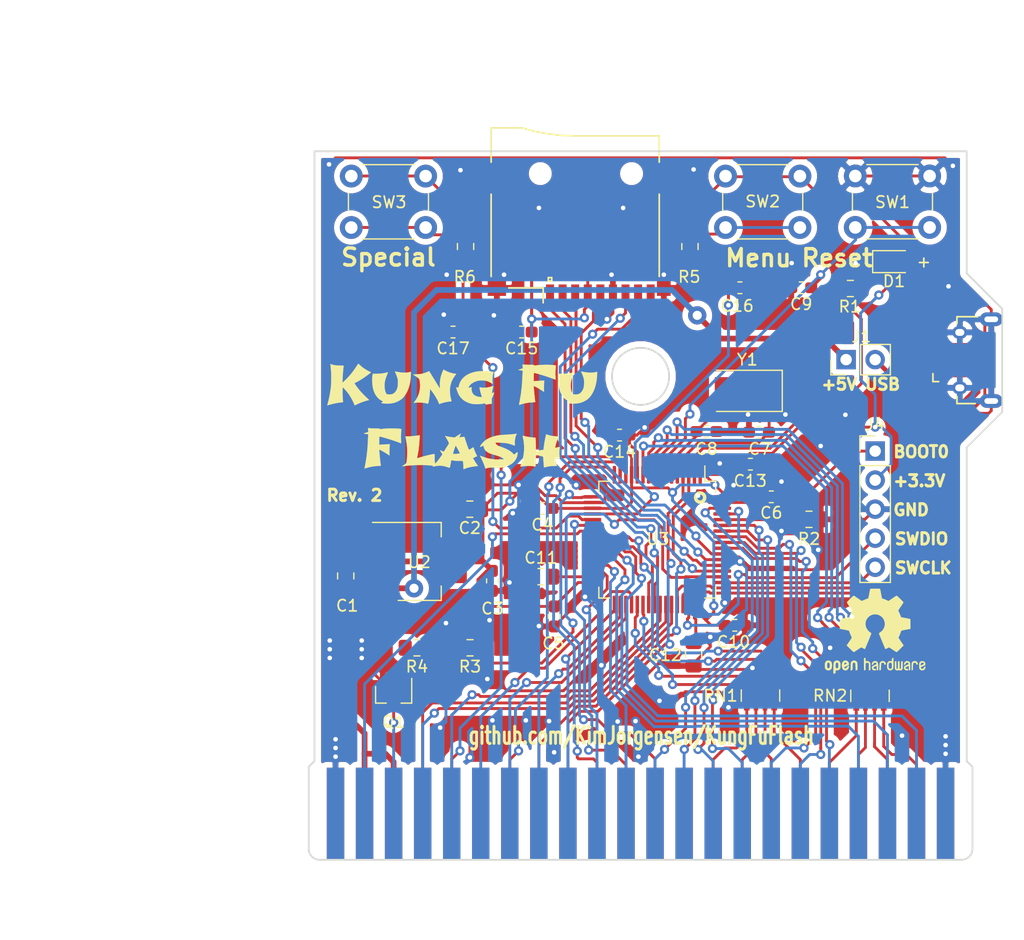
<source format=kicad_pcb>
(kicad_pcb (version 20171130) (host pcbnew 5.1.5+dfsg1-2build2)
  (title_block (title "Kung Fu Flash") (date 2019-12-15) (rev 1))
  (layers (0 F.Cu signal) (31 B.Cu signal) (34 B.Paste user) (35 F.Paste user) (36 B.SilkS user) (37 F.SilkS user) (38 B.Mask user) (39 F.Mask user) (44 Edge.Cuts user))
  (net 0 "")
  (net 1 GND)
  (net 2 "Net-(XS1-Pad9)")
  (net 3 /SD_CK)
  (net 4 +3V3)
  (net 5 /SD_D2)
  (net 6 /SD_D3)
  (net 7 /SD_CMD)
  (net 8 /~IRQ)
  (net 9 /R~W)
  (net 10 "Net-(U1-Pad6)")
  (net 11 /~IO1)
  (net 12 /~GAME)
  (net 13 /~EXROM)
  (net 14 /~IO2)
  (net 15 /~ROML)
  (net 16 "Net-(U1-Pad13)")
  (net 17 /CD7)
  (net 18 /BA)
  (net 19 +5V)
  (net 20 /CD6)
  (net 21 /CD5)
  (net 22 /CD4)
  (net 23 /CD3)
  (net 24 /CD2)
  (net 25 /CD1)
  (net 26 /CD0)
  (net 27 /A15)
  (net 28 /A14)
  (net 29 /A13)
  (net 30 /A12)
  (net 31 /A11)
  (net 32 /A10)
  (net 33 /~ROMH)
  (net 34 /~RESET)
  (net 35 /~NMI)
  (net 36 /PHI2)
  (net 37 /A4)
  (net 38 /A3)
  (net 39 /A2)
  (net 40 /A1)
  (net 41 /A0)
  (net 42 /A7)
  (net 43 /A6)
  (net 44 /A5)
  (net 45 /A8)
  (net 46 /A9)
  (net 47 /D2)
  (net 48 /D3)
  (net 49 /D1)
  (net 50 /D0)
  (net 51 /D4)
  (net 52 /D5)
  (net 53 /D7)
  (net 54 /D6)
  (net 55 "Net-(Q1-Pad1)")
  (net 56 /~RST_O)
  (net 57 /BOOT0)
  (net 58 "Net-(D1-Pad1)")
  (net 59 /~LED)
  (net 60 "Net-(C7-Pad2)")
  (net 61 "Net-(C8-Pad1)")
  (net 62 /~RST)
  (net 63 /MENU)
  (net 64 /SPECIAL)
  (net 65 "Net-(C11-Pad2)")
  (net 66 /SD_D0)
  (net 67 /SD_D1)
  (net 68 /USB_DM)
  (net 69 /USB_DP)
  (net 70 /SWDIO)
  (net 71 "Net-(C12-Pad1)")
  (net 72 /SWCLK)
  (net 73 +5C)
  (net 74 "Net-(J2-Pad4)")
  (net 75 "Net-(R5-Pad1)")
  (net 76 "Net-(R6-Pad1)")
  (module mod:Kung_Fu_Flash_Logo (layer F.Cu) (at 89.281 91.3765)
    (fp_text reference G*** hide)
    (fp_text value LOGO hide)
  )
  (module Package_QFP:LQFP-64_10x10mm_P0.5mm (layer F.Cu) (at 106.3625 102.1715 270)
    (fp_text reference U3 (at -0.0635 -0.0635) (layer F.SilkS))
    (fp_text value STM32F405RGTx)
    (pad 64 smd roundrect (at -3.75 -5.675 270) (size 0.3 1.55) (layers F.Cu F.Paste F.Mask) (net 4 +3V3))
    (pad 63 smd roundrect (at -3.25 -5.675 270) (size 0.3 1.55) (layers F.Cu F.Paste F.Mask) (net 1 GND))
    (pad 62 smd roundrect (at -2.75 -5.675 270) (size 0.3 1.55) (layers F.Cu F.Paste F.Mask) (net 46 /A9))
    (pad 61 smd roundrect (at -2.25 -5.675 270) (size 0.3 1.55) (layers F.Cu F.Paste F.Mask) (net 45 /A8))
    (pad 60 smd roundrect (at -1.75 -5.675 270) (size 0.3 1.55) (layers F.Cu F.Paste F.Mask) (net 57 /BOOT0))
    (pad 59 smd roundrect (at -1.25 -5.675 270) (size 0.3 1.55) (layers F.Cu F.Paste F.Mask) (net 42 /A7))
    (pad 58 smd roundrect (at -0.75 -5.675 270) (size 0.3 1.55) (layers F.Cu F.Paste F.Mask) (net 43 /A6))
    (pad 57 smd roundrect (at -0.25 -5.675 270) (size 0.3 1.55) (layers F.Cu F.Paste F.Mask) (net 44 /A5))
    (pad 56 smd roundrect (at 0.25 -5.675 270) (size 0.3 1.55) (layers F.Cu F.Paste F.Mask) (net 37 /A4))
    (pad 55 smd roundrect (at 0.75 -5.675 270) (size 0.3 1.55) (layers F.Cu F.Paste F.Mask) (net 38 /A3))
    (pad 54 smd roundrect (at 1.25 -5.675 270) (size 0.3 1.55) (layers F.Cu F.Paste F.Mask) (net 7 /SD_CMD))
    (pad 53 smd roundrect (at 1.75 -5.675 270) (size 0.3 1.55) (layers F.Cu F.Paste F.Mask) (net 3 /SD_CK))
    (pad 52 smd roundrect (at 2.25 -5.675 270) (size 0.3 1.55) (layers F.Cu F.Paste F.Mask) (net 6 /SD_D3))
    (pad 51 smd roundrect (at 2.75 -5.675 270) (size 0.3 1.55) (layers F.Cu F.Paste F.Mask) (net 5 /SD_D2))
    (pad 50 smd roundrect (at 3.25 -5.675 270) (size 0.3 1.55) (layers F.Cu F.Paste F.Mask) (net 56 /~RST_O))
    (pad 49 smd roundrect (at 3.75 -5.675 270) (size 0.3 1.55) (layers F.Cu F.Paste F.Mask) (net 72 /SWCLK))
    (pad 48 smd roundrect (at 5.675 -3.75 270) (size 1.55 0.3) (layers F.Cu F.Paste F.Mask) (net 4 +3V3))
    (pad 47 smd roundrect (at 5.675 -3.25 270) (size 1.55 0.3) (layers F.Cu F.Paste F.Mask) (net 71 "Net-(C12-Pad1)"))
    (pad 46 smd roundrect (at 5.675 -2.75 270) (size 1.55 0.3) (layers F.Cu F.Paste F.Mask) (net 70 /SWDIO))
    (pad 45 smd roundrect (at 5.675 -2.25 270) (size 1.55 0.3) (layers F.Cu F.Paste F.Mask) (net 69 /USB_DP))
    (pad 44 smd roundrect (at 5.675 -1.75 270) (size 1.55 0.3) (layers F.Cu F.Paste F.Mask) (net 68 /USB_DM))
    (pad 43 smd roundrect (at 5.675 -1.25 270) (size 1.55 0.3) (layers F.Cu F.Paste F.Mask) (net 35 /~NMI))
    (pad 42 smd roundrect (at 5.675 -0.75 270) (size 1.55 0.3) (layers F.Cu F.Paste F.Mask) (net 8 /~IRQ))
    (pad 41 smd roundrect (at 5.675 -0.25 270) (size 1.55 0.3) (layers F.Cu F.Paste F.Mask) (net 36 /PHI2))
    (pad 40 smd roundrect (at 5.675 0.25 270) (size 1.55 0.3) (layers F.Cu F.Paste F.Mask) (net 67 /SD_D1))
    (pad 39 smd roundrect (at 5.675 0.75 270) (size 1.55 0.3) (layers F.Cu F.Paste F.Mask) (net 66 /SD_D0))
    (pad 38 smd roundrect (at 5.675 1.25 270) (size 1.55 0.3) (layers F.Cu F.Paste F.Mask) (net 53 /D7))
    (pad 37 smd roundrect (at 5.675 1.75 270) (size 1.55 0.3) (layers F.Cu F.Paste F.Mask) (net 54 /D6))
    (pad 36 smd roundrect (at 5.675 2.25 270) (size 1.55 0.3) (layers F.Cu F.Paste F.Mask) (net 27 /A15))
    (pad 35 smd roundrect (at 5.675 2.75 270) (size 1.55 0.3) (layers F.Cu F.Paste F.Mask) (net 28 /A14))
    (pad 34 smd roundrect (at 5.675 3.25 270) (size 1.55 0.3) (layers F.Cu F.Paste F.Mask) (net 29 /A13))
    (pad 33 smd roundrect (at 5.675 3.75 270) (size 1.55 0.3) (layers F.Cu F.Paste F.Mask) (net 30 /A12))
    (pad 32 smd roundrect (at 3.75 5.675 270) (size 0.3 1.55) (layers F.Cu F.Paste F.Mask) (net 4 +3V3))
    (pad 31 smd roundrect (at 3.25 5.675 270) (size 0.3 1.55) (layers F.Cu F.Paste F.Mask) (net 65 "Net-(C11-Pad2)"))
    (pad 30 smd roundrect (at 2.75 5.675 270) (size 0.3 1.55) (layers F.Cu F.Paste F.Mask) (net 31 /A11))
    (pad 29 smd roundrect (at 2.25 5.675 270) (size 0.3 1.55) (layers F.Cu F.Paste F.Mask) (net 32 /A10))
    (pad 28 smd roundrect (at 1.75 5.675 270) (size 0.3 1.55) (layers F.Cu F.Paste F.Mask) (net 39 /A2))
    (pad 27 smd roundrect (at 1.25 5.675 270) (size 0.3 1.55) (layers F.Cu F.Paste F.Mask) (net 40 /A1))
    (pad 26 smd roundrect (at 0.75 5.675 270) (size 0.3 1.55) (layers F.Cu F.Paste F.Mask) (net 41 /A0))
    (pad 25 smd roundrect (at 0.25 5.675 270) (size 0.3 1.55) (layers F.Cu F.Paste F.Mask) (net 52 /D5))
    (pad 24 smd roundrect (at -0.25 5.675 270) (size 0.3 1.55) (layers F.Cu F.Paste F.Mask) (net 51 /D4))
    (pad 23 smd roundrect (at -0.75 5.675 270) (size 0.3 1.55) (layers F.Cu F.Paste F.Mask) (net 33 /~ROMH))
    (pad 22 smd roundrect (at -1.25 5.675 270) (size 0.3 1.55) (layers F.Cu F.Paste F.Mask) (net 15 /~ROML))
    (pad 21 smd roundrect (at -1.75 5.675 270) (size 0.3 1.55) (layers F.Cu F.Paste F.Mask) (net 64 /SPECIAL))
    (pad 20 smd roundrect (at -2.25 5.675 270) (size 0.3 1.55) (layers F.Cu F.Paste F.Mask) (net 63 /MENU))
    (pad 19 smd roundrect (at -2.75 5.675 270) (size 0.3 1.55) (layers F.Cu F.Paste F.Mask) (net 4 +3V3))
    (pad 18 smd roundrect (at -3.25 5.675 270) (size 0.3 1.55) (layers F.Cu F.Paste F.Mask) (net 1 GND))
    (pad 17 smd roundrect (at -3.75 5.675 270) (size 0.3 1.55) (layers F.Cu F.Paste F.Mask) (net 18 /BA))
    (pad 16 smd roundrect (at -5.675 3.75 270) (size 1.55 0.3) (layers F.Cu F.Paste F.Mask) (net 14 /~IO2))
    (pad 15 smd roundrect (at -5.675 3.25 270) (size 1.55 0.3) (layers F.Cu F.Paste F.Mask) (net 11 /~IO1))
    (pad 14 smd roundrect (at -5.675 2.75 270) (size 1.55 0.3) (layers F.Cu F.Paste F.Mask) (net 9 /R~W))
    (pad 13 smd roundrect (at -5.675 2.25 270) (size 1.55 0.3) (layers F.Cu F.Paste F.Mask) (net 4 +3V3))
    (pad 12 smd roundrect (at -5.675 1.75 270) (size 1.55 0.3) (layers F.Cu F.Paste F.Mask) (net 1 GND))
    (pad 11 smd roundrect (at -5.675 1.25 270) (size 1.55 0.3) (layers F.Cu F.Paste F.Mask) (net 48 /D3))
    (pad 10 smd roundrect (at -5.675 0.75 270) (size 1.55 0.3) (layers F.Cu F.Paste F.Mask) (net 47 /D2))
    (pad 9 smd roundrect (at -5.675 0.25 270) (size 1.55 0.3) (layers F.Cu F.Paste F.Mask) (net 49 /D1))
    (pad 8 smd roundrect (at -5.675 -0.25 270) (size 1.55 0.3) (layers F.Cu F.Paste F.Mask) (net 50 /D0))
    (pad 7 smd roundrect (at -5.675 -0.75 270) (size 1.55 0.3) (layers F.Cu F.Paste F.Mask) (net 62 /~RST))
    (pad 6 smd roundrect (at -5.675 -1.25 270) (size 1.55 0.3) (layers F.Cu F.Paste F.Mask) (net 61 "Net-(C8-Pad1)"))
    (pad 5 smd roundrect (at -5.675 -1.75 270) (size 1.55 0.3) (layers F.Cu F.Paste F.Mask) (net 60 "Net-(C7-Pad2)"))
    (pad 4 smd roundrect (at -5.675 -2.25 270) (size 1.55 0.3) (layers F.Cu F.Paste F.Mask) (net 13 /~EXROM))
    (pad 3 smd roundrect (at -5.675 -2.75 270) (size 1.55 0.3) (layers F.Cu F.Paste F.Mask) (net 12 /~GAME))
    (pad 2 smd roundrect (at -5.675 -3.25 270) (size 1.55 0.3) (layers F.Cu F.Paste F.Mask) (net 59 /~LED))
    (pad 1 smd roundrect (at -5.675 -3.75 270) (size 1.55 0.3) (layers F.Cu F.Paste F.Mask) (net 4 +3V3))
  )
  (module mod:Conn_USBmicro-B_ebay-side_TH (layer F.Cu) (at 135.564 86.468 90)
    (fp_text reference J2)
    (fp_text value USB_B_Micro)
    (pad 6 thru_hole oval (at -3.575 0 90) (size 1.2 2) (drill oval 0.5 1.2) (layers *.Cu *.Mask) (net 1 GND))
    (pad 6 thru_hole oval (at 3.575 0 90) (size 1.2 2) (drill oval 0.5 1.2) (layers *.Cu *.Mask) (net 1 GND))
    (pad 1 smd rect (at -1.3 -3.4036 90) (size 0.4 2.65) (layers F.Cu F.Paste F.Mask) (net 73 +5C))
    (pad 2 smd rect (at -0.65 -3.4036 90) (size 0.4 2.65) (layers F.Cu F.Paste F.Mask) (net 68 /USB_DM))
    (pad 3 smd rect (at 0 -3.4036 90) (size 0.4 2.65) (layers F.Cu F.Paste F.Mask) (net 69 /USB_DP))
    (pad 4 smd rect (at 0.65 -3.4036 90) (size 0.4 2.65) (layers F.Cu F.Paste F.Mask) (net 74 "Net-(J2-Pad4)"))
    (pad 5 smd rect (at 1.2954 -3.4036 90) (size 0.4 2.65) (layers F.Cu F.Paste F.Mask) (net 1 GND))
    (pad 6 thru_hole oval (at -2.425 -2.75 90) (size 1.1 1.3) (drill oval 0.6 0.8) (layers *.Cu *.Mask) (net 1 GND))
    (pad 6 thru_hole oval (at 2.425 -2.75 90) (size 1.1 1.3) (drill oval 0.6 0.8) (layers *.Cu *.Mask) (net 1 GND))
  )
  (module mod:Conn_uSDcard (layer F.Cu) (at 99.184 70.1485 180)
    (fp_text reference XS1)
    (fp_text value uSD_push_push)
    (pad 3 smd rect (at 0 -10.5 180) (size 0.7 1.6) (layers F.Cu F.Paste F.Mask) (net 7 /SD_CMD))
    (pad "" np_thru_hole circle (at -4.93 0 180) (size 1 1) (drill 1) (layers *.Cu))
    (pad "" np_thru_hole circle (at 3.05 0 180) (size 1 1) (drill 1) (layers *.Cu))
    (pad 2 smd rect (at 1.1 -10.5 180) (size 0.7 1.6) (layers F.Cu F.Paste F.Mask) (net 6 /SD_D3))
    (pad 1 smd rect (at 2.2 -10.5 180) (size 0.7 1.6) (layers F.Cu F.Paste F.Mask) (net 5 /SD_D2))
    (pad 4 smd rect (at -1.1 -10.5 180) (size 0.7 1.6) (layers F.Cu F.Paste F.Mask) (net 4 +3V3))
    (pad 5 smd rect (at -2.2 -10.5 180) (size 0.7 1.6) (layers F.Cu F.Paste F.Mask) (net 3 /SD_CK))
    (pad 6 smd rect (at -3.3 -10.5 180) (size 0.7 1.6) (layers F.Cu F.Paste F.Mask) (net 1 GND))
    (pad 8 smd rect (at -5.5 -10.5 180) (size 0.7 1.6) (layers F.Cu F.Paste F.Mask) (net 67 /SD_D1))
    (pad 7 smd rect (at -4.4 -10.5 180) (size 0.7 1.6) (layers F.Cu F.Paste F.Mask) (net 66 /SD_D0))
    (pad 9 smd rect (at -6.6 -10.5 180) (size 0.7 1.6) (layers F.Cu F.Paste F.Mask) (net 2 "Net-(XS1-Pad9)"))
    (pad 6 smd rect (at -7.75 -10 180) (size 1.2 1.4) (layers F.Cu F.Paste F.Mask) (net 1 GND))
    (pad 6 smd rect (at 6.85 -10 180) (size 1.6 1.4) (layers F.Cu F.Paste F.Mask) (net 1 GND))
    (pad 6 smd rect (at -7.75 -0.4 180) (size 1.2 2.2) (layers F.Cu F.Paste F.Mask) (net 1 GND))
    (pad 6 smd rect (at 7.75 -0.4 180) (size 1.2 2.2) (layers F.Cu F.Paste F.Mask) (net 1 GND))
  )
  (module Crystal:Crystal_SMD_5032-2Pin_5.0x3.2mm (layer F.Cu) (at 114.24 89.154 180)
    (fp_text reference Y1 (at 0 2.7305) (layer F.SilkS))
    (fp_text value 8MHz)
    (pad 2 smd rect (at 1.85 0 180) (size 2 2.4) (layers F.Cu F.Paste F.Mask) (net 61 "Net-(C8-Pad1)"))
    (pad 1 smd rect (at -1.85 0 180) (size 2 2.4) (layers F.Cu F.Paste F.Mask) (net 60 "Net-(C7-Pad2)"))
  )
  (module Capacitor_SMD:C_0603_1608Metric_Pad1.05x0.95mm_HandSolder (layer F.Cu) (at 88.505 84.0105 180)
    (fp_text reference C17 (at 0 -1.43) (layer F.SilkS))
    (fp_text value 100n)
    (pad 2 smd roundrect (at 0.875 0 180) (size 1.05 0.95) (layers F.Cu F.Paste F.Mask) (net 1 GND))
    (pad 1 smd roundrect (at -0.875 0 180) (size 1.05 0.95) (layers F.Cu F.Paste F.Mask) (net 64 /SPECIAL))
  )
  (module Capacitor_SMD:C_0603_1608Metric_Pad1.05x0.95mm_HandSolder (layer F.Cu) (at 113.5875 80.137)
    (fp_text reference C16 (at -0.24 1.5875) (layer F.SilkS))
    (fp_text value 100n)
    (pad 2 smd roundrect (at 0.875 0) (size 1.05 0.95) (layers F.Cu F.Paste F.Mask) (net 1 GND))
    (pad 1 smd roundrect (at -0.875 0) (size 1.05 0.95) (layers F.Cu F.Paste F.Mask) (net 63 /MENU))
  )
  (module mod:C64-Cart (layer F.Cu) (at 75.688 130.059501)
    (fp_text reference U1 hide)
    (fp_text value C64-Exp-Port hide)
    (pad N smd rect (at 30.48 -3.938274) (size 1.524 8) (layers B.Cu B.Paste B.Mask) (net 46 /A9))
    (pad P smd rect (at 33.02 -3.938274) (size 1.524 8) (layers B.Cu B.Paste B.Mask) (net 45 /A8))
    (pad T smd rect (at 40.64 -3.938274) (size 1.524 8) (layers B.Cu B.Paste B.Mask) (net 44 /A5))
    (pad S smd rect (at 38.1 -3.938274) (size 1.524 8) (layers B.Cu B.Paste B.Mask) (net 43 /A6))
    (pad R smd rect (at 35.56 -3.938274) (size 1.524 8) (layers B.Cu B.Paste B.Mask) (net 42 /A7))
    (pad Z smd rect (at 55.88 -3.938274) (size 1.524 8) (layers B.Cu B.Paste B.Mask) (net 1 GND))
    (pad Y smd rect (at 53.34 -3.938274) (size 1.524 8) (layers B.Cu B.Paste B.Mask) (net 41 /A0))
    (pad X smd rect (at 50.8 -3.938274) (size 1.524 8) (layers B.Cu B.Paste B.Mask) (net 40 /A1))
    (pad W smd rect (at 48.26 -3.938274) (size 1.524 8) (layers B.Cu B.Paste B.Mask) (net 39 /A2))
    (pad V smd rect (at 45.72 -3.938274) (size 1.524 8) (layers B.Cu B.Paste B.Mask) (net 38 /A3))
    (pad U smd rect (at 43.18 -3.938274) (size 1.524 8) (layers B.Cu B.Paste B.Mask) (net 37 /A4))
    (pad A smd rect (at 2.54 -3.938274) (size 1.524 8) (layers B.Cu B.Paste B.Mask) (net 1 GND))
    (pad E smd rect (at 12.7 -3.938274) (size 1.524 8) (layers B.Cu B.Paste B.Mask) (net 36 /PHI2))
    (pad D smd rect (at 10.16 -3.938274) (size 1.524 8) (layers B.Cu B.Paste B.Mask) (net 35 /~NMI))
    (pad C smd rect (at 7.62 -3.938274) (size 1.524 8) (layers B.Cu B.Paste B.Mask) (net 34 /~RESET))
    (pad B smd rect (at 5.08 -3.938274) (size 1.524 8) (layers B.Cu B.Paste B.Mask) (net 33 /~ROMH))
    (pad M smd rect (at 27.94 -3.938274) (size 1.524 8) (layers B.Cu B.Paste B.Mask) (net 32 /A10))
    (pad L smd rect (at 25.4 -3.938274) (size 1.524 8) (layers B.Cu B.Paste B.Mask) (net 31 /A11))
    (pad K smd rect (at 22.86 -3.938274) (size 1.524 8) (layers B.Cu B.Paste B.Mask) (net 30 /A12))
    (pad J smd rect (at 20.32 -3.938274) (size 1.524 8) (layers B.Cu B.Paste B.Mask) (net 29 /A13))
    (pad H smd rect (at 17.78 -3.938274) (size 1.524 8) (layers B.Cu B.Paste B.Mask) (net 28 /A14))
    (pad F smd rect (at 15.24 -3.938274) (size 1.524 8) (layers B.Cu B.Paste B.Mask) (net 27 /A15))
    (pad 22 smd rect (at 55.88 -3.938274 180) (size 1.524 8) (layers F.Cu F.Paste F.Mask) (net 1 GND))
    (pad 21 smd rect (at 53.34 -3.938274 180) (size 1.524 8) (layers F.Cu F.Paste F.Mask) (net 26 /CD0))
    (pad 20 smd rect (at 50.8 -3.938274 180) (size 1.524 8) (layers F.Cu F.Paste F.Mask) (net 25 /CD1))
    (pad 19 smd rect (at 48.26 -3.938274 180) (size 1.524 8) (layers F.Cu F.Paste F.Mask) (net 24 /CD2))
    (pad 18 smd rect (at 45.72 -3.938274 180) (size 1.524 8) (layers F.Cu F.Paste F.Mask) (net 23 /CD3))
    (pad 17 smd rect (at 43.18 -3.938274 180) (size 1.524 8) (layers F.Cu F.Paste F.Mask) (net 22 /CD4))
    (pad 16 smd rect (at 40.64 -3.938274 180) (size 1.524 8) (layers F.Cu F.Paste F.Mask) (net 21 /CD5))
    (pad 15 smd rect (at 38.1 -3.938274 180) (size 1.524 8) (layers F.Cu F.Paste F.Mask) (net 20 /CD6))
    (pad 3 smd rect (at 7.62 -3.938274 180) (size 1.524 8) (layers F.Cu F.Paste F.Mask) (net 19 +5V))
    (pad 2 smd rect (at 5.08 -3.938274 180) (size 1.524 8) (layers F.Cu F.Paste F.Mask) (net 19 +5V))
    (pad 12 smd rect (at 30.48 -3.938274 180) (size 1.524 8) (layers F.Cu F.Paste F.Mask) (net 18 /BA))
    (pad 14 smd rect (at 35.56 -3.938274 180) (size 1.524 8) (layers F.Cu F.Paste F.Mask) (net 17 /CD7))
    (pad 13 smd rect (at 33.02 -3.938274 180) (size 1.524 8) (layers F.Cu F.Paste F.Mask) (net 16 "Net-(U1-Pad13)"))
    (pad 11 smd rect (at 27.94 -3.938274 180) (size 1.524 8) (layers F.Cu F.Paste F.Mask) (net 15 /~ROML))
    (pad 10 smd rect (at 25.4 -3.938274 180) (size 1.524 8) (layers F.Cu F.Paste F.Mask) (net 14 /~IO2))
    (pad 9 smd rect (at 22.86 -3.938274 180) (size 1.524 8) (layers F.Cu F.Paste F.Mask) (net 13 /~EXROM))
    (pad 8 smd rect (at 20.32 -3.938274 180) (size 1.524 8) (layers F.Cu F.Paste F.Mask) (net 12 /~GAME))
    (pad 7 smd rect (at 17.78 -3.938274 180) (size 1.524 8) (layers F.Cu F.Paste F.Mask) (net 11 /~IO1))
    (pad 6 smd rect (at 15.24 -3.938274 180) (size 1.524 8) (layers F.Cu F.Paste F.Mask) (net 10 "Net-(U1-Pad6)"))
    (pad 5 smd rect (at 12.7 -3.938274 180) (size 1.524 8) (layers F.Cu F.Paste F.Mask) (net 9 /R~W))
    (pad 4 smd rect (at 10.16 -3.938274 180) (size 1.524 8) (layers F.Cu F.Paste F.Mask) (net 8 /~IRQ))
    (pad 1 smd rect (at 2.54 -3.938274 180) (size 1.524 8) (layers F.Cu F.Paste F.Mask) (net 1 GND))
  )
  (module Button_Switch_THT:SW_PUSH_6mm_H8mm (layer F.Cu) (at 79.606 70.3665)
    (fp_text reference SW3 (at 3.302 2.286) (layer F.SilkS))
    (fp_text value Special)
    (pad 1 thru_hole circle (at 6.5 0 90) (size 2 2) (drill 1.1) (layers *.Cu *.Mask) (net 4 +3V3))
    (pad 2 thru_hole circle (at 6.5 4.5 90) (size 2 2) (drill 1.1) (layers *.Cu *.Mask) (net 76 "Net-(R6-Pad1)"))
    (pad 1 thru_hole circle (at 0 0 90) (size 2 2) (drill 1.1) (layers *.Cu *.Mask) (net 4 +3V3))
    (pad 2 thru_hole circle (at 0 4.5 90) (size 2 2) (drill 1.1) (layers *.Cu *.Mask) (net 76 "Net-(R6-Pad1)"))
  )
  (module Button_Switch_THT:SW_PUSH_6mm_H8mm (layer F.Cu) (at 112.3315 70.3665)
    (fp_text reference SW2 (at 3.25 2.2225) (layer F.SilkS))
    (fp_text value Menu)
    (pad 1 thru_hole circle (at 6.5 0 90) (size 2 2) (drill 1.1) (layers *.Cu *.Mask) (net 4 +3V3))
    (pad 2 thru_hole circle (at 6.5 4.5 90) (size 2 2) (drill 1.1) (layers *.Cu *.Mask) (net 75 "Net-(R5-Pad1)"))
    (pad 1 thru_hole circle (at 0 0 90) (size 2 2) (drill 1.1) (layers *.Cu *.Mask) (net 4 +3V3))
    (pad 2 thru_hole circle (at 0 4.5 90) (size 2 2) (drill 1.1) (layers *.Cu *.Mask) (net 75 "Net-(R5-Pad1)"))
  )
  (module Button_Switch_THT:SW_PUSH_6mm_H8mm (layer F.Cu) (at 123.675 70.358)
    (fp_text reference SW1 (at 3.25 2.286) (layer F.SilkS))
    (fp_text value Reset)
    (pad 1 thru_hole circle (at 6.5 0 90) (size 2 2) (drill 1.1) (layers *.Cu *.Mask) (net 1 GND))
    (pad 2 thru_hole circle (at 6.5 4.5 90) (size 2 2) (drill 1.1) (layers *.Cu *.Mask) (net 62 /~RST))
    (pad 1 thru_hole circle (at 0 0 90) (size 2 2) (drill 1.1) (layers *.Cu *.Mask) (net 1 GND))
    (pad 2 thru_hole circle (at 0 4.5 90) (size 2 2) (drill 1.1) (layers *.Cu *.Mask) (net 62 /~RST))
  )
  (module Capacitor_SMD:C_0603_1608Metric_Pad1.05x0.95mm_HandSolder (layer F.Cu) (at 94.502 84.0105 180)
    (fp_text reference C15 (at 0 -1.43 180) (layer F.SilkS))
    (fp_text value 100n)
    (pad 2 smd roundrect (at 0.875 0 180) (size 1.05 0.95) (layers F.Cu F.Paste F.Mask) (net 1 GND))
    (pad 1 smd roundrect (at -0.875 0 180) (size 1.05 0.95) (layers F.Cu F.Paste F.Mask) (net 4 +3V3))
  )
  (module Capacitor_SMD:C_0603_1608Metric_Pad1.05x0.95mm_HandSolder (layer F.Cu) (at 91.948 105.777 270)
    (fp_text reference C3 (at 2.427 0) (layer F.SilkS))
    (fp_text value 100n)
    (pad 2 smd roundrect (at 0.875 0 270) (size 1.05 0.95) (layers F.Cu F.Paste F.Mask) (net 1 GND))
    (pad 1 smd roundrect (at -0.875 0 270) (size 1.05 0.95) (layers F.Cu F.Paste F.Mask) (net 4 +3V3))
  )
  (module Capacitor_SMD:C_0603_1608Metric_Pad1.05x0.95mm_HandSolder (layer F.Cu) (at 96.3295 99.441 180)
    (fp_text reference C4 (at 0 -1.43 180) (layer F.SilkS))
    (fp_text value 100n)
    (pad 2 smd roundrect (at 0.875 0 180) (size 1.05 0.95) (layers F.Cu F.Paste F.Mask) (net 1 GND))
    (pad 1 smd roundrect (at -0.875 0 180) (size 1.05 0.95) (layers F.Cu F.Paste F.Mask) (net 4 +3V3))
  )
  (module Capacitor_SMD:C_0603_1608Metric_Pad1.05x0.95mm_HandSolder (layer F.Cu) (at 97.3455 108.8885 270)
    (fp_text reference C5 (at 2.3635 0.0635) (layer F.SilkS))
    (fp_text value 100n)
    (pad 2 smd roundrect (at 0.875 0 270) (size 1.05 0.95) (layers F.Cu F.Paste F.Mask) (net 1 GND))
    (pad 1 smd roundrect (at -0.875 0 270) (size 1.05 0.95) (layers F.Cu F.Paste F.Mask) (net 4 +3V3))
  )
  (module Capacitor_SMD:C_0603_1608Metric_Pad1.05x0.95mm_HandSolder (layer F.Cu) (at 116.332 98.425)
    (fp_text reference C6 (at 0 1.397) (layer F.SilkS))
    (fp_text value 100n)
    (pad 2 smd roundrect (at 0.875 0) (size 1.05 0.95) (layers F.Cu F.Paste F.Mask) (net 1 GND))
    (pad 1 smd roundrect (at -0.875 0) (size 1.05 0.95) (layers F.Cu F.Paste F.Mask) (net 4 +3V3))
  )
  (module Capacitor_SMD:C_0603_1608Metric_Pad1.05x0.95mm_HandSolder (layer F.Cu) (at 115.2525 92.7735)
    (fp_text reference C7 (at 0.0635 1.4605) (layer F.SilkS))
    (fp_text value 20p)
    (pad 2 smd roundrect (at 0.875 0) (size 1.05 0.95) (layers F.Cu F.Paste F.Mask) (net 60 "Net-(C7-Pad2)"))
    (pad 1 smd roundrect (at -0.875 0) (size 1.05 0.95) (layers F.Cu F.Paste F.Mask) (net 1 GND))
  )
  (module Capacitor_SMD:C_0603_1608Metric_Pad1.05x0.95mm_HandSolder (layer F.Cu) (at 110.6665 92.71)
    (fp_text reference C8 (at 0 1.524) (layer F.SilkS))
    (fp_text value 20p)
    (pad 2 smd roundrect (at 0.875 0) (size 1.05 0.95) (layers F.Cu F.Paste F.Mask) (net 1 GND))
    (pad 1 smd roundrect (at -0.875 0) (size 1.05 0.95) (layers F.Cu F.Paste F.Mask) (net 61 "Net-(C8-Pad1)"))
  )
  (module Capacitor_SMD:C_0603_1608Metric_Pad1.05x0.95mm_HandSolder (layer F.Cu) (at 118.9495 80.137 180)
    (fp_text reference C9 (at 0 -1.43 180) (layer F.SilkS))
    (fp_text value 100n)
    (pad 2 smd roundrect (at 0.875 0 180) (size 1.05 0.95) (layers F.Cu F.Paste F.Mask) (net 1 GND))
    (pad 1 smd roundrect (at -0.875 0 180) (size 1.05 0.95) (layers F.Cu F.Paste F.Mask) (net 62 /~RST))
  )
  (module Capacitor_SMD:C_0603_1608Metric_Pad1.05x0.95mm_HandSolder (layer F.Cu) (at 113.143 109.6645)
    (fp_text reference C10 (at -0.113 1.4605) (layer F.SilkS))
    (fp_text value 100n)
    (pad 2 smd roundrect (at 0.875 0) (size 1.05 0.95) (layers F.Cu F.Paste F.Mask) (net 1 GND))
    (pad 1 smd roundrect (at -0.875 0) (size 1.05 0.95) (layers F.Cu F.Paste F.Mask) (net 4 +3V3))
  )
  (module Capacitor_SMD:C_0603_1608Metric_Pad1.05x0.95mm_HandSolder (layer F.Cu) (at 103.0605 93.0275)
    (fp_text reference C14 (at 0 1.4605) (layer F.SilkS))
    (fp_text value 100n)
    (pad 2 smd roundrect (at 0.875 0) (size 1.05 0.95) (layers F.Cu F.Paste F.Mask) (net 1 GND))
    (pad 1 smd roundrect (at -0.875 0) (size 1.05 0.95) (layers F.Cu F.Paste F.Mask) (net 4 +3V3))
  )
  (module Capacitor_SMD:C_0603_1608Metric_Pad1.05x0.95mm_HandSolder (layer F.Cu) (at 114.5045 95.5675)
    (fp_text reference C13 (at -0.014 1.4605) (layer F.SilkS))
    (fp_text value 100n)
    (pad 2 smd roundrect (at 0.875 0) (size 1.05 0.95) (layers F.Cu F.Paste F.Mask) (net 1 GND))
    (pad 1 smd roundrect (at -0.875 0) (size 1.05 0.95) (layers F.Cu F.Paste F.Mask) (net 4 +3V3))
  )
  (module Capacitor_SMD:C_0805_2012Metric_Pad1.15x1.40mm_HandSolder (layer F.Cu) (at 89.9705 99.5045 180)
    (fp_text reference C2 (at 0 -1.65 180) (layer F.SilkS))
    (fp_text value 10u)
    (pad 2 smd roundrect (at 1.025 0 180) (size 1.15 1.4) (layers F.Cu F.Paste F.Mask) (roundrect_rratio 0.217391) (net 1 GND))
    (pad 1 smd roundrect (at -1.025 0 180) (size 1.15 1.4) (layers F.Cu F.Paste F.Mask) (roundrect_rratio 0.217391) (net 4 +3V3))
  )
  (module Capacitor_SMD:C_0805_2012Metric_Pad1.15x1.40mm_HandSolder (layer F.Cu) (at 96.1935 105.41)
    (fp_text reference C11 (at 0 -1.65) (layer F.SilkS))
    (fp_text value 2.2u)
    (pad 2 smd roundrect (at 1.025 0) (size 1.15 1.4) (layers F.Cu F.Paste F.Mask) (roundrect_rratio 0.217391) (net 65 "Net-(C11-Pad2)"))
    (pad 1 smd roundrect (at -1.025 0) (size 1.15 1.4) (layers F.Cu F.Paste F.Mask) (roundrect_rratio 0.217391) (net 1 GND))
  )
  (module Capacitor_SMD:C_0805_2012Metric_Pad1.15x1.40mm_HandSolder (layer F.Cu) (at 109.5375 112.1955 270)
    (fp_text reference C12 (at 0.0725 2.4765) (layer F.SilkS))
    (fp_text value 2.2u)
    (pad 2 smd roundrect (at 1.025 0 270) (size 1.15 1.4) (layers F.Cu F.Paste F.Mask) (roundrect_rratio 0.217391) (net 1 GND))
    (pad 1 smd roundrect (at -1.025 0 270) (size 1.15 1.4) (layers F.Cu F.Paste F.Mask) (roundrect_rratio 0.217391) (net 71 "Net-(C12-Pad1)"))
  )
  (module Capacitor_SMD:C_0805_2012Metric_Pad1.15x1.40mm_HandSolder (layer F.Cu) (at 79.121 105.3465 90)
    (fp_text reference C1 (at -2.6035 0.127 180) (layer F.SilkS))
    (fp_text value 10u)
    (pad 2 smd roundrect (at 1.025 0 90) (size 1.15 1.4) (layers F.Cu F.Paste F.Mask) (roundrect_rratio 0.217391) (net 1 GND))
    (pad 1 smd roundrect (at -1.025 0 90) (size 1.15 1.4) (layers F.Cu F.Paste F.Mask) (roundrect_rratio 0.217391) (net 19 +5V))
  )
  (module Connector_PinHeader_2.54mm:PinHeader_1x02_P2.54mm_Vertical (layer F.Cu) (at 122.8725 86.4235 90)
    (fp_text reference J1 (at 2.032 1.3335 180) (layer F.SilkS))
    (fp_text value "USB Power")
    (pad 2 thru_hole oval (at 0 2.54 90) (size 1.7 1.7) (drill 1) (layers *.Cu *.Mask) (net 73 +5C))
    (pad 1 thru_hole rect (at 0 0 90) (size 1.7 1.7) (drill 1) (layers *.Cu *.Mask) (net 19 +5V))
  )
  (module Connector_PinHeader_2.54mm:PinHeader_1x05_P2.54mm_Vertical (layer F.Cu) (at 125.4125 94.4245)
    (fp_text reference J4 (at 0 -2.33) (layer F.SilkS))
    (fp_text value SWD)
    (pad 5 thru_hole oval (at 0 10.16) (size 1.7 1.7) (drill 1) (layers *.Cu *.Mask) (net 72 /SWCLK))
    (pad 4 thru_hole oval (at 0 7.62) (size 1.7 1.7) (drill 1) (layers *.Cu *.Mask) (net 70 /SWDIO))
    (pad 3 thru_hole oval (at 0 5.08) (size 1.7 1.7) (drill 1) (layers *.Cu *.Mask) (net 1 GND))
    (pad 2 thru_hole oval (at 0 2.54) (size 1.7 1.7) (drill 1) (layers *.Cu *.Mask) (net 4 +3V3))
    (pad 1 thru_hole rect (at 0 0) (size 1.7 1.7) (drill 1) (layers *.Cu *.Mask) (net 57 /BOOT0))
  )
  (module LED_SMD:LED_0805_2012Metric_Pad1.15x1.40mm_HandSolder (layer F.Cu) (at 127.0545 77.851)
    (fp_text reference D1 (at 0.009 1.7145) (layer F.SilkS))
    (fp_text value LED)
    (pad 2 smd roundrect (at 1.025 0) (size 1.15 1.4) (layers F.Cu F.Paste F.Mask) (roundrect_rratio 0.217391) (net 4 +3V3))
    (pad 1 smd roundrect (at -1.025 0) (size 1.15 1.4) (layers F.Cu F.Paste F.Mask) (roundrect_rratio 0.217391) (net 58 "Net-(D1-Pad1)"))
  )
  (module Package_TO_SOT_SMD:SOT-223-3_TabPin2 (layer F.Cu) (at 85.5595 104.0765)
    (fp_text reference U2 (at 0 0.0635) (layer F.SilkS))
    (fp_text value AMS1117-3.3)
    (pad 1 smd rect (at -3.15 -2.3) (size 2 1.5) (layers F.Cu F.Paste F.Mask) (net 1 GND))
    (pad 3 smd rect (at -3.15 2.3) (size 2 1.5) (layers F.Cu F.Paste F.Mask) (net 19 +5V))
    (pad 2 smd rect (at -3.15 0) (size 2 1.5) (layers F.Cu F.Paste F.Mask) (net 4 +3V3))
    (pad 2 smd rect (at 3.15 0) (size 2 3.8) (layers F.Cu F.Paste F.Mask) (net 4 +3V3))
  )
  (module Package_TO_SOT_SMD:SOT-23 (layer F.Cu) (at 83.312 115.713 270)
    (fp_text reference Q1 (at 2.397 0) (layer F.SilkS))
    (fp_text value BC817)
    (pad 3 smd rect (at 1 0 270) (size 0.9 0.8) (layers F.Cu F.Paste F.Mask) (net 34 /~RESET))
    (pad 2 smd rect (at -1 0.95 270) (size 0.9 0.8) (layers F.Cu F.Paste F.Mask) (net 1 GND))
    (pad 1 smd rect (at -1 -0.95 270) (size 0.9 0.8) (layers F.Cu F.Paste F.Mask) (net 55 "Net-(Q1-Pad1)"))
  )
  (module Resistor_SMD:R_0805_2012Metric_Pad1.15x1.40mm_HandSolder (layer F.Cu) (at 123.2445 80.2005)
    (fp_text reference R1 (at -0.0545 1.5875) (layer F.SilkS))
    (fp_text value 510R)
    (pad 2 smd roundrect (at 1.025 0) (size 1.15 1.4) (layers F.Cu F.Paste F.Mask) (roundrect_rratio 0.217391) (net 58 "Net-(D1-Pad1)"))
    (pad 1 smd roundrect (at -1.025 0) (size 1.15 1.4) (layers F.Cu F.Paste F.Mask) (roundrect_rratio 0.217391) (net 59 /~LED))
  )
  (module Resistor_SMD:R_0805_2012Metric_Pad1.15x1.40mm_HandSolder (layer F.Cu) (at 119.625 100.3935)
    (fp_text reference R2 (at 0.009 1.7145 180) (layer F.SilkS))
    (fp_text value 10k)
    (pad 2 smd roundrect (at 1.025 0) (size 1.15 1.4) (layers F.Cu F.Paste F.Mask) (roundrect_rratio 0.217391) (net 1 GND))
    (pad 1 smd roundrect (at -1.025 0) (size 1.15 1.4) (layers F.Cu F.Paste F.Mask) (roundrect_rratio 0.217391) (net 57 /BOOT0))
  )
  (module Resistor_SMD:R_0805_2012Metric_Pad1.15x1.40mm_HandSolder (layer F.Cu) (at 89.9885 111.633 180)
    (fp_text reference R3 (at 0 -1.65 180) (layer F.SilkS))
    (fp_text value 10k)
    (pad 2 smd roundrect (at 1.025 0 180) (size 1.15 1.4) (layers F.Cu F.Paste F.Mask) (roundrect_rratio 0.217391) (net 56 /~RST_O))
    (pad 1 smd roundrect (at -1.025 0 180) (size 1.15 1.4) (layers F.Cu F.Paste F.Mask) (roundrect_rratio 0.217391) (net 4 +3V3))
  )
  (module Resistor_SMD:R_0805_2012Metric_Pad1.15x1.40mm_HandSolder (layer F.Cu) (at 85.344 111.633)
    (fp_text reference R4 (at 0 1.651) (layer F.SilkS))
    (fp_text value 510R)
    (pad 2 smd roundrect (at 1.025 0) (size 1.15 1.4) (layers F.Cu F.Paste F.Mask) (roundrect_rratio 0.217391) (net 56 /~RST_O))
    (pad 1 smd roundrect (at -1.025 0) (size 1.15 1.4) (layers F.Cu F.Paste F.Mask) (roundrect_rratio 0.217391) (net 55 "Net-(Q1-Pad1)"))
  )
  (module Resistor_SMD:R_0805_2012Metric_Pad1.15x1.40mm_HandSolder (layer F.Cu) (at 109.22 76.5265 270)
    (fp_text reference R5 (at 2.658 0.0635 180) (layer F.SilkS))
    (fp_text value 510R)
    (pad 2 smd roundrect (at 1.025 0 270) (size 1.15 1.4) (layers F.Cu F.Paste F.Mask) (roundrect_rratio 0.217391) (net 63 /MENU))
    (pad 1 smd roundrect (at -1.025 0 270) (size 1.15 1.4) (layers F.Cu F.Paste F.Mask) (roundrect_rratio 0.217391) (net 75 "Net-(R5-Pad1)"))
  )
  (module Resistor_SMD:R_0805_2012Metric_Pad1.15x1.40mm_HandSolder (layer F.Cu) (at 89.5985 76.5265 270)
    (fp_text reference R6 (at 2.667 0.0635 180) (layer F.SilkS))
    (fp_text value 510R)
    (pad 2 smd roundrect (at 1.025 0 270) (size 1.15 1.4) (layers F.Cu F.Paste F.Mask) (roundrect_rratio 0.217391) (net 64 /SPECIAL))
    (pad 1 smd roundrect (at -1.025 0 270) (size 1.15 1.4) (layers F.Cu F.Paste F.Mask) (roundrect_rratio 0.217391) (net 76 "Net-(R6-Pad1)"))
  )
  (module Resistor_SMD:R_Array_Convex_4x0603 (layer F.Cu) (at 115.386 115.813 90)
    (fp_text reference RN1 (at -0.011 -3.499 180) (layer F.SilkS))
    (fp_text value 100R)
    (pad 5 smd rect (at 0.9 1.2 90) (size 0.8 0.5) (layers F.Cu F.Paste F.Mask) (net 51 /D4))
    (pad 6 smd rect (at 0.9 0.4 90) (size 0.8 0.4) (layers F.Cu F.Paste F.Mask) (net 52 /D5))
    (pad 8 smd rect (at 0.9 -1.2 90) (size 0.8 0.5) (layers F.Cu F.Paste F.Mask) (net 53 /D7))
    (pad 7 smd rect (at 0.9 -0.4 90) (size 0.8 0.4) (layers F.Cu F.Paste F.Mask) (net 54 /D6))
    (pad 4 smd rect (at -0.9 1.2 90) (size 0.8 0.5) (layers F.Cu F.Paste F.Mask) (net 22 /CD4))
    (pad 2 smd rect (at -0.9 -0.4 90) (size 0.8 0.4) (layers F.Cu F.Paste F.Mask) (net 20 /CD6))
    (pad 3 smd rect (at -0.9 0.4 90) (size 0.8 0.4) (layers F.Cu F.Paste F.Mask) (net 21 /CD5))
    (pad 1 smd rect (at -0.9 -1.2 90) (size 0.8 0.5) (layers F.Cu F.Paste F.Mask) (net 17 /CD7))
  )
  (module Resistor_SMD:R_Array_Convex_4x0603 (layer F.Cu) (at 124.9615 115.835 90)
    (fp_text reference RN2 (at 0.011 -3.486 180) (layer F.SilkS))
    (fp_text value 100R)
    (pad 5 smd rect (at 0.9 1.2 90) (size 0.8 0.5) (layers F.Cu F.Paste F.Mask) (net 50 /D0))
    (pad 6 smd rect (at 0.9 0.4 90) (size 0.8 0.4) (layers F.Cu F.Paste F.Mask) (net 49 /D1))
    (pad 8 smd rect (at 0.9 -1.2 90) (size 0.8 0.5) (layers F.Cu F.Paste F.Mask) (net 48 /D3))
    (pad 7 smd rect (at 0.9 -0.4 90) (size 0.8 0.4) (layers F.Cu F.Paste F.Mask) (net 47 /D2))
    (pad 4 smd rect (at -0.9 1.2 90) (size 0.8 0.5) (layers F.Cu F.Paste F.Mask) (net 26 /CD0))
    (pad 2 smd rect (at -0.9 -0.4 90) (size 0.8 0.4) (layers F.Cu F.Paste F.Mask) (net 24 /CD2))
    (pad 3 smd rect (at -0.9 0.4 90) (size 0.8 0.4) (layers F.Cu F.Paste F.Mask) (net 25 /CD1))
    (pad 1 smd rect (at -0.9 -1.2 90) (size 0.8 0.5) (layers F.Cu F.Paste F.Mask) (net 23 /CD3))
  )
  (module Symbol:OSHW-Logo2_9.8x8mm_SilkScreen (layer F.Cu) (at 125.4125 110.1725)
    (fp_text reference REF** hide)
    (fp_text value OSHW-Logo2_9.8x8mm_SilkScreen hide)
  )
  (gr_circle (center 104.902 87.884) (end 102.4255 87.5665) (layer Edge.Cuts) (width 0.15))
  (gr_line (start 133.4135 94.107) (end 133.4135 121.539) (layer Edge.Cuts) (width 0.15))
  (gr_line (start 133.4135 68.199) (end 133.4135 78.867) (layer Edge.Cuts) (width 0.15))
  (gr_line (start 136.525 90.9955) (end 133.4135 94.107) (layer Edge.Cuts) (width 0.15))
  (gr_line (start 136.525 81.9785) (end 136.525 90.9955) (layer Edge.Cuts) (width 0.15))
  (gr_line (start 133.4135 78.867) (end 136.525 81.9785) (layer Edge.Cuts) (width 0.15))
  (gr_text + (at 129.667 77.851) (layer F.SilkS) (effects (font (size 1 1))))
  (gr_circle (center 110.109 98.4885) (end 110.509 98.4885) (layer F.SilkS) (width 0.3))
  (gr_text github.com/KimJorgensen/KungFuFlash (at 104.9655 119.3165) (layer F.SilkS) (effects (font (size 1.5 1) (thickness 0.25))))
  (gr_line (start 76.3905 121.539) (end 76.3905 68.199) (layer Edge.Cuts) (width 0.15))
  (gr_line (start 75.8825 122.047) (end 76.3905 121.539) (layer Edge.Cuts) (width 0.15))
  (gr_line (start 133.9215 122.047) (end 133.4135 121.539) (layer Edge.Cuts) (width 0.15))
  (gr_text "Rev. 2" (at 79.883 98.298) (layer F.SilkS) (effects (font (size 1 1) (thickness 0.25))))
  (gr_text Reset (at 118.8085 77.5335) (layer F.SilkS) (effects (font (size 1.5 1.5) (thickness 0.3)) (justify left)))
  (gr_text Menu (at 112.141 77.5335) (layer F.SilkS) (effects (font (size 1.5 1.5) (thickness 0.3)) (justify left)))
  (gr_text Special (at 78.5495 77.47) (layer F.SilkS) (effects (font (size 1.5 1.5) (thickness 0.3)) (justify left)))
  (gr_arc (start 132.969 129.2225) (end 132.969 130.175) (angle -90) (layer Edge.Cuts) (width 0.15))
  (gr_arc (start 76.835 129.2225) (end 75.8825 129.2225) (angle -90) (layer Edge.Cuts) (width 0.15))
  (gr_line (start 75.8825 129.2225) (end 75.8825 122.047) (layer Edge.Cuts) (width 0.15))
  (gr_line (start 132.969 130.175) (end 76.835 130.175) (layer Edge.Cuts) (width 0.15))
  (gr_line (start 133.9215 122.047) (end 133.9215 129.2225) (layer Edge.Cuts) (width 0.15))
  (gr_line (start 76.3905 68.199) (end 133.4135 68.199) (layer Edge.Cuts) (width 0.15))
  (gr_text "+5V USB" (at 120.5865 88.5825) (layer F.SilkS) (effects (font (size 1 1) (thickness 0.25)) (justify left)))
  (gr_text SWCLK (at 127 104.648) (layer F.SilkS) (effects (font (size 1 1) (thickness 0.25)) (justify left)))
  (gr_text SWDIO (at 127 102.108) (layer F.SilkS) (effects (font (size 1 1) (thickness 0.25)) (justify left)))
  (gr_text GND (at 126.8735 99.568) (layer F.SilkS) (effects (font (size 1 1) (thickness 0.25)) (justify left)))
  (gr_text +3.3V (at 126.873 97.028) (layer F.SilkS) (effects (font (size 1 1) (thickness 0.25)) (justify left)))
  (gr_text BOOT0 (at 126.873 94.488) (layer F.SilkS) (effects (font (size 1 1) (thickness 0.25)) (justify left)))
  (segment (start 82.362 114.713) (end 82.362 114.763) (width 0.25) (layer F.Cu) (net 1))
  (via (at 78.232 121.158) (size 0.8) (drill 0.4) (layers F.Cu B.Cu) (net 1))
  (segment (start 78.228 126.121227) (end 78.228 121.162) (width 0.5) (layer B.Cu) (net 1))
  (segment (start 78.228 121.162) (end 78.232 121.158) (width 0.25) (layer B.Cu) (net 1))
  (via (at 78.232 120.396) (size 0.8) (drill 0.4) (layers F.Cu B.Cu) (net 1))
  (via (at 78.232 119.634) (size 0.8) (drill 0.4) (layers F.Cu B.Cu) (net 1))
  (segment (start 78.232 120.396) (end 78.232 119.634) (width 0.25) (layer B.Cu) (net 1))
  (segment (start 78.228 121.162) (end 78.232 121.158) (width 0.25) (layer F.Cu) (net 1))
  (segment (start 78.228 126.121227) (end 78.228 121.162) (width 0.5) (layer F.Cu) (net 1))
  (via (at 131.572 120.904) (size 0.8) (drill 0.4) (layers F.Cu B.Cu) (net 1))
  (segment (start 131.568 120.908) (end 131.572 120.904) (width 0.25) (layer F.Cu) (net 1))
  (via (at 131.572 120.142) (size 0.8) (drill 0.4) (layers F.Cu B.Cu) (net 1))
  (segment (start 131.572 120.904) (end 131.572 120.142) (width 0.25) (layer B.Cu) (net 1))
  (via (at 131.572 119.38) (size 0.8) (drill 0.4) (layers F.Cu B.Cu) (net 1))
  (segment (start 131.568 120.908) (end 131.572 120.904) (width 0.25) (layer B.Cu) (net 1))
  (segment (start 131.568 126.121227) (end 131.568 120.908) (width 0.5) (layer B.Cu) (net 1))
  (segment (start 123.802 70.358) (end 130.302 70.358) (width 0.25) (layer F.Cu) (net 1))
  (via (at 117.221 97.091508) (size 0.8) (drill 0.4) (layers F.Cu B.Cu) (net 1))
  (segment (start 117.207 97.105508) (end 117.221 97.091508) (width 0.25) (layer F.Cu) (net 1))
  (segment (start 117.207 98.425) (end 117.207 97.105508) (width 0.25) (layer F.Cu) (net 1))
  (segment (start 114.314 92.71) (end 114.3775 92.7735) (width 0.25) (layer F.Cu) (net 1))
  (segment (start 111.5415 92.71) (end 114.314 92.71) (width 0.25) (layer F.Cu) (net 1))
  (via (at 93.435 105.918) (size 0.8) (drill 0.4) (layers F.Cu B.Cu) (net 1))
  (segment (start 91.948 106.652) (end 92.701 106.652) (width 0.25) (layer F.Cu) (net 1))
  (segment (start 92.701 106.652) (end 93.435 105.918) (width 0.25) (layer F.Cu) (net 1))
  (segment (start 94.6605 105.918) (end 95.1685 105.41) (width 0.25) (layer F.Cu) (net 1))
  (segment (start 93.435 105.918) (end 94.6605 105.918) (width 0.25) (layer F.Cu) (net 1))
  (segment (start 93.435 105.918) (end 93.435 107.151) (width 0.25) (layer B.Cu) (net 1))
  (via (at 96.012 109.728) (size 0.8) (drill 0.4) (layers F.Cu B.Cu) (net 1))
  (segment (start 93.435 107.151) (end 96.012 109.728) (width 0.25) (layer B.Cu) (net 1))
  (segment (start 97.31 109.728) (end 97.3455 109.7635) (width 0.25) (layer F.Cu) (net 1))
  (segment (start 96.012 109.728) (end 97.31 109.728) (width 0.25) (layer F.Cu) (net 1))
  (segment (start 93.435 105.918) (end 93.435 100.15) (width 0.25) (layer B.Cu) (net 1))
  (via (at 93.726 99.859) (size 0.8) (drill 0.4) (layers F.Cu B.Cu) (net 1))
  (segment (start 93.435 100.15) (end 93.726 99.859) (width 0.25) (layer B.Cu) (net 1))
  (segment (start 93.726 99.859) (end 94.017 99.568) (width 0.25) (layer F.Cu) (net 1))
  (segment (start 95.3275 99.568) (end 95.4545 99.441) (width 0.25) (layer F.Cu) (net 1))
  (segment (start 94.017 99.568) (end 95.3275 99.568) (width 0.25) (layer F.Cu) (net 1))
  (via (at 120.649996 93.980004) (size 0.8) (drill 0.4) (layers F.Cu B.Cu) (net 1))
  (via (at 102.362 78.994) (size 0.8) (drill 0.4) (layers F.Cu B.Cu) (net 1))
  (segment (start 102.484 81.1565) (end 102.484 79.116) (width 0.25) (layer F.Cu) (net 1))
  (segment (start 102.484 79.116) (end 102.362 78.994) (width 0.25) (layer F.Cu) (net 1))
  (via (at 103.378 73.152) (size 0.8) (drill 0.4) (layers F.Cu B.Cu) (net 1))
  (segment (start 102.362 78.994) (end 103.378 77.978) (width 0.25) (layer B.Cu) (net 1))
  (segment (start 103.378 77.978) (end 103.378 73.152) (width 0.25) (layer B.Cu) (net 1))
  (segment (start 103.378 73.152) (end 96.012 73.152) (width 0.25) (layer F.Cu) (net 1))
  (segment (start 93.9165 71.0565) (end 91.434 71.0565) (width 0.25) (layer F.Cu) (net 1))
  (segment (start 96.012 73.152) (end 93.9165 71.0565) (width 0.25) (layer F.Cu) (net 1))
  (segment (start 105.9815 71.0565) (end 106.934 71.0565) (width 0.25) (layer F.Cu) (net 1))
  (segment (start 103.378 73.152) (end 103.886 73.152) (width 0.25) (layer F.Cu) (net 1))
  (segment (start 103.886 73.152) (end 105.9815 71.0565) (width 0.25) (layer F.Cu) (net 1))
  (via (at 92.964 78.994) (size 0.8) (drill 0.4) (layers F.Cu B.Cu) (net 1))
  (segment (start 102.362 78.994) (end 92.964 78.994) (width 0.25) (layer B.Cu) (net 1))
  (segment (start 92.202 80.5245) (end 92.334 80.6565) (width 0.25) (layer F.Cu) (net 1))
  (segment (start 92.964 78.994) (end 92.202 79.756) (width 0.25) (layer F.Cu) (net 1))
  (segment (start 92.202 79.756) (end 92.202 80.5245) (width 0.25) (layer F.Cu) (net 1))
  (segment (start 102.362 78.994) (end 106.934 78.994) (width 0.25) (layer F.Cu) (net 1))
  (segment (start 103.9355 93.832493) (end 103.9355 93.0275) (width 0.25) (layer F.Cu) (net 1))
  (segment (start 104.6125 94.509493) (end 103.9355 93.832493) (width 0.25) (layer F.Cu) (net 1))
  (segment (start 104.6125 96.4715) (end 104.6125 94.509493) (width 0.25) (layer F.Cu) (net 1))
  (via (at 94.234 97.3825) (size 0.8) (drill 0.4) (layers F.Cu B.Cu) (net 1))
  (segment (start 93.726 99.859) (end 94.234 99.351) (width 0.25) (layer B.Cu) (net 1))
  (segment (start 94.234 99.351) (end 94.234 97.3825) (width 0.25) (layer B.Cu) (net 1))
  (segment (start 78.232 119.068315) (end 78.232 119.634) (width 0.25) (layer F.Cu) (net 1))
  (segment (start 77.724 118.560315) (end 78.232 119.068315) (width 0.25) (layer F.Cu) (net 1))
  (segment (start 79.121 104.3215) (end 78.0505 104.3215) (width 0.25) (layer F.Cu) (net 1))
  (segment (start 78.0505 104.3215) (end 77.724 104.648) (width 0.25) (layer F.Cu) (net 1))
  (segment (start 79.248 102.616) (end 79.248 104.1945) (width 0.25) (layer F.Cu) (net 1))
  (segment (start 82.4095 101.7765) (end 80.0875 101.7765) (width 0.25) (layer F.Cu) (net 1))
  (segment (start 79.248 104.1945) (end 79.121 104.3215) (width 0.25) (layer F.Cu) (net 1))
  (segment (start 80.0875 101.7765) (end 79.248 102.616) (width 0.25) (layer F.Cu) (net 1))
  (via (at 77.724 110.998) (size 0.8) (drill 0.4) (layers F.Cu B.Cu) (net 1))
  (segment (start 77.724 104.648) (end 77.724 110.998) (width 0.25) (layer F.Cu) (net 1))
  (via (at 77.724 111.76) (size 0.8) (drill 0.4) (layers F.Cu B.Cu) (net 1))
  (segment (start 77.724 110.998) (end 77.724 111.76) (width 0.25) (layer F.Cu) (net 1))
  (segment (start 77.724 110.998) (end 77.724 111.76) (width 0.25) (layer B.Cu) (net 1))
  (via (at 77.724 112.522) (size 0.8) (drill 0.4) (layers F.Cu B.Cu) (net 1))
  (segment (start 77.724 112.522) (end 77.724 118.560315) (width 0.25) (layer F.Cu) (net 1))
  (segment (start 77.724 111.76) (end 77.724 112.522) (width 0.25) (layer F.Cu) (net 1))
  (via (at 87.884 109.474) (size 0.8) (drill 0.4) (layers F.Cu B.Cu) (net 1))
  (via (at 91.694 109.22) (size 0.8) (drill 0.4) (layers F.Cu B.Cu) (net 1))
  (segment (start 87.884 109.474) (end 91.44 109.474) (width 0.25) (layer B.Cu) (net 1))
  (segment (start 91.44 109.474) (end 91.694 109.22) (width 0.25) (layer B.Cu) (net 1))
  (segment (start 92.202 109.728) (end 96.012 109.728) (width 0.25) (layer F.Cu) (net 1))
  (segment (start 91.694 109.22) (end 92.202 109.728) (width 0.25) (layer F.Cu) (net 1))
  (segment (start 131.572 100.584) (end 131.572 119.38) (width 0.25) (layer B.Cu) (net 1))
  (segment (start 82.042 109.474) (end 80.518 110.998) (width 0.25) (layer F.Cu) (net 1))
  (segment (start 77.724 110.998) (end 80.518 110.998) (width 0.25) (layer B.Cu) (net 1))
  (via (at 80.518 110.998) (size 0.8) (drill 0.4) (layers F.Cu B.Cu) (net 1))
  (segment (start 87.884 109.474) (end 82.042 109.474) (width 0.25) (layer F.Cu) (net 1))
  (segment (start 80.518 110.998) (end 80.518 111.76) (width 0.25) (layer F.Cu) (net 1))
  (via (at 80.518 111.76) (size 0.8) (drill 0.4) (layers F.Cu B.Cu) (net 1))
  (segment (start 77.724 111.76) (end 80.518 111.76) (width 0.25) (layer B.Cu) (net 1))
  (via (at 80.518 112.522) (size 0.8) (drill 0.4) (layers F.Cu B.Cu) (net 1))
  (segment (start 80.518 111.76) (end 80.518 112.522) (width 0.25) (layer B.Cu) (net 1))
  (segment (start 80.518 112.819) (end 80.518 112.522) (width 0.25) (layer F.Cu) (net 1))
  (segment (start 82.362 114.663) (end 80.518 112.819) (width 0.25) (layer F.Cu) (net 1))
  (segment (start 82.362 114.713) (end 82.362 114.663) (width 0.25) (layer F.Cu) (net 1))
  (segment (start 77.724 112.522) (end 80.518 112.522) (width 0.25) (layer B.Cu) (net 1))
  (via (at 123.698 77.978) (size 0.8) (drill 0.4) (layers F.Cu B.Cu) (net 1))
  (segment (start 118.11 77.978) (end 123.698 77.978) (width 0.25) (layer F.Cu) (net 1))
  (segment (start 106.934 78.994) (end 106.934 80.6565) (width 0.25) (layer F.Cu) (net 1))
  (via (at 114.3 91.223) (size 0.8) (drill 0.4) (layers F.Cu B.Cu) (net 1))
  (segment (start 114.3775 92.7735) (end 114.3775 91.3005) (width 0.25) (layer F.Cu) (net 1))
  (segment (start 114.3775 91.3005) (end 114.3 91.223) (width 0.25) (layer F.Cu) (net 1))
  (via (at 112.268 107.696) (size 0.8) (drill 0.4) (layers F.Cu B.Cu) (net 1))
  (via (at 87.376 118.618) (size 0.8) (drill 0.4) (layers F.Cu B.Cu) (net 1))
  (segment (start 87.884 109.474) (end 87.884 118.11) (width 0.25) (layer B.Cu) (net 1))
  (segment (start 87.884 118.11) (end 87.376 118.618) (width 0.25) (layer B.Cu) (net 1))
  (segment (start 115.411846 95.508346) (end 115.471 95.5675) (width 0.25) (layer F.Cu) (net 1))
  (segment (start 115.316 95.7225) (end 115.471 95.5675) (width 0.25) (layer F.Cu) (net 1))
  (segment (start 117.221 96.139) (end 117.221 97.091508) (width 0.25) (layer F.Cu) (net 1))
  (segment (start 119.379996 93.980004) (end 120.649996 93.980004) (width 0.25) (layer F.Cu) (net 1))
  (segment (start 117.221 96.139) (end 119.379996 93.980004) (width 0.25) (layer F.Cu) (net 1))
  (segment (start 116.6495 95.5675) (end 117.221 96.139) (width 0.25) (layer F.Cu) (net 1))
  (segment (start 115.288 95.4405) (end 115.415 95.5675) (width 0.25) (layer F.Cu) (net 1))
  (segment (start 115.415 95.5675) (end 116.6495 95.5675) (width 0.25) (layer F.Cu) (net 1))
  (via (at 109.9185 98.32451) (size 0.8) (drill 0.4) (layers F.Cu B.Cu) (net 1))
  (via (at 102.897097 118.082903) (size 0.8) (drill 0.4) (layers F.Cu B.Cu) (net 1))
  (segment (start 102.484 82.358604) (end 101.959019 82.883585) (width 0.25) (layer F.Cu) (net 1))
  (via (at 101.959019 82.883585) (size 0.8) (drill 0.4) (layers F.Cu B.Cu) (net 1))
  (via (at 96.012 73.152) (size 0.8) (drill 0.4) (layers F.Cu B.Cu) (net 1))
  (segment (start 92.964 78.994) (end 92.964 76.2) (width 0.25) (layer B.Cu) (net 1))
  (segment (start 92.964 76.2) (end 96.012 73.152) (width 0.25) (layer B.Cu) (net 1))
  (segment (start 87.6935 83.947) (end 87.63 84.0105) (width 0.25) (layer F.Cu) (net 1))
  (via (at 87.6935 82.4865) (size 0.8) (drill 0.4) (layers F.Cu B.Cu) (net 1))
  (segment (start 87.6935 82.4865) (end 87.6935 83.947) (width 0.25) (layer F.Cu) (net 1))
  (via (at 92.075 82.55) (size 0.8) (drill 0.4) (layers F.Cu B.Cu) (net 1))
  (segment (start 87.6935 82.4865) (end 92.0115 82.4865) (width 0.25) (layer B.Cu) (net 1))
  (segment (start 92.0115 82.4865) (end 92.075 82.55) (width 0.25) (layer B.Cu) (net 1))
  (segment (start 92.1665 82.55) (end 93.627 84.0105) (width 0.25) (layer F.Cu) (net 1))
  (segment (start 92.075 82.55) (end 92.1665 82.55) (width 0.25) (layer F.Cu) (net 1))
  (via (at 106.934 78.994) (size 0.8) (drill 0.4) (layers F.Cu B.Cu) (net 1))
  (via (at 118.11 77.978) (size 0.8) (drill 0.4) (layers F.Cu B.Cu) (net 1))
  (segment (start 106.934 78.994) (end 117.094 78.994) (width 0.25) (layer B.Cu) (net 1))
  (segment (start 117.094 78.994) (end 118.11 77.978) (width 0.25) (layer B.Cu) (net 1))
  (segment (start 118.11 80.1015) (end 118.11 77.978) (width 0.25) (layer F.Cu) (net 1))
  (segment (start 118.0745 80.137) (end 118.11 80.1015) (width 0.25) (layer F.Cu) (net 1))
  (segment (start 114.26591 80.137) (end 114.4625 80.137) (width 0.25) (layer F.Cu) (net 1))
  (segment (start 118.0745 80.137) (end 114.26591 80.137) (width 0.25) (layer F.Cu) (net 1))
  (segment (start 102.484 81.6025) (end 102.484 82.358604) (width 0.25) (layer F.Cu) (net 1))
  (segment (start 102.484 81.6025) (end 102.484 80.6485) (width 0.25) (layer F.Cu) (net 1))
  (segment (start 102.484 81.0295) (end 102.484 81.6025) (width 0.25) (layer F.Cu) (net 1))
  (segment (start 91.434 68.84) (end 91.434 70.5485) (width 0.25) (layer F.Cu) (net 1))
  (segment (start 91.5035 68.7705) (end 91.434 68.84) (width 0.25) (layer F.Cu) (net 1))
  (segment (start 91.5035 68.7705) (end 90.2335 68.7705) (width 0.25) (layer F.Cu) (net 1))
  (segment (start 90.2335 68.7705) (end 89.154 69.85) (width 0.25) (layer F.Cu) (net 1))
  (segment (start 108.5215 68.7705) (end 109.5375 69.7865) (width 0.25) (layer F.Cu) (net 1))
  (via (at 109.5375 69.7865) (size 0.8) (drill 0.4) (layers F.Cu B.Cu) (net 1))
  (segment (start 106.553 68.7705) (end 108.5215 68.7705) (width 0.25) (layer F.Cu) (net 1))
  (segment (start 106.553 68.7705) (end 91.5035 68.7705) (width 0.25) (layer F.Cu) (net 1))
  (segment (start 106.934 68.7705) (end 106.553 68.7705) (width 0.25) (layer F.Cu) (net 1))
  (segment (start 106.934 70.5485) (end 106.934 68.7705) (width 0.25) (layer F.Cu) (net 1))
  (via (at 89.154 69.85) (size 0.8) (drill 0.4) (layers F.Cu B.Cu) (net 1))
  (segment (start 132.67 84.05) (end 132.77 84.05) (width 0.25) (layer B.Cu) (net 1))
  (segment (start 132.492 84.05) (end 132.67 84.05) (width 0.25) (layer B.Cu) (net 1))
  (segment (start 122.2145 68.7705) (end 123.802 70.358) (width 0.25) (layer F.Cu) (net 1))
  (segment (start 108.5215 68.7705) (end 122.2145 68.7705) (width 0.25) (layer F.Cu) (net 1))
  (via (at 77.6605 69.342) (size 0.8) (drill 0.4) (layers F.Cu B.Cu) (net 1))
  (segment (start 90.2335 68.7705) (end 78.232 68.7705) (width 0.25) (layer F.Cu) (net 1))
  (segment (start 78.232 68.7705) (end 77.6605 69.342) (width 0.25) (layer F.Cu) (net 1))
  (segment (start 122.2145 68.7705) (end 131.5085 68.7705) (width 0.25) (layer F.Cu) (net 1))
  (via (at 132.207 69.469) (size 0.8) (drill 0.4) (layers F.Cu B.Cu) (net 1))
  (segment (start 131.5085 68.7705) (end 132.207 69.469) (width 0.25) (layer F.Cu) (net 1))
  (segment (start 88.5825 99.568) (end 87.376 99.568) (width 0.25) (layer F.Cu) (net 1))
  (segment (start 85.1675 101.7765) (end 82.4095 101.7765) (width 0.25) (layer F.Cu) (net 1))
  (segment (start 94.234 97.3825) (end 90.768 97.3825) (width 0.25) (layer F.Cu) (net 1))
  (segment (start 87.376 99.568) (end 85.1675 101.7765) (width 0.25) (layer F.Cu) (net 1))
  (segment (start 90.768 97.3825) (end 88.5825 99.568) (width 0.25) (layer F.Cu) (net 1))
  (via (at 117.565 91.223) (size 0.8) (drill 0.4) (layers F.Cu B.Cu) (net 1))
  (segment (start 117.5015 91.223) (end 117.565 91.223) (width 0.25) (layer B.Cu) (net 1))
  (segment (start 114.3 91.223) (end 117.5015 91.223) (width 0.25) (layer B.Cu) (net 1))
  (via (at 111.8235 95.504) (size 0.8) (drill 0.4) (layers F.Cu B.Cu) (net 1))
  (segment (start 117.221 97.091508) (end 113.411008 97.091508) (width 0.25) (layer B.Cu) (net 1))
  (segment (start 113.411008 97.091508) (end 111.8235 95.504) (width 0.25) (layer B.Cu) (net 1))
  (via (at 113.03 97.409) (size 0.8) (drill 0.4) (layers F.Cu B.Cu) (net 1))
  (segment (start 113.411008 97.091508) (end 113.347492 97.091508) (width 0.25) (layer B.Cu) (net 1))
  (segment (start 113.347492 97.091508) (end 113.03 97.409) (width 0.25) (layer B.Cu) (net 1))
  (via (at 99.266687 97.392817) (size 0.8) (drill 0.4) (layers F.Cu B.Cu) (net 1))
  (segment (start 101.202817 97.392817) (end 99.266687 97.392817) (width 0.25) (layer F.Cu) (net 1))
  (segment (start 95.610996 97.3825) (end 96.552998 98.324502) (width 0.25) (layer F.Cu) (net 1))
  (segment (start 98.39387 96.52) (end 99.266687 97.392817) (width 0.25) (layer B.Cu) (net 1))
  (segment (start 101.657455 98.939045) (end 101.7905 98.806) (width 0.25) (layer F.Cu) (net 1))
  (segment (start 95.0965 96.52) (end 98.39387 96.52) (width 0.25) (layer B.Cu) (net 1))
  (segment (start 101.7905 98.806) (end 101.7905 97.9805) (width 0.25) (layer F.Cu) (net 1))
  (segment (start 101.7905 97.9805) (end 101.202817 97.392817) (width 0.25) (layer F.Cu) (net 1))
  (segment (start 97.499002 98.324502) (end 98.113545 98.939045) (width 0.25) (layer F.Cu) (net 1))
  (segment (start 94.234 97.3825) (end 95.0965 96.52) (width 0.25) (layer B.Cu) (net 1))
  (segment (start 98.113545 98.939045) (end 101.657455 98.939045) (width 0.25) (layer F.Cu) (net 1))
  (segment (start 94.234 97.3825) (end 95.610996 97.3825) (width 0.25) (layer F.Cu) (net 1))
  (segment (start 96.552998 98.324502) (end 97.499002 98.324502) (width 0.25) (layer F.Cu) (net 1))
  (segment (start 110.31951 98.32451) (end 109.9185 98.32451) (width 0.25) (layer F.Cu) (net 1))
  (segment (start 110.9165 98.9215) (end 110.31951 98.32451) (width 0.25) (layer F.Cu) (net 1))
  (segment (start 112.0375 98.9215) (end 110.9165 98.9215) (width 0.25) (layer F.Cu) (net 1))
  (segment (start 97.3455 109.7635) (end 99.940318 107.168682) (width 0.25) (layer F.Cu) (net 1))
  (via (at 100.045938 107.168682) (size 0.8) (drill 0.4) (layers F.Cu B.Cu) (net 1))
  (segment (start 99.940318 107.168682) (end 100.045938 107.168682) (width 0.25) (layer F.Cu) (net 1))
  (segment (start 109.518501 99.923504) (end 109.518501 98.724509) (width 0.25) (layer B.Cu) (net 1))
  (segment (start 109.518501 98.724509) (end 109.9185 98.32451) (width 0.25) (layer B.Cu) (net 1))
  (segment (start 112.268 107.696) (end 112.268 102.673003) (width 0.25) (layer B.Cu) (net 1))
  (segment (start 112.268 102.673003) (end 109.518501 99.923504) (width 0.25) (layer B.Cu) (net 1))
  (segment (start 135.564 90.424) (end 135.564 90.043) (width 0.25) (layer F.Cu) (net 1))
  (segment (start 130.328685 84.043) (end 124.263685 77.978) (width 0.25) (layer B.Cu) (net 1))
  (segment (start 124.263685 77.978) (end 123.698 77.978) (width 0.25) (layer B.Cu) (net 1))
  (segment (start 132.814 84.043) (end 130.328685 84.043) (width 0.25) (layer B.Cu) (net 1))
  (segment (start 131.573 100.458) (end 131.573 101.279) (width 0.25) (layer B.Cu) (net 1))
  (segment (start 130.6195 99.5045) (end 131.573 100.458) (width 0.25) (layer B.Cu) (net 1))
  (segment (start 130.6195 99.5045) (end 126.6825 99.5045) (width 0.25) (layer B.Cu) (net 1))
  (segment (start 130.128032 94.282378) (end 134.36741 90.043) (width 0.25) (layer F.Cu) (net 1))
  (segment (start 130.128032 106.061525) (end 130.128032 94.282378) (width 0.25) (layer F.Cu) (net 1))
  (segment (start 132.814 88.893) (end 132.814 89.6856) (width 0.25) (layer F.Cu) (net 1))
  (segment (start 131.572 119.38) (end 131.572 120.142) (width 0.25) (layer B.Cu) (net 1))
  (segment (start 131.572 120.904) (end 131.572 119.38) (width 0.25) (layer F.Cu) (net 1))
  (segment (start 128.985029 107.204529) (end 130.128032 106.061525) (width 0.25) (layer F.Cu) (net 1))
  (segment (start 128.985029 107.395029) (end 128.985029 107.204529) (width 0.25) (layer F.Cu) (net 1))
  (segment (start 131.572 119.38) (end 131.572 109.982) (width 0.25) (layer F.Cu) (net 1))
  (segment (start 110.80199 108.70649) (end 109.4105 107.315) (width 0.25) (layer B.Cu) (net 1))
  (segment (start 111.70201 108.70649) (end 110.80199 108.70649) (width 0.25) (layer B.Cu) (net 1))
  (segment (start 112.268 107.7595) (end 112.268 108.1405) (width 0.25) (layer B.Cu) (net 1))
  (segment (start 109.4105 107.315) (end 109.4105 105.9815) (width 0.25) (layer B.Cu) (net 1))
  (segment (start 112.2045 107.696) (end 112.268 107.7595) (width 0.25) (layer B.Cu) (net 1))
  (segment (start 112.268 108.1405) (end 111.70201 108.70649) (width 0.25) (layer B.Cu) (net 1))
  (segment (start 112.268 107.696) (end 112.2045 107.696) (width 0.25) (layer B.Cu) (net 1))
  (segment (start 114.018 109.065) (end 114.018 109.6645) (width 0.25) (layer F.Cu) (net 1))
  (segment (start 112.649 107.696) (end 114.018 109.065) (width 0.25) (layer F.Cu) (net 1))
  (segment (start 112.268 107.696) (end 112.649 107.696) (width 0.25) (layer F.Cu) (net 1))
  (segment (start 104.584976 93.0275) (end 105.259113 92.353363) (width 0.25) (layer F.Cu) (net 1))
  (segment (start 103.9355 93.0275) (end 104.584976 93.0275) (width 0.25) (layer F.Cu) (net 1))
  (via (at 105.259113 92.353363) (size 0.8) (drill 0.4) (layers F.Cu B.Cu) (net 1))
  (segment (start 112.268 107.696) (end 112.833685 107.696) (width 0.25) (layer F.Cu) (net 1))
  (segment (start 113.187115 107.34257) (end 128.846988 107.34257) (width 0.25) (layer F.Cu) (net 1))
  (segment (start 128.846988 107.34257) (end 128.985029 107.204529) (width 0.25) (layer F.Cu) (net 1))
  (segment (start 103.462782 118.082903) (end 102.897097 118.082903) (width 0.25) (layer F.Cu) (net 1))
  (segment (start 132.814 89.6856) (end 131.22055 91.27905) (width 0.25) (layer F.Cu) (net 1))
  (via (at 122.809004 91.2495) (size 0.8) (drill 0.4) (layers F.Cu B.Cu) (net 1))
  (segment (start 117.5015 91.223) (end 117.528 91.2495) (width 0.25) (layer B.Cu) (net 1))
  (segment (start 131.191 91.2495) (end 122.809004 91.2495) (width 0.25) (layer F.Cu) (net 1))
  (segment (start 117.528 91.2495) (end 122.809004 91.2495) (width 0.25) (layer B.Cu) (net 1))
  (segment (start 131.22055 91.27905) (end 131.191 91.2495) (width 0.25) (layer F.Cu) (net 1))
  (segment (start 122.682 91.376504) (end 122.809004 91.2495) (width 0.25) (layer B.Cu) (net 1))
  (segment (start 122.682 92.329) (end 122.682 91.376504) (width 0.25) (layer B.Cu) (net 1))
  (segment (start 121.030996 93.980004) (end 122.682 92.329) (width 0.25) (layer B.Cu) (net 1))
  (segment (start 120.649996 93.980004) (end 121.030996 93.980004) (width 0.25) (layer B.Cu) (net 1))
  (segment (start 124.6505 99.5045) (end 127.127 99.5045) (width 0.25) (layer B.Cu) (net 1))
  (segment (start 123.698 98.552) (end 124.6505 99.5045) (width 0.25) (layer B.Cu) (net 1))
  (segment (start 123.698 92.138496) (end 123.698 98.552) (width 0.25) (layer B.Cu) (net 1))
  (segment (start 122.809004 91.2495) (end 123.698 92.138496) (width 0.25) (layer B.Cu) (net 1))
  (segment (start 124.5235 100.3935) (end 125.4125 99.5045) (width 0.25) (layer F.Cu) (net 1))
  (segment (start 120.65 100.3935) (end 124.5235 100.3935) (width 0.25) (layer F.Cu) (net 1))
  (segment (start 127.1905 105.0925) (end 127.1905 99.5045) (width 0.25) (layer F.Cu) (net 1))
  (segment (start 128.325 105.918) (end 126.365 105.918) (width 0.25) (layer F.Cu) (net 1))
  (segment (start 128.778 105.465) (end 128.325 105.918) (width 0.25) (layer F.Cu) (net 1))
  (segment (start 128.778 93.7216) (end 128.778 105.465) (width 0.25) (layer F.Cu) (net 1))
  (segment (start 127.1905 99.5045) (end 125.4125 99.5045) (width 0.25) (layer F.Cu) (net 1))
  (segment (start 131.22055 91.27905) (end 128.778 93.7216) (width 0.25) (layer F.Cu) (net 1))
  (via (at 104.4575 118.0465) (size 0.8) (drill 0.4) (layers F.Cu B.Cu) (net 1))
  (segment (start 104.421097 118.082903) (end 104.4575 118.0465) (width 0.25) (layer F.Cu) (net 1))
  (segment (start 102.897097 118.082903) (end 104.421097 118.082903) (width 0.25) (layer F.Cu) (net 1))
  (via (at 96.901 118.046504) (size 0.8) (drill 0.4) (layers F.Cu B.Cu) (net 1))
  (segment (start 94.932504 118.046504) (end 94.869 117.983) (width 0.25) (layer F.Cu) (net 1))
  (via (at 94.869 117.983) (size 0.8) (drill 0.4) (layers F.Cu B.Cu) (net 1))
  (segment (start 96.901 118.046504) (end 94.932504 118.046504) (width 0.25) (layer F.Cu) (net 1))
  (segment (start 94.869 117.983) (end 91.948 117.983) (width 0.25) (layer F.Cu) (net 1))
  (via (at 91.948 117.983) (size 0.8) (drill 0.4) (layers F.Cu B.Cu) (net 1))
  (segment (start 88.011 117.983) (end 91.948 117.983) (width 0.25) (layer F.Cu) (net 1))
  (segment (start 87.376 118.618) (end 88.011 117.983) (width 0.25) (layer F.Cu) (net 1))
  (segment (start 78.232 120.396) (end 78.232 121.158) (width 0.25) (layer B.Cu) (net 1))
  (segment (start 78.232 119.634) (end 78.232 121.158) (width 0.25) (layer F.Cu) (net 1))
  (segment (start 106.934 83.439) (end 106.934 80.1485) (width 0.25) (layer F.Cu) (net 1))
  (segment (start 108.839 85.344) (end 106.934 83.439) (width 0.25) (layer F.Cu) (net 1))
  (segment (start 108.839 89.789) (end 108.839 85.344) (width 0.25) (layer F.Cu) (net 1))
  (segment (start 106.274637 92.353363) (end 108.839 89.789) (width 0.25) (layer F.Cu) (net 1))
  (segment (start 105.259113 92.353363) (end 106.274637 92.353363) (width 0.25) (layer F.Cu) (net 1))
  (segment (start 133.134 82.893) (end 135.564 82.893) (width 0.25) (layer B.Cu) (net 1))
  (segment (start 132.814 83.213) (end 133.134 82.893) (width 0.25) (layer B.Cu) (net 1))
  (segment (start 132.814 84.043) (end 132.814 83.213) (width 0.25) (layer B.Cu) (net 1))
  (via (at 106.553 116.2685) (size 0.8) (drill 0.4) (layers F.Cu B.Cu) (net 1))
  (segment (start 106.2355 116.2685) (end 106.553 116.2685) (width 0.25) (layer F.Cu) (net 1))
  (segment (start 104.4575 118.0465) (end 106.2355 116.2685) (width 0.25) (layer F.Cu) (net 1))
  (segment (start 101.53801 108.660754) (end 100.045938 107.168682) (width 0.25) (layer B.Cu) (net 1))
  (segment (start 102.897097 118.082903) (end 101.53801 116.723816) (width 0.25) (layer B.Cu) (net 1))
  (segment (start 101.53801 113.09199) (end 101.473 113.157) (width 0.25) (layer B.Cu) (net 1))
  (via (at 101.473 113.157) (size 0.8) (drill 0.4) (layers F.Cu B.Cu) (net 1))
  (segment (start 101.53801 112.77751) (end 101.53801 113.09199) (width 0.25) (layer B.Cu) (net 1))
  (segment (start 101.53801 116.723816) (end 101.53801 112.77751) (width 0.25) (layer B.Cu) (net 1))
  (segment (start 101.53801 112.77751) (end 101.53801 108.660754) (width 0.25) (layer B.Cu) (net 1))
  (segment (start 114.550535 113.525975) (end 114.681 113.39551) (width 0.25) (layer F.Cu) (net 1))
  (via (at 114.681 113.39551) (size 0.8) (drill 0.4) (layers F.Cu B.Cu) (net 1))
  (segment (start 109.842975 113.525975) (end 114.550535 113.525975) (width 0.25) (layer F.Cu) (net 1))
  (segment (start 109.5375 113.2205) (end 109.842975 113.525975) (width 0.25) (layer F.Cu) (net 1))
  (via (at 120.433 103.0605) (size 0.8) (drill 0.4) (layers F.Cu B.Cu) (net 1))
  (segment (start 120.65 102.8435) (end 120.433 103.0605) (width 0.25) (layer F.Cu) (net 1))
  (segment (start 120.65 100.3935) (end 120.65 102.8435) (width 0.25) (layer F.Cu) (net 1))
  (via (at 121.4755 111.633) (size 0.8) (drill 0.4) (layers F.Cu B.Cu) (net 1))
  (via (at 127.762 119.3165) (size 0.8) (drill 0.4) (layers F.Cu B.Cu) (net 1))
  (segment (start 127.8255 119.38) (end 127.762 119.3165) (width 0.25) (layer F.Cu) (net 1))
  (segment (start 131.572 119.38) (end 127.8255 119.38) (width 0.25) (layer F.Cu) (net 1))
  (segment (start 131.568 126.121227) (end 131.568 120.908) (width 0.5) (layer F.Cu) (net 1))
  (segment (start 130.302 85.175) (end 132.745 85.175) (width 0.25) (layer F.Cu) (net 1))
  (segment (start 130.302 84.05) (end 130.302 85.175) (width 0.25) (layer F.Cu) (net 1))
  (segment (start 132.67 84.05) (end 130.302 84.05) (width 0.25) (layer F.Cu) (net 1))
  (segment (start 135.001 83.456) (end 135.564 82.893) (width 0.25) (layer F.Cu) (net 1))
  (segment (start 135.564 90.043) (end 135.001 89.48) (width 0.25) (layer F.Cu) (net 1))
  (via (at 112.5855 116.84) (size 0.8) (drill 0.4) (layers F.Cu B.Cu) (net 1))
  (via (at 87.9475 78.993998) (size 0.8) (drill 0.4) (layers F.Cu B.Cu) (net 1))
  (segment (start 92.964 78.994) (end 87.947502 78.994) (width 0.25) (layer B.Cu) (net 1))
  (segment (start 87.947502 78.994) (end 87.9475 78.993998) (width 0.25) (layer B.Cu) (net 1))
  (segment (start 87.6935 79.247998) (end 87.9475 78.993998) (width 0.25) (layer F.Cu) (net 1))
  (segment (start 87.6935 82.4865) (end 87.6935 79.247998) (width 0.25) (layer F.Cu) (net 1))
  (via (at 113.6015 104.0765) (size 0.8) (drill 0.4) (layers F.Cu B.Cu) (net 1))
  (segment (start 120.052005 104.801495) (end 114.326495 104.801495) (width 0.25) (layer F.Cu) (net 1))
  (segment (start 120.433 104.4205) (end 120.052005 104.801495) (width 0.25) (layer F.Cu) (net 1))
  (segment (start 114.326495 104.801495) (end 113.6015 104.0765) (width 0.25) (layer F.Cu) (net 1))
  (segment (start 120.433 103.0605) (end 120.433 104.4205) (width 0.25) (layer F.Cu) (net 1))
  (segment (start 117.0305 111.04601) (end 114.681 113.39551) (width 0.25) (layer B.Cu) (net 1))
  (segment (start 117.0305 102.249368) (end 117.0305 111.04601) (width 0.25) (layer B.Cu) (net 1))
  (segment (start 117.221 102.058868) (end 117.0305 102.249368) (width 0.25) (layer B.Cu) (net 1))
  (segment (start 119.658314 109.815814) (end 121.4755 111.633) (width 0.25) (layer B.Cu) (net 1))
  (segment (start 120.433 105.8175) (end 119.658314 106.592186) (width 0.25) (layer B.Cu) (net 1))
  (segment (start 119.658314 106.592186) (end 119.658314 109.815814) (width 0.25) (layer B.Cu) (net 1))
  (segment (start 120.433 103.0605) (end 120.433 105.8175) (width 0.25) (layer B.Cu) (net 1))
  (via (at 110.998 110.6805) (size 0.8) (drill 0.4) (layers F.Cu B.Cu) (net 1))
  (segment (start 111.76 110.6805) (end 110.998 110.6805) (width 0.25) (layer B.Cu) (net 1))
  (segment (start 114.172991 108.267509) (end 111.76 110.6805) (width 0.25) (layer B.Cu) (net 1))
  (segment (start 114.172991 104.647991) (end 114.172991 108.267509) (width 0.25) (layer B.Cu) (net 1))
  (segment (start 113.6015 104.0765) (end 114.172991 104.647991) (width 0.25) (layer B.Cu) (net 1))
  (via (at 91.5035 114.3635) (size 0.8) (drill 0.4) (layers F.Cu B.Cu) (net 1))
  (segment (start 92.202 115.062) (end 91.5035 114.3635) (width 0.25) (layer F.Cu) (net 1))
  (segment (start 92.9005 115.062) (end 92.202 115.062) (width 0.25) (layer F.Cu) (net 1))
  (segment (start 100.3935 113.157) (end 98.156055 115.394445) (width 0.25) (layer F.Cu) (net 1))
  (segment (start 93.232945 115.394445) (end 92.9005 115.062) (width 0.25) (layer F.Cu) (net 1))
  (segment (start 98.156055 115.394445) (end 93.232945 115.394445) (width 0.25) (layer F.Cu) (net 1))
  (segment (start 101.473 113.157) (end 100.3935 113.157) (width 0.25) (layer F.Cu) (net 1))
  (segment (start 112.5855 116.274315) (end 112.5855 116.84) (width 0.25) (layer F.Cu) (net 1))
  (segment (start 111.791182 115.479997) (end 112.5855 116.274315) (width 0.25) (layer F.Cu) (net 1))
  (segment (start 108.802003 115.479997) (end 111.791182 115.479997) (width 0.25) (layer F.Cu) (net 1))
  (segment (start 108.0135 116.2685) (end 108.802003 115.479997) (width 0.25) (layer F.Cu) (net 1))
  (segment (start 106.553 116.2685) (end 108.0135 116.2685) (width 0.25) (layer F.Cu) (net 1))
  (segment (start 110.998 111.536764) (end 109.6645 112.870264) (width 0.25) (layer F.Cu) (net 1))
  (segment (start 109.6645 112.870264) (end 109.6645 113.2205) (width 0.25) (layer F.Cu) (net 1))
  (segment (start 110.998 110.6805) (end 110.998 111.536764) (width 0.25) (layer F.Cu) (net 1))
  (segment (start 114.018 110.264) (end 114.018 109.6645) (width 0.25) (layer F.Cu) (net 1))
  (segment (start 113.6015 110.6805) (end 114.018 110.264) (width 0.25) (layer F.Cu) (net 1))
  (segment (start 110.998 110.6805) (end 113.6015 110.6805) (width 0.25) (layer F.Cu) (net 1))
  (segment (start 105.41 114.046) (end 106.426 113.03) (width 0.25) (layer F.Cu) (net 1))
  (segment (start 105.41 114.7445) (end 105.41 114.046) (width 0.25) (layer F.Cu) (net 1))
  (segment (start 104.4575 115.697) (end 105.41 114.7445) (width 0.25) (layer F.Cu) (net 1))
  (segment (start 104.4575 118.0465) (end 104.4575 115.697) (width 0.25) (layer F.Cu) (net 1))
  (segment (start 108.077 113.2205) (end 109.5375 113.2205) (width 0.25) (layer F.Cu) (net 1))
  (segment (start 107.8865 113.03) (end 108.077 113.2205) (width 0.25) (layer F.Cu) (net 1))
  (segment (start 106.426 113.03) (end 107.8865 113.03) (width 0.25) (layer F.Cu) (net 1))
  (segment (start 128.9685 107.5055) (end 128.985029 107.395029) (width 0.25) (layer F.Cu) (net 1))
  (segment (start 131.572 109.982) (end 128.9685 107.5055) (width 0.25) (layer F.Cu) (net 1))
  (segment (start 113.157 107.5055) (end 113.0935 107.442) (width 0.25) (layer F.Cu) (net 1))
  (segment (start 128.9685 107.5055) (end 113.157 107.5055) (width 0.25) (layer F.Cu) (net 1))
  (segment (start 113.0935 107.442) (end 113.187115 107.34257) (width 0.25) (layer F.Cu) (net 1))
  (segment (start 112.833685 107.696) (end 113.0935 107.442) (width 0.25) (layer F.Cu) (net 1))
  (segment (start 130.302 94.2975) (end 130.302 106.172) (width 0.25) (layer F.Cu) (net 1))
  (segment (start 130.302 106.172) (end 128.9685 107.5055) (width 0.25) (layer F.Cu) (net 1))
  (segment (start 135.3345 91.1225) (end 133.477 91.1225) (width 0.25) (layer F.Cu) (net 1))
  (segment (start 135.564 90.893) (end 135.3345 91.1225) (width 0.25) (layer F.Cu) (net 1))
  (segment (start 135.564 90.043) (end 135.564 90.893) (width 0.25) (layer F.Cu) (net 1))
  (segment (start 133.477 91.1225) (end 130.302 94.2975) (width 0.25) (layer F.Cu) (net 1))
  (segment (start 134.9819 85.1726) (end 135.001 85.1535) (width 0.25) (layer F.Cu) (net 1))
  (segment (start 135.001 85.1535) (end 135.001 83.456) (width 0.25) (layer F.Cu) (net 1))
  (segment (start 132.1604 85.1726) (end 134.9819 85.1726) (width 0.25) (layer F.Cu) (net 1))
  (segment (start 135.001 89.48) (end 135.001 85.1535) (width 0.25) (layer F.Cu) (net 1))
  (segment (start 126.365 105.918) (end 126.58725 105.69575) (width 0.25) (layer F.Cu) (net 1))
  (segment (start 126.58725 105.69575) (end 127.1905 105.0925) (width 0.25) (layer F.Cu) (net 1))
  (segment (start 130.817 88.893) (end 132.814 88.893) (width 0.25) (layer F.Cu) (net 1))
  (segment (start 130.81 88.9) (end 130.817 88.893) (width 0.25) (layer F.Cu) (net 1))
  (segment (start 130.81 89.789) (end 130.81 88.9) (width 0.25) (layer F.Cu) (net 1))
  (segment (start 131.1275 90.1065) (end 130.81 89.789) (width 0.25) (layer F.Cu) (net 1))
  (segment (start 132.1435 90.1065) (end 131.1275 90.1065) (width 0.25) (layer F.Cu) (net 1))
  (segment (start 128.651 93.599) (end 132.1435 90.1065) (width 0.25) (layer F.Cu) (net 1))
  (segment (start 128.651 105.283) (end 128.651 93.599) (width 0.25) (layer F.Cu) (net 1))
  (segment (start 128.23825 105.69575) (end 128.651 105.283) (width 0.25) (layer F.Cu) (net 1))
  (segment (start 126.58725 105.69575) (end 128.23825 105.69575) (width 0.25) (layer F.Cu) (net 1))
  (via (at 131.826 80.01) (size 0.8) (drill 0.4) (layers F.Cu B.Cu) (net 1))
  (segment (start 133.531 80.01) (end 131.826 80.01) (width 0.25) (layer F.Cu) (net 1))
  (segment (start 135.564 82.043) (end 133.531 80.01) (width 0.25) (layer F.Cu) (net 1))
  (segment (start 135.564 82.893) (end 135.564 82.043) (width 0.25) (layer F.Cu) (net 1))
  (via (at 97.3455 120.777) (size 0.8) (drill 0.4) (layers F.Cu B.Cu) (net 1))
  (segment (start 96.901 120.3325) (end 97.3455 120.777) (width 0.25) (layer B.Cu) (net 1))
  (segment (start 96.901 118.046504) (end 96.901 120.3325) (width 0.25) (layer B.Cu) (net 1))
  (via (at 104.7115 121.158) (size 0.8) (drill 0.4) (layers F.Cu B.Cu) (net 1))
  (segment (start 104.4575 120.904) (end 104.7115 121.158) (width 0.25) (layer B.Cu) (net 1))
  (segment (start 104.4575 118.0465) (end 104.4575 120.904) (width 0.25) (layer B.Cu) (net 1))
  (via (at 89.9795 121.2215) (size 0.8) (drill 0.4) (layers F.Cu B.Cu) (net 1))
  (segment (start 89.9795 119.5705) (end 89.9795 121.2215) (width 0.25) (layer F.Cu) (net 1))
  (segment (start 89.027 118.618) (end 89.9795 119.5705) (width 0.25) (layer F.Cu) (net 1))
  (segment (start 87.376 118.618) (end 89.027 118.618) (width 0.25) (layer F.Cu) (net 1))
  (segment (start 134.36741 90.043) (end 134.5565 90.043) (width 0.25) (layer F.Cu) (net 1))
  (segment (start 134.5565 90.043) (end 135.564 90.043) (width 0.25) (layer F.Cu) (net 1))
  (segment (start 133.825545 90.900955) (end 133.509455 90.900955) (width 0.25) (layer F.Cu) (net 1))
  (segment (start 134.5565 90.17) (end 133.825545 90.900955) (width 0.25) (layer F.Cu) (net 1))
  (segment (start 134.5565 90.043) (end 134.5565 90.17) (width 0.25) (layer F.Cu) (net 1))
  (via (at 117.221 101.4095) (size 0.8) (drill 0.4) (layers F.Cu B.Cu) (net 1))
  (segment (start 117.221 101.5365) (end 117.221 101.4095) (width 0.25) (layer B.Cu) (net 1))
  (segment (start 117.221 97.091508) (end 117.221 101.5365) (width 0.25) (layer B.Cu) (net 1))
  (segment (start 117.221 101.5365) (end 117.221 102.058868) (width 0.25) (layer B.Cu) (net 1))
  (segment (start 117.475 101.6635) (end 117.221 101.4095) (width 0.25) (layer F.Cu) (net 1))
  (segment (start 119.036 101.6635) (end 117.475 101.6635) (width 0.25) (layer F.Cu) (net 1))
  (segment (start 120.433 103.0605) (end 119.036 101.6635) (width 0.25) (layer F.Cu) (net 1))
  (segment (start 117.207 98.947) (end 117.207 98.425) (width 0.25) (layer F.Cu) (net 1))
  (segment (start 114.6175 99.314) (end 116.84 99.314) (width 0.25) (layer F.Cu) (net 1))
  (segment (start 116.84 99.314) (end 117.207 98.947) (width 0.25) (layer F.Cu) (net 1))
  (segment (start 114.225 98.9215) (end 114.6175 99.314) (width 0.25) (layer F.Cu) (net 1))
  (segment (start 112.0625 98.9215) (end 114.225 98.9215) (width 0.25) (layer F.Cu) (net 1))
  (segment (start 110.57968 103.9215) (end 109.91384 103.25566) (width 0.25) (layer F.Cu) (net 3))
  (segment (start 112.0625 103.9215) (end 110.57968 103.9215) (width 0.25) (layer F.Cu) (net 3))
  (via (at 109.91384 103.25566) (size 0.8) (drill 0.4) (layers F.Cu B.Cu) (net 3))
  (via (at 100.034077 91.914925) (size 0.8) (drill 0.4) (layers F.Cu B.Cu) (net 3))
  (segment (start 100.366998 92.247846) (end 100.034077 91.914925) (width 0.25) (layer B.Cu) (net 3))
  (segment (start 100.366998 94.780409) (end 100.366998 92.247846) (width 0.25) (layer B.Cu) (net 3))
  (segment (start 107.423533 100.765353) (end 107.423533 100.496666) (width 0.25) (layer B.Cu) (net 3))
  (segment (start 109.91384 103.25566) (end 107.423533 100.765353) (width 0.25) (layer B.Cu) (net 3))
  (segment (start 107.423533 100.496666) (end 106.519311 99.592444) (width 0.25) (layer B.Cu) (net 3))
  (segment (start 105.179033 99.592444) (end 100.366998 94.780409) (width 0.25) (layer B.Cu) (net 3))
  (segment (start 106.519311 99.592444) (end 105.179033 99.592444) (width 0.25) (layer B.Cu) (net 3))
  (segment (start 101.384 81.6865) (end 101.384 80.6485) (width 0.25) (layer F.Cu) (net 3))
  (segment (start 99.711533 91.592381) (end 99.711533 84.115598) (width 0.25) (layer F.Cu) (net 3))
  (segment (start 100.034077 91.914925) (end 99.711533 91.592381) (width 0.25) (layer F.Cu) (net 3))
  (segment (start 99.711533 84.115598) (end 100.7745 83.052631) (width 0.25) (layer F.Cu) (net 3))
  (segment (start 100.7745 83.052631) (end 100.7745 82.296) (width 0.25) (layer F.Cu) (net 3))
  (segment (start 100.7745 82.296) (end 101.384 81.6865) (width 0.25) (layer F.Cu) (net 3))
  (segment (start 82.4095 104.0765) (end 88.7095 104.0765) (width 0.5) (layer F.Cu) (net 4))
  (segment (start 90.9955 104.013) (end 90.9955 99.568) (width 0.5) (layer F.Cu) (net 4))
  (segment (start 91.1225 104.0765) (end 91.948 104.902) (width 0.5) (layer F.Cu) (net 4))
  (segment (start 88.7095 104.0765) (end 90.932 104.0765) (width 0.5) (layer F.Cu) (net 4))
  (segment (start 90.9955 104.013) (end 90.932 104.0765) (width 0.25) (layer F.Cu) (net 4))
  (segment (start 90.932 104.0765) (end 91.1225 104.0765) (width 0.5) (layer F.Cu) (net 4))
  (segment (start 115.4535 98.4215) (end 115.457 98.425) (width 0.25) (layer F.Cu) (net 4))
  (segment (start 99.4375 105.9215) (end 97.3455 108.0135) (width 0.25) (layer F.Cu) (net 4))
  (segment (start 100.6625 105.9215) (end 99.4375 105.9215) (width 0.25) (layer F.Cu) (net 4))
  (segment (start 97.2045 99.441) (end 97.522 99.441) (width 0.25) (layer F.Cu) (net 4))
  (via (at 125.73 80.772) (size 0.8) (drill 0.4) (layers F.Cu B.Cu) (net 4))
  (via (at 107.696 98.04401) (size 0.8) (drill 0.4) (layers F.Cu B.Cu) (net 4))
  (segment (start 90.678 111.2975) (end 91.0135 111.633) (width 0.25) (layer F.Cu) (net 4))
  (segment (start 90.678 105.664) (end 90.678 111.2975) (width 0.25) (layer F.Cu) (net 4))
  (segment (start 91.948 104.902) (end 91.44 104.902) (width 0.25) (layer F.Cu) (net 4))
  (segment (start 91.44 104.902) (end 90.678 105.664) (width 0.25) (layer F.Cu) (net 4))
  (segment (start 90.7415 108.0135) (end 97.3455 108.0135) (width 0.25) (layer F.Cu) (net 4))
  (segment (start 90.678 107.95) (end 90.7415 108.0135) (width 0.25) (layer F.Cu) (net 4))
  (segment (start 92.71 99.568) (end 93.472 98.806) (width 0.25) (layer F.Cu) (net 4))
  (via (at 93.472 98.806) (size 0.8) (drill 0.4) (layers F.Cu B.Cu) (net 4))
  (segment (start 90.9955 99.568) (end 92.71 99.568) (width 0.25) (layer F.Cu) (net 4))
  (segment (start 110.1125 96.4715) (end 110.1125 95.818) (width 0.25) (layer F.Cu) (net 4))
  (segment (start 112.0625 98.0465) (end 112.0625 98.4215) (width 0.25) (layer F.Cu) (net 4))
  (segment (start 125.2855 81.2165) (end 125.73 80.772) (width 0.25) (layer B.Cu) (net 4))
  (segment (start 79.502 70.358) (end 86.002 70.358) (width 0.25) (layer F.Cu) (net 4))
  (segment (start 128.016 78.5495) (end 128.016 77.978) (width 0.25) (layer F.Cu) (net 4))
  (segment (start 128.016 77.978) (end 128.025 77.969) (width 0.25) (layer F.Cu) (net 4))
  (segment (start 125.73 80.772) (end 125.7935 80.772) (width 0.25) (layer F.Cu) (net 4))
  (segment (start 125.7935 80.772) (end 128.016 78.5495) (width 0.25) (layer F.Cu) (net 4))
  (segment (start 128.0795 77.0255) (end 128.0795 77.851) (width 0.25) (layer F.Cu) (net 4))
  (segment (start 112.4355 70.4215) (end 109.0065 73.8505) (width 0.25) (layer F.Cu) (net 4))
  (segment (start 109.0065 73.8505) (end 105.8545 73.8505) (width 0.25) (layer F.Cu) (net 4))
  (segment (start 100.284 81.0295) (end 100.284 78.8845) (width 0.25) (layer F.Cu) (net 4))
  (segment (start 100.8205 78.8845) (end 100.284 78.8845) (width 0.25) (layer F.Cu) (net 4))
  (segment (start 105.8545 73.8505) (end 100.8205 78.8845) (width 0.25) (layer F.Cu) (net 4))
  (segment (start 95.377 78.8845) (end 95.377 84.0105) (width 0.25) (layer F.Cu) (net 4))
  (segment (start 100.284 78.8845) (end 95.377 78.8845) (width 0.25) (layer F.Cu) (net 4))
  (via (at 95.377 82.8675) (size 0.8) (drill 0.4) (layers F.Cu B.Cu) (net 4))
  (segment (start 95.377 82.8675) (end 95.377 84.0105) (width 0.25) (layer F.Cu) (net 4))
  (via (at 111.301764 107.953663) (size 0.8) (drill 0.4) (layers F.Cu B.Cu) (net 4))
  (segment (start 100.284 81.742) (end 100.284 80.6485) (width 0.25) (layer F.Cu) (net 4))
  (segment (start 100.284 81.0295) (end 100.284 81.742) (width 0.25) (layer F.Cu) (net 4))
  (via (at 99.986532 82.767597) (size 0.8) (drill 0.4) (layers F.Cu B.Cu) (net 4))
  (segment (start 99.886629 82.8675) (end 99.986532 82.767597) (width 0.25) (layer B.Cu) (net 4))
  (segment (start 100.284 81.742) (end 99.986532 82.039468) (width 0.25) (layer F.Cu) (net 4))
  (segment (start 99.986532 82.039468) (end 99.986532 82.767597) (width 0.25) (layer F.Cu) (net 4))
  (segment (start 95.377 82.8675) (end 99.886629 82.8675) (width 0.25) (layer B.Cu) (net 4))
  (segment (start 94.1705 98.1075) (end 92.71 99.568) (width 0.25) (layer F.Cu) (net 4))
  (segment (start 97.2045 99.441) (end 97.033085 99.441) (width 0.25) (layer F.Cu) (net 4))
  (segment (start 97.033085 99.441) (end 95.699585 98.1075) (width 0.25) (layer F.Cu) (net 4))
  (segment (start 90.9955 99.5045) (end 92.392499 98.107501) (width 0.25) (layer F.Cu) (net 4))
  (segment (start 94.233999 98.107501) (end 94.234 98.1075) (width 0.25) (layer F.Cu) (net 4))
  (segment (start 95.699585 98.1075) (end 94.234 98.1075) (width 0.25) (layer F.Cu) (net 4))
  (segment (start 92.392499 98.107501) (end 94.233999 98.107501) (width 0.25) (layer F.Cu) (net 4))
  (segment (start 94.234 98.1075) (end 94.1705 98.1075) (width 0.25) (layer F.Cu) (net 4))
  (segment (start 111.402 97.386) (end 112.0625 98.0465) (width 0.25) (layer F.Cu) (net 4))
  (via (at 111.402 97.386) (size 0.8) (drill 0.4) (layers F.Cu B.Cu) (net 4))
  (segment (start 110.4875 96.4715) (end 111.402 97.386) (width 0.25) (layer F.Cu) (net 4))
  (segment (start 108.35401 97.386) (end 111.402 97.386) (width 0.25) (layer B.Cu) (net 4))
  (segment (start 107.696 98.04401) (end 108.35401 97.386) (width 0.25) (layer B.Cu) (net 4))
  (segment (start 112.0625 98.4215) (end 115.4535 98.4215) (width 0.25) (layer F.Cu) (net 4))
  (segment (start 112.4355 70.4215) (end 118.9355 70.4215) (width 0.25) (layer F.Cu) (net 4))
  (segment (start 128.0795 76.1365) (end 128.0795 77.851) (width 0.25) (layer F.Cu) (net 4))
  (segment (start 124.333 72.39) (end 128.0795 76.1365) (width 0.25) (layer F.Cu) (net 4))
  (segment (start 118.8315 70.3665) (end 120.855 72.39) (width 0.25) (layer F.Cu) (net 4))
  (segment (start 120.855 72.39) (end 124.333 72.39) (width 0.25) (layer F.Cu) (net 4))
  (segment (start 110.1125 96.4715) (end 110.4415 96.4715) (width 0.25) (layer F.Cu) (net 4))
  (segment (start 110.4415 96.4715) (end 110.4875 96.4715) (width 0.25) (layer F.Cu) (net 4))
  (segment (start 113.6295 96.5975) (end 115.457 98.425) (width 0.25) (layer F.Cu) (net 4))
  (segment (start 113.6295 95.5675) (end 113.6295 96.5975) (width 0.25) (layer F.Cu) (net 4))
  (segment (start 112.7255 96.4715) (end 110.4415 96.4715) (width 0.25) (layer F.Cu) (net 4))
  (segment (start 113.6295 95.5675) (end 112.7255 96.4715) (width 0.25) (layer F.Cu) (net 4))
  (segment (start 95.377 77.216) (end 95.377 82.8675) (width 0.25) (layer F.Cu) (net 4))
  (segment (start 92.0115 73.8505) (end 95.377 77.216) (width 0.25) (layer F.Cu) (net 4))
  (segment (start 86.106 70.3665) (end 89.59 73.8505) (width 0.25) (layer F.Cu) (net 4))
  (segment (start 89.59 73.8505) (end 92.0115 73.8505) (width 0.25) (layer F.Cu) (net 4))
  (segment (start 107.296001 97.644011) (end 107.696 98.04401) (width 0.25) (layer F.Cu) (net 4))
  (segment (start 111.301764 102.343177) (end 111.301764 107.953663) (width 0.25) (layer B.Cu) (net 4))
  (segment (start 107.696 98.737413) (end 111.301764 102.343177) (width 0.25) (layer B.Cu) (net 4))
  (segment (start 107.696 98.04401) (end 107.696 98.737413) (width 0.25) (layer B.Cu) (net 4))
  (segment (start 104.230989 97.644011) (end 104.1125 97.7625) (width 0.25) (layer F.Cu) (net 4))
  (segment (start 107.296001 97.644011) (end 104.230989 97.644011) (width 0.25) (layer F.Cu) (net 4))
  (segment (start 104.1125 97.7625) (end 104.1125 94.900351) (width 0.25) (layer F.Cu) (net 4))
  (segment (start 102.239649 93.0275) (end 102.1855 93.0275) (width 0.25) (layer F.Cu) (net 4))
  (segment (start 104.1125 94.900351) (end 102.239649 93.0275) (width 0.25) (layer F.Cu) (net 4))
  (segment (start 104.1125 98.897) (end 104.1125 97.7625) (width 0.25) (layer F.Cu) (net 4))
  (segment (start 97.2045 99.441) (end 103.5685 99.441) (width 0.25) (layer F.Cu) (net 4))
  (segment (start 103.5685 99.441) (end 104.1125 98.897) (width 0.25) (layer F.Cu) (net 4))
  (segment (start 112.2045 109.601) (end 112.268 109.6645) (width 0.25) (layer F.Cu) (net 4))
  (segment (start 111.0615 109.6645) (end 112.268 109.6645) (width 0.25) (layer F.Cu) (net 4))
  (segment (start 110.109 107.85) (end 110.109 108.712) (width 0.25) (layer F.Cu) (net 4))
  (segment (start 110.1125 107.8465) (end 110.109 107.85) (width 0.25) (layer F.Cu) (net 4))
  (segment (start 111.301764 108.535236) (end 110.617 109.22) (width 0.25) (layer F.Cu) (net 4))
  (segment (start 111.301764 107.953663) (end 111.301764 108.535236) (width 0.25) (layer F.Cu) (net 4))
  (segment (start 110.617 109.22) (end 111.0615 109.6645) (width 0.25) (layer F.Cu) (net 4))
  (segment (start 110.109 108.712) (end 110.617 109.22) (width 0.25) (layer F.Cu) (net 4))
  (segment (start 113.538 95.5675) (end 114.48499 94.62051) (width 0.25) (layer F.Cu) (net 4))
  (segment (start 125.978185 92.329) (end 125.4125 92.329) (width 0.25) (layer B.Cu) (net 4))
  (segment (start 126.8095 95.5675) (end 126.8095 93.160315) (width 0.25) (layer B.Cu) (net 4))
  (segment (start 125.4125 96.9645) (end 126.8095 95.5675) (width 0.25) (layer B.Cu) (net 4))
  (segment (start 118.7095 92.329) (end 125.4125 92.329) (width 0.25) (layer F.Cu) (net 4))
  (via (at 125.4125 92.329) (size 0.8) (drill 0.4) (layers F.Cu B.Cu) (net 4))
  (segment (start 126.8095 93.160315) (end 125.978185 92.329) (width 0.25) (layer B.Cu) (net 4))
  (segment (start 116.41799 94.62051) (end 118.7095 92.329) (width 0.25) (layer F.Cu) (net 4))
  (segment (start 114.48499 94.62051) (end 116.41799 94.62051) (width 0.25) (layer F.Cu) (net 4))
  (segment (start 125.4125 89.4715) (end 125.4125 92.329) (width 0.25) (layer B.Cu) (net 4))
  (segment (start 124.1425 88.2015) (end 125.4125 89.4715) (width 0.25) (layer B.Cu) (net 4))
  (segment (start 124.1425 82.3595) (end 124.1425 88.2015) (width 0.25) (layer B.Cu) (net 4))
  (segment (start 125.73 80.772) (end 124.1425 82.3595) (width 0.25) (layer B.Cu) (net 4))
  (segment (start 95.377 95.1865) (end 95.377 82.8675) (width 0.25) (layer B.Cu) (net 4))
  (segment (start 93.472 97.0915) (end 95.377 95.1865) (width 0.25) (layer B.Cu) (net 4))
  (segment (start 93.472 98.806) (end 93.472 97.0915) (width 0.25) (layer B.Cu) (net 4))
  (segment (start 96.984 81.1565) (end 97.028 81.2005) (width 0.25) (layer F.Cu) (net 5))
  (segment (start 112.0625 104.9215) (end 109.654287 104.9215) (width 0.25) (layer F.Cu) (net 5))
  (via (at 109.426673 104.693886) (size 0.8) (drill 0.4) (layers F.Cu B.Cu) (net 5))
  (segment (start 109.654287 104.9215) (end 109.426673 104.693886) (width 0.25) (layer F.Cu) (net 5))
  (via (at 99.191977 94.196468) (size 0.8) (drill 0.4) (layers F.Cu B.Cu) (net 5))
  (segment (start 104.683466 100.492466) (end 99.191977 95.000977) (width 0.25) (layer B.Cu) (net 5))
  (segment (start 106.523511 102.072864) (end 106.523511 100.869466) (width 0.25) (layer B.Cu) (net 5))
  (segment (start 106.146511 100.492466) (end 104.683466 100.492466) (width 0.25) (layer B.Cu) (net 5))
  (segment (start 108.422136 103.971489) (end 106.523511 102.072864) (width 0.25) (layer B.Cu) (net 5))
  (segment (start 99.191977 95.000977) (end 99.191977 94.196468) (width 0.25) (layer B.Cu) (net 5))
  (segment (start 106.523511 100.869466) (end 106.146511 100.492466) (width 0.25) (layer B.Cu) (net 5))
  (segment (start 108.704276 103.971489) (end 108.422136 103.971489) (width 0.25) (layer B.Cu) (net 5))
  (segment (start 109.426673 104.693886) (end 108.704276 103.971489) (width 0.25) (layer B.Cu) (net 5))
  (segment (start 98.298 93.302491) (end 99.191977 94.196468) (width 0.25) (layer F.Cu) (net 5))
  (segment (start 96.9645 80.668) (end 96.9645 81.9785) (width 0.25) (layer F.Cu) (net 5))
  (segment (start 96.984 80.6485) (end 96.9645 80.668) (width 0.25) (layer F.Cu) (net 5))
  (segment (start 96.9645 81.9785) (end 98.298 83.312) (width 0.25) (layer F.Cu) (net 5))
  (segment (start 98.298 83.312) (end 98.298 93.302491) (width 0.25) (layer F.Cu) (net 5))
  (via (at 108.712 103.1875) (size 0.8) (drill 0.4) (layers F.Cu B.Cu) (net 6))
  (segment (start 98.084 81.1565) (end 98.1075 81.18) (width 0.25) (layer F.Cu) (net 6))
  (segment (start 109.493385 103.968885) (end 108.712 103.1875) (width 0.25) (layer F.Cu) (net 6))
  (segment (start 112.0625 104.4215) (end 110.227289 104.4215) (width 0.25) (layer F.Cu) (net 6))
  (segment (start 110.227289 104.4215) (end 109.774674 103.968885) (width 0.25) (layer F.Cu) (net 6))
  (segment (start 109.774674 103.968885) (end 109.493385 103.968885) (width 0.25) (layer F.Cu) (net 6))
  (segment (start 99.916987 93.896158) (end 99.157044 93.136215) (width 0.25) (layer B.Cu) (net 6))
  (via (at 99.157044 93.136215) (size 0.8) (drill 0.4) (layers F.Cu B.Cu) (net 6))
  (segment (start 99.916987 95.027487) (end 99.916987 93.896158) (width 0.25) (layer B.Cu) (net 6))
  (segment (start 106.973522 101.449022) (end 106.973522 100.683066) (width 0.25) (layer B.Cu) (net 6))
  (segment (start 106.332911 100.042455) (end 104.931955 100.042455) (width 0.25) (layer B.Cu) (net 6))
  (segment (start 108.712 103.1875) (end 106.973522 101.449022) (width 0.25) (layer B.Cu) (net 6))
  (segment (start 104.931955 100.042455) (end 99.916987 95.027487) (width 0.25) (layer B.Cu) (net 6))
  (segment (start 106.973522 100.683066) (end 106.332911 100.042455) (width 0.25) (layer B.Cu) (net 6))
  (segment (start 98.806 92.785171) (end 99.157044 93.136215) (width 0.25) (layer F.Cu) (net 6))
  (segment (start 98.1075 80.672) (end 98.1075 82.1055) (width 0.25) (layer F.Cu) (net 6))
  (segment (start 98.084 80.6485) (end 98.1075 80.672) (width 0.25) (layer F.Cu) (net 6))
  (segment (start 98.1075 82.1055) (end 98.806 82.804) (width 0.25) (layer F.Cu) (net 6))
  (segment (start 98.806 82.804) (end 98.806 92.785171) (width 0.25) (layer F.Cu) (net 6))
  (via (at 109.744972 101.853996) (size 0.8) (drill 0.4) (layers F.Cu B.Cu) (net 7))
  (segment (start 99.184 81.1565) (end 99.117989 81.222511) (width 0.25) (layer F.Cu) (net 7))
  (segment (start 99.117989 80.714511) (end 99.184 80.6485) (width 0.25) (layer F.Cu) (net 7))
  (segment (start 99.261522 84.316978) (end 99.261522 81.926022) (width 0.25) (layer F.Cu) (net 7))
  (segment (start 99.261522 80.726022) (end 99.261522 84.316978) (width 0.25) (layer F.Cu) (net 7))
  (segment (start 99.184 80.6485) (end 99.261522 80.726022) (width 0.25) (layer F.Cu) (net 7))
  (via (at 101.1555 94.107) (size 0.8) (drill 0.4) (layers F.Cu B.Cu) (net 7))
  (segment (start 112.0625 103.4215) (end 111.105 103.4215) (width 0.25) (layer F.Cu) (net 7))
  (segment (start 111.105 103.4215) (end 109.744972 102.061472) (width 0.25) (layer F.Cu) (net 7))
  (segment (start 109.744972 102.061472) (end 109.744972 101.853996) (width 0.25) (layer F.Cu) (net 7))
  (segment (start 107.033409 99.142433) (end 105.365433 99.142433) (width 0.25) (layer B.Cu) (net 7))
  (segment (start 101.1555 94.9325) (end 101.1555 94.107) (width 0.25) (layer B.Cu) (net 7))
  (segment (start 109.744972 101.853996) (end 107.033409 99.142433) (width 0.25) (layer B.Cu) (net 7))
  (segment (start 105.365433 99.142433) (end 101.1555 94.9325) (width 0.25) (layer B.Cu) (net 7))
  (segment (start 99.261522 92.213022) (end 101.1555 94.107) (width 0.25) (layer F.Cu) (net 7))
  (segment (start 99.261522 84.316978) (end 99.261522 92.213022) (width 0.25) (layer F.Cu) (net 7))
  (segment (start 98.400755 116.459) (end 86.683998 116.459) (width 0.25) (layer F.Cu) (net 8))
  (segment (start 107.1125 107.8715) (end 107.1125 109.354768) (width 0.25) (layer F.Cu) (net 8))
  (segment (start 85.848 117.294998) (end 85.848 126.121227) (width 0.25) (layer F.Cu) (net 8))
  (segment (start 86.683998 116.459) (end 85.848 117.294998) (width 0.25) (layer F.Cu) (net 8))
  (segment (start 99.015288 115.844469) (end 98.400755 116.459) (width 0.25) (layer F.Cu) (net 8))
  (segment (start 100.622799 115.844469) (end 99.015288 115.844469) (width 0.25) (layer F.Cu) (net 8))
  (segment (start 107.1125 109.354768) (end 100.622799 115.844469) (width 0.25) (layer F.Cu) (net 8))
  (via (at 92.71 96.52) (size 0.8) (drill 0.4) (layers F.Cu B.Cu) (net 9))
  (segment (start 93.673522 94.921478) (end 92.71 95.885) (width 0.25) (layer F.Cu) (net 9))
  (segment (start 103.014591 94.921478) (end 93.673522 94.921478) (width 0.25) (layer F.Cu) (net 9))
  (segment (start 103.6125 96.4715) (end 103.6125 95.519387) (width 0.25) (layer F.Cu) (net 9))
  (segment (start 92.71 95.885) (end 92.71 96.52) (width 0.25) (layer F.Cu) (net 9))
  (segment (start 103.6125 95.519387) (end 103.014591 94.921478) (width 0.25) (layer F.Cu) (net 9))
  (segment (start 92.71 115.062002) (end 89.11301 118.658992) (width 0.25) (layer B.Cu) (net 9))
  (segment (start 88.388 126.121227) (end 88.388 121.37501) (width 0.25) (layer F.Cu) (net 9))
  (via (at 89.11301 120.65) (size 0.8) (drill 0.4) (layers F.Cu B.Cu) (net 9))
  (segment (start 88.388 121.37501) (end 89.11301 120.65) (width 0.25) (layer F.Cu) (net 9))
  (segment (start 92.71 96.52) (end 92.71 115.062002) (width 0.25) (layer B.Cu) (net 9))
  (segment (start 89.11301 118.658992) (end 89.11301 120.65) (width 0.25) (layer B.Cu) (net 9))
  (via (at 96.877009 97.533919) (size 0.8) (drill 0.4) (layers F.Cu B.Cu) (net 11))
  (segment (start 98.6831 95.371489) (end 96.877009 97.17758) (width 0.25) (layer F.Cu) (net 11))
  (segment (start 103.1125 96.4715) (end 103.1125 95.655798) (width 0.25) (layer F.Cu) (net 11))
  (segment (start 96.877009 97.17758) (end 96.877009 97.533919) (width 0.25) (layer F.Cu) (net 11))
  (segment (start 102.828191 95.371489) (end 98.6831 95.371489) (width 0.25) (layer F.Cu) (net 11))
  (segment (start 103.1125 95.655798) (end 102.828191 95.371489) (width 0.25) (layer F.Cu) (net 11))
  (via (at 94.233998 120.65) (size 0.8) (drill 0.4) (layers F.Cu B.Cu) (net 11))
  (segment (start 93.468 126.121227) (end 93.468 121.415998) (width 0.25) (layer F.Cu) (net 11))
  (segment (start 93.468 121.415998) (end 94.233998 120.65) (width 0.25) (layer F.Cu) (net 11))
  (segment (start 93.961001 117.038769) (end 93.961001 119.811318) (width 0.25) (layer B.Cu) (net 11))
  (segment (start 96.748216 114.251554) (end 93.961001 117.038769) (width 0.25) (layer B.Cu) (net 11))
  (segment (start 96.748216 98.228397) (end 96.748216 114.251554) (width 0.25) (layer B.Cu) (net 11))
  (segment (start 96.877009 98.099604) (end 96.748216 98.228397) (width 0.25) (layer B.Cu) (net 11))
  (segment (start 94.233998 120.084315) (end 94.233998 120.65) (width 0.25) (layer B.Cu) (net 11))
  (segment (start 96.877009 97.533919) (end 96.877009 98.099604) (width 0.25) (layer B.Cu) (net 11))
  (segment (start 93.961001 119.811318) (end 94.233998 120.084315) (width 0.25) (layer B.Cu) (net 11))
  (via (at 108.047477 110.123398) (size 0.8) (drill 0.4) (layers F.Cu B.Cu) (net 12))
  (segment (start 108.047477 105.13016) (end 108.428205 104.749432) (width 0.25) (layer B.Cu) (net 12))
  (segment (start 108.047477 110.123398) (end 108.047477 105.13016) (width 0.25) (layer B.Cu) (net 12))
  (via (at 108.428205 104.749432) (size 0.8) (drill 0.4) (layers F.Cu B.Cu) (net 12))
  (segment (start 108.428205 104.051026) (end 108.428205 104.749432) (width 0.25) (layer F.Cu) (net 12))
  (segment (start 107.7595 103.382321) (end 108.428205 104.051026) (width 0.25) (layer F.Cu) (net 12))
  (segment (start 107.7595 100.076) (end 107.7595 103.382321) (width 0.25) (layer F.Cu) (net 12))
  (segment (start 109.1125 98.723) (end 107.7595 100.076) (width 0.25) (layer F.Cu) (net 12))
  (segment (start 109.1125 96.4715) (end 109.1125 98.723) (width 0.25) (layer F.Cu) (net 12))
  (segment (start 107.647478 110.523397) (end 108.047477 110.123398) (width 0.25) (layer F.Cu) (net 12))
  (segment (start 99.388092 116.744487) (end 100.995603 116.744487) (width 0.25) (layer F.Cu) (net 12))
  (segment (start 96.008 120.124579) (end 99.388092 116.744487) (width 0.25) (layer F.Cu) (net 12))
  (segment (start 100.995603 116.744487) (end 107.216693 110.523397) (width 0.25) (layer F.Cu) (net 12))
  (segment (start 107.216693 110.523397) (end 107.647478 110.523397) (width 0.25) (layer F.Cu) (net 12))
  (segment (start 96.008 126.121227) (end 96.008 120.124579) (width 0.25) (layer F.Cu) (net 12))
  (via (at 107.559048 104.254871) (size 0.8) (drill 0.4) (layers F.Cu B.Cu) (net 13))
  (segment (start 107.309489 104.005312) (end 107.559048 104.254871) (width 0.25) (layer F.Cu) (net 13))
  (segment (start 108.6125 96.4715) (end 108.6125 98.586589) (width 0.25) (layer F.Cu) (net 13))
  (segment (start 108.6125 98.586589) (end 107.309489 99.8896) (width 0.25) (layer F.Cu) (net 13))
  (segment (start 107.309489 99.8896) (end 107.309489 104.005312) (width 0.25) (layer F.Cu) (net 13))
  (via (at 107.449908 111.323408) (size 0.8) (drill 0.4) (layers F.Cu B.Cu) (net 13))
  (segment (start 107.315 111.1885) (end 107.449908 111.323408) (width 0.25) (layer B.Cu) (net 13))
  (segment (start 107.315 104.498919) (end 107.315 111.1885) (width 0.25) (layer B.Cu) (net 13))
  (segment (start 107.559048 104.254871) (end 107.315 104.498919) (width 0.25) (layer B.Cu) (net 13))
  (segment (start 107.053092 111.323408) (end 107.449908 111.323408) (width 0.25) (layer F.Cu) (net 13))
  (segment (start 101.182001 117.194499) (end 107.053092 111.323408) (width 0.25) (layer F.Cu) (net 13))
  (segment (start 99.574489 117.194499) (end 101.182001 117.194499) (width 0.25) (layer F.Cu) (net 13))
  (segment (start 98.548 118.220988) (end 99.574489 117.194499) (width 0.25) (layer F.Cu) (net 13))
  (segment (start 98.548 126.121227) (end 98.548 118.220988) (width 0.25) (layer F.Cu) (net 13))
  (via (at 97.873666 97.615761) (size 0.8) (drill 0.4) (layers F.Cu B.Cu) (net 14))
  (segment (start 97.8535 97.595595) (end 97.873666 97.615761) (width 0.25) (layer F.Cu) (net 14))
  (segment (start 98.8695 95.8215) (end 97.8535 96.8375) (width 0.25) (layer F.Cu) (net 14))
  (segment (start 102.6125 96.4715) (end 101.9625 95.8215) (width 0.25) (layer F.Cu) (net 14))
  (segment (start 97.8535 96.8375) (end 97.8535 97.595595) (width 0.25) (layer F.Cu) (net 14))
  (segment (start 101.9625 95.8215) (end 98.8695 95.8215) (width 0.25) (layer F.Cu) (net 14))
  (segment (start 97.296855 98.84269) (end 97.296855 109.674268) (width 0.25) (layer B.Cu) (net 14))
  (segment (start 97.296855 109.674268) (end 99.09702 111.474433) (width 0.25) (layer B.Cu) (net 14))
  (segment (start 97.873666 97.615761) (end 97.873666 98.265879) (width 0.25) (layer B.Cu) (net 14))
  (segment (start 99.09702 111.474433) (end 99.09702 119.840066) (width 0.25) (layer B.Cu) (net 14))
  (segment (start 99.09702 119.840066) (end 99.366964 120.11001) (width 0.25) (layer B.Cu) (net 14))
  (segment (start 97.873666 98.265879) (end 97.296855 98.84269) (width 0.25) (layer B.Cu) (net 14))
  (segment (start 99.366964 120.11001) (end 99.366964 120.675695) (width 0.25) (layer B.Cu) (net 14))
  (via (at 99.366964 120.675695) (size 0.8) (drill 0.4) (layers F.Cu B.Cu) (net 14))
  (segment (start 99.366964 121.24138) (end 99.366964 120.675695) (width 0.25) (layer F.Cu) (net 14))
  (segment (start 100.7745 121.3485) (end 99.474084 121.3485) (width 0.25) (layer F.Cu) (net 14))
  (segment (start 101.088 121.662) (end 100.7745 121.3485) (width 0.25) (layer F.Cu) (net 14))
  (segment (start 99.474084 121.3485) (end 99.366964 121.24138) (width 0.25) (layer F.Cu) (net 14))
  (segment (start 101.088 126.121227) (end 101.088 121.662) (width 0.25) (layer F.Cu) (net 14))
  (via (at 99.1235 100.838) (size 0.8) (drill 0.4) (layers F.Cu B.Cu) (net 15))
  (segment (start 99.1235 106.1085) (end 99.1235 100.838) (width 0.25) (layer B.Cu) (net 15))
  (segment (start 100.6625 100.9215) (end 99.207 100.9215) (width 0.25) (layer F.Cu) (net 15))
  (segment (start 99.207 100.9215) (end 99.1235 100.838) (width 0.25) (layer F.Cu) (net 15))
  (segment (start 99.1235 106.247438) (end 99.1235 106.1085) (width 0.25) (layer B.Cu) (net 15))
  (via (at 100.36299 120.5865) (size 0.8) (drill 0.4) (layers F.Cu B.Cu) (net 15))
  (segment (start 103.628 126.121227) (end 103.628 121.871227) (width 0.25) (layer F.Cu) (net 15))
  (segment (start 102.343273 120.5865) (end 100.36299 120.5865) (width 0.25) (layer F.Cu) (net 15))
  (segment (start 103.628 121.871227) (end 102.343273 120.5865) (width 0.25) (layer F.Cu) (net 15))
  (segment (start 100.637989 117.593899) (end 100.637989 119.745816) (width 0.25) (layer B.Cu) (net 15))
  (segment (start 100.006989 109.229249) (end 100.006989 116.9629) (width 0.25) (layer B.Cu) (net 15))
  (segment (start 100.36299 120.020815) (end 100.36299 120.5865) (width 0.25) (layer B.Cu) (net 15))
  (segment (start 99.1235 106.1085) (end 99.1235 108.34576) (width 0.25) (layer B.Cu) (net 15))
  (segment (start 100.637989 119.745816) (end 100.36299 120.020815) (width 0.25) (layer B.Cu) (net 15))
  (segment (start 99.1235 108.34576) (end 100.006989 109.229249) (width 0.25) (layer B.Cu) (net 15))
  (segment (start 100.006989 116.9629) (end 100.637989 117.593899) (width 0.25) (layer B.Cu) (net 15))
  (segment (start 114.186 119.494) (end 114.186 116.713) (width 0.25) (layer F.Cu) (net 17))
  (segment (start 113.284 120.396) (end 114.186 119.494) (width 0.25) (layer F.Cu) (net 17))
  (segment (start 112.264 120.396) (end 113.284 120.396) (width 0.25) (layer F.Cu) (net 17))
  (segment (start 111.248 121.412) (end 112.264 120.396) (width 0.25) (layer F.Cu) (net 17))
  (segment (start 111.248 126.121227) (end 111.248 121.412) (width 0.25) (layer F.Cu) (net 17))
  (segment (start 100.6625 98.4215) (end 100.63751 98.44649) (width 0.25) (layer F.Cu) (net 18))
  (segment (start 99.779263 98.489035) (end 98.949971 98.489034) (width 0.25) (layer F.Cu) (net 18))
  (via (at 98.674972 98.214035) (size 0.8) (drill 0.4) (layers F.Cu B.Cu) (net 18))
  (segment (start 100.63751 98.44649) (end 99.821808 98.44649) (width 0.25) (layer F.Cu) (net 18))
  (segment (start 99.821808 98.44649) (end 99.779263 98.489035) (width 0.25) (layer F.Cu) (net 18))
  (segment (start 98.949971 98.489034) (end 98.674972 98.214035) (width 0.25) (layer F.Cu) (net 18))
  (via (at 99.912979 117.9195) (size 0.8) (drill 0.4) (layers F.Cu B.Cu) (net 18))
  (segment (start 97.926906 98.962101) (end 97.926906 109.667908) (width 0.25) (layer B.Cu) (net 18))
  (segment (start 98.674972 98.214035) (end 97.926906 98.962101) (width 0.25) (layer B.Cu) (net 18))
  (segment (start 99.556978 117.563499) (end 99.912979 117.9195) (width 0.25) (layer B.Cu) (net 18))
  (segment (start 99.556978 111.297981) (end 99.556978 117.563499) (width 0.25) (layer B.Cu) (net 18))
  (segment (start 97.926906 109.667908) (end 99.556978 111.297981) (width 0.25) (layer B.Cu) (net 18))
  (segment (start 101.1555 117.9195) (end 99.912979 117.9195) (width 0.25) (layer F.Cu) (net 18))
  (segment (start 102.2985 119.0625) (end 101.1555 117.9195) (width 0.25) (layer F.Cu) (net 18))
  (segment (start 103.886 119.0625) (end 102.2985 119.0625) (width 0.25) (layer F.Cu) (net 18))
  (segment (start 106.168 121.3445) (end 103.886 119.0625) (width 0.25) (layer F.Cu) (net 18))
  (segment (start 106.168 126.121227) (end 106.168 121.3445) (width 0.25) (layer F.Cu) (net 18))
  (segment (start 83.308 121.621227) (end 82.590773 120.904) (width 0.5) (layer F.Cu) (net 19))
  (segment (start 83.308 126.121227) (end 83.308 121.621227) (width 0.5) (layer F.Cu) (net 19))
  (segment (start 82.590773 120.904) (end 80.772 120.904) (width 0.5) (layer F.Cu) (net 19))
  (segment (start 80.768 120.908) (end 80.768 126.121227) (width 0.5) (layer F.Cu) (net 19))
  (segment (start 80.772 120.904) (end 80.768 120.908) (width 0.5) (layer F.Cu) (net 19))
  (segment (start 82.4045 106.3715) (end 82.4095 106.3765) (width 0.5) (layer F.Cu) (net 19))
  (segment (start 79.121 106.3715) (end 82.4045 106.3715) (width 0.5) (layer F.Cu) (net 19))
  (segment (start 80.772 120.904) (end 80.772 119.126) (width 0.5) (layer F.Cu) (net 19))
  (segment (start 79.121 117.475) (end 79.121 106.3715) (width 0.5) (layer F.Cu) (net 19))
  (segment (start 80.772 119.126) (end 79.121 117.475) (width 0.5) (layer F.Cu) (net 19))
  (via (at 85.09 106.426) (size 1.6) (drill 0.8) (layers F.Cu B.Cu) (net 19))
  (segment (start 82.459 106.426) (end 82.4095 106.3765) (width 0.5) (layer F.Cu) (net 19))
  (segment (start 85.09 106.426) (end 82.459 106.426) (width 0.5) (layer F.Cu) (net 19))
  (via (at 109.855 82.55) (size 1.6) (drill 0.8) (layers F.Cu B.Cu) (net 19))
  (segment (start 107.6325 80.3275) (end 109.855 82.55) (width 0.5) (layer B.Cu) (net 19))
  (segment (start 87.0585 80.3275) (end 107.6325 80.3275) (width 0.5) (layer B.Cu) (net 19))
  (segment (start 85.09 82.296) (end 87.0585 80.3275) (width 0.5) (layer B.Cu) (net 19))
  (segment (start 85.09 106.426) (end 85.09 82.296) (width 0.5) (layer B.Cu) (net 19))
  (segment (start 111.887 84.582) (end 109.855 82.55) (width 0.5) (layer F.Cu) (net 19))
  (segment (start 121.031 84.582) (end 111.887 84.582) (width 0.5) (layer F.Cu) (net 19))
  (segment (start 122.8725 86.4235) (end 121.031 84.582) (width 0.5) (layer F.Cu) (net 19))
  (segment (start 114.986 116.940521) (end 114.911447 116.865968) (width 0.25) (layer F.Cu) (net 20))
  (segment (start 114.986 120.218) (end 114.986 116.713) (width 0.25) (layer F.Cu) (net 20))
  (segment (start 113.788 121.416) (end 114.986 120.218) (width 0.25) (layer F.Cu) (net 20))
  (segment (start 113.788 126.121227) (end 113.788 121.416) (width 0.25) (layer F.Cu) (net 20))
  (segment (start 115.786 120.792) (end 115.786 116.993501) (width 0.25) (layer F.Cu) (net 21))
  (segment (start 116.328 121.334) (end 115.786 120.792) (width 0.25) (layer F.Cu) (net 21))
  (segment (start 116.328 126.121227) (end 116.328 121.334) (width 0.25) (layer F.Cu) (net 21))
  (segment (start 118.868 121.412) (end 118.868 126.121227) (width 0.25) (layer F.Cu) (net 22))
  (segment (start 116.586 119.13) (end 118.868 121.412) (width 0.25) (layer F.Cu) (net 22))
  (segment (start 116.586 116.713) (end 116.586 119.13) (width 0.25) (layer F.Cu) (net 22))
  (segment (start 121.408 121.67) (end 121.408 126.121227) (width 0.25) (layer F.Cu) (net 23))
  (segment (start 123.7615 119.3165) (end 121.408 121.67) (width 0.25) (layer F.Cu) (net 23))
  (segment (start 123.7615 116.735) (end 123.7615 119.3165) (width 0.25) (layer F.Cu) (net 23))
  (segment (start 124.5615 120.358) (end 124.5615 116.735) (width 0.25) (layer F.Cu) (net 24))
  (segment (start 123.948 120.9715) (end 124.5615 120.358) (width 0.25) (layer F.Cu) (net 24))
  (segment (start 123.948 126.121227) (end 123.948 120.9715) (width 0.25) (layer F.Cu) (net 24))
  (segment (start 126.4675 126.100727) (end 126.488 126.121227) (width 0.25) (layer F.Cu) (net 25))
  (segment (start 126.4675 121.3875) (end 126.4675 126.100727) (width 0.25) (layer F.Cu) (net 25))
  (segment (start 125.3615 120.2815) (end 126.4675 121.3875) (width 0.25) (layer F.Cu) (net 25))
  (segment (start 125.3615 119.939) (end 125.3615 120.2815) (width 0.25) (layer F.Cu) (net 25))
  (segment (start 125.3615 120.2815) (end 125.476 120.396) (width 0.25) (layer F.Cu) (net 25))
  (segment (start 125.3615 116.735) (end 125.3615 120.2815) (width 0.25) (layer F.Cu) (net 25))
  (segment (start 126.1615 116.735) (end 126.1615 120.256) (width 0.25) (layer F.Cu) (net 26))
  (segment (start 126.1615 120.256) (end 126.873 120.9675) (width 0.25) (layer F.Cu) (net 26))
  (segment (start 126.873 120.9675) (end 128.143 120.9675) (width 0.25) (layer F.Cu) (net 26))
  (segment (start 128.143 120.9675) (end 129.032 121.8565) (width 0.25) (layer F.Cu) (net 26))
  (segment (start 129.032 121.8565) (end 129.028 126.121227) (width 0.25) (layer F.Cu) (net 26))
  (via (at 93.913617 114.666561) (size 0.8) (drill 0.4) (layers F.Cu B.Cu) (net 27))
  (segment (start 95.163667 113.416511) (end 93.913617 114.666561) (width 0.25) (layer F.Cu) (net 27))
  (segment (start 90.928 117.6695) (end 93.9165 114.681) (width 0.25) (layer B.Cu) (net 27))
  (segment (start 96.514489 113.416511) (end 95.163667 113.416511) (width 0.25) (layer F.Cu) (net 27))
  (segment (start 102.402298 106.716) (end 101.2825 107.835798) (width 0.25) (layer F.Cu) (net 27))
  (segment (start 90.928 126.121227) (end 90.928 117.6695) (width 0.25) (layer B.Cu) (net 27))
  (segment (start 101.2825 107.835798) (end 101.2825 108.6485) (width 0.25) (layer F.Cu) (net 27))
  (segment (start 104.1125 106.9715) (end 103.857 106.716) (width 0.25) (layer F.Cu) (net 27))
  (segment (start 104.1125 107.8465) (end 104.1125 106.9715) (width 0.25) (layer F.Cu) (net 27))
  (segment (start 93.9165 114.669444) (end 93.913617 114.666561) (width 0.25) (layer B.Cu) (net 27))
  (segment (start 93.9165 114.681) (end 93.9165 114.669444) (width 0.25) (layer B.Cu) (net 27))
  (segment (start 101.2825 108.6485) (end 96.514489 113.416511) (width 0.25) (layer F.Cu) (net 27))
  (segment (start 103.857 106.716) (end 102.402298 106.716) (width 0.25) (layer F.Cu) (net 27))
  (via (at 94.936054 114.669444) (size 0.8) (drill 0.4) (layers F.Cu B.Cu) (net 28))
  (segment (start 93.468 126.121227) (end 93.468 116.137498) (width 0.25) (layer B.Cu) (net 28))
  (segment (start 93.468 116.137498) (end 94.936054 114.669444) (width 0.25) (layer B.Cu) (net 28))
  (segment (start 97.992056 114.669444) (end 94.936054 114.669444) (width 0.25) (layer F.Cu) (net 28))
  (segment (start 103.6125 109.049) (end 97.992056 114.669444) (width 0.25) (layer F.Cu) (net 28))
  (segment (start 103.6125 107.8715) (end 103.6125 109.049) (width 0.25) (layer F.Cu) (net 28))
  (segment (start 98.529782 113.495308) (end 98.140872 113.495308) (width 0.25) (layer F.Cu) (net 29))
  (segment (start 96.008 126.121227) (end 96.008 115.62818) (width 0.25) (layer B.Cu) (net 29))
  (segment (start 98.140872 113.495308) (end 97.740873 113.895307) (width 0.25) (layer F.Cu) (net 29))
  (segment (start 103.1125 107.8715) (end 103.1125 108.91259) (width 0.25) (layer F.Cu) (net 29))
  (via (at 97.740873 113.895307) (size 0.8) (drill 0.4) (layers F.Cu B.Cu) (net 29))
  (segment (start 96.008 115.62818) (end 97.740873 113.895307) (width 0.25) (layer B.Cu) (net 29))
  (segment (start 103.1125 108.91259) (end 98.529782 113.495308) (width 0.25) (layer F.Cu) (net 29))
  (segment (start 102.6125 108.34382) (end 98.347467 112.608853) (width 0.25) (layer F.Cu) (net 30))
  (segment (start 98.548 126.121227) (end 98.548 112.809386) (width 0.25) (layer B.Cu) (net 30))
  (segment (start 98.548 112.809386) (end 98.347467 112.608853) (width 0.25) (layer B.Cu) (net 30))
  (segment (start 102.6125 107.8715) (end 102.6125 108.34382) (width 0.25) (layer F.Cu) (net 30))
  (via (at 98.347467 112.608853) (size 0.8) (drill 0.4) (layers F.Cu B.Cu) (net 30))
  (segment (start 101.981 106.48018) (end 100.155961 108.305219) (width 0.25) (layer F.Cu) (net 31))
  (via (at 100.155961 108.305219) (size 0.8) (drill 0.4) (layers F.Cu B.Cu) (net 31))
  (segment (start 101.981 105.374298) (end 101.981 106.48018) (width 0.25) (layer F.Cu) (net 31))
  (segment (start 100.6625 104.9215) (end 101.528202 104.9215) (width 0.25) (layer F.Cu) (net 31))
  (segment (start 101.528202 104.9215) (end 101.981 105.374298) (width 0.25) (layer F.Cu) (net 31))
  (segment (start 101.088 117.4075) (end 100.457 116.7765) (width 0.25) (layer B.Cu) (net 31))
  (segment (start 100.457 108.606258) (end 100.155961 108.305219) (width 0.25) (layer B.Cu) (net 31))
  (segment (start 100.457 116.7765) (end 100.457 108.606258) (width 0.25) (layer B.Cu) (net 31))
  (segment (start 101.088 126.121227) (end 101.088 117.4075) (width 0.25) (layer B.Cu) (net 31))
  (segment (start 102.072 104.4215) (end 102.616 104.9655) (width 0.25) (layer F.Cu) (net 32))
  (via (at 102.616 104.9655) (size 0.8) (drill 0.4) (layers F.Cu B.Cu) (net 32))
  (segment (start 100.6625 104.4215) (end 102.072 104.4215) (width 0.25) (layer F.Cu) (net 32))
  (segment (start 102.616 105.531185) (end 102.616 104.9655) (width 0.25) (layer B.Cu) (net 32))
  (segment (start 103.628 116.709) (end 102.269214 115.350214) (width 0.25) (layer B.Cu) (net 32))
  (segment (start 102.269214 115.350214) (end 102.269214 105.877971) (width 0.25) (layer B.Cu) (net 32))
  (segment (start 102.269214 105.877971) (end 102.616 105.531185) (width 0.25) (layer B.Cu) (net 32))
  (segment (start 103.628 126.121227) (end 103.628 116.709) (width 0.25) (layer B.Cu) (net 32))
  (via (at 91.948 101.9175) (size 0.8) (drill 0.4) (layers F.Cu B.Cu) (net 33))
  (segment (start 80.768 114.812) (end 80.768 126.121227) (width 0.25) (layer B.Cu) (net 33))
  (segment (start 91.948 101.9175) (end 91.948 103.632) (width 0.25) (layer B.Cu) (net 33))
  (segment (start 91.948 103.632) (end 80.768 114.812) (width 0.25) (layer B.Cu) (net 33))
  (segment (start 92.202 101.6635) (end 91.948 101.9175) (width 0.25) (layer F.Cu) (net 33))
  (segment (start 100.6625 101.4215) (end 99.613004 101.4215) (width 0.25) (layer F.Cu) (net 33))
  (segment (start 99.371004 101.6635) (end 92.202 101.6635) (width 0.25) (layer F.Cu) (net 33))
  (segment (start 99.613004 101.4215) (end 99.371004 101.6635) (width 0.25) (layer F.Cu) (net 33))
  (via (at 83.312 118.1735) (size 0.8) (drill 0.4) (layers F.Cu B.Cu) (net 34))
  (segment (start 83.312 116.713) (end 83.312 118.1735) (width 0.25) (layer F.Cu) (net 34))
  (segment (start 83.312 126.117227) (end 83.308 126.121227) (width 0.25) (layer B.Cu) (net 34))
  (segment (start 83.312 118.1735) (end 83.312 126.117227) (width 0.25) (layer B.Cu) (net 34))
  (segment (start 85.848 118.368002) (end 86.868002 117.348) (width 0.25) (layer B.Cu) (net 35))
  (segment (start 85.848 126.121227) (end 85.848 118.368002) (width 0.25) (layer B.Cu) (net 35))
  (via (at 86.868002 117.348) (size 0.8) (drill 0.4) (layers F.Cu B.Cu) (net 35))
  (segment (start 98.548165 116.948001) (end 87.268001 116.948001) (width 0.25) (layer F.Cu) (net 35))
  (segment (start 99.201689 116.294479) (end 98.548165 116.948001) (width 0.25) (layer F.Cu) (net 35))
  (segment (start 87.268001 116.948001) (end 86.868002 117.348) (width 0.25) (layer F.Cu) (net 35))
  (segment (start 107.6125 109.491179) (end 100.8092 116.294479) (width 0.25) (layer F.Cu) (net 35))
  (segment (start 100.8092 116.294479) (end 99.201689 116.294479) (width 0.25) (layer F.Cu) (net 35))
  (segment (start 107.6125 107.8715) (end 107.6125 109.491179) (width 0.25) (layer F.Cu) (net 35))
  (segment (start 88.388 126.121227) (end 88.388 117.51599) (width 0.25) (layer B.Cu) (net 36))
  (via (at 90.17 115.73399) (size 0.8) (drill 0.4) (layers F.Cu B.Cu) (net 36))
  (segment (start 88.388 117.51599) (end 90.17 115.73399) (width 0.25) (layer B.Cu) (net 36))
  (segment (start 106.6125 107.8715) (end 106.6125 109.218357) (width 0.25) (layer F.Cu) (net 36))
  (segment (start 100.436403 115.394454) (end 98.792456 115.394454) (width 0.25) (layer F.Cu) (net 36))
  (segment (start 90.889195 115.8875) (end 90.735685 115.73399) (width 0.25) (layer F.Cu) (net 36))
  (segment (start 98.792456 115.394454) (end 98.29941 115.8875) (width 0.25) (layer F.Cu) (net 36))
  (segment (start 106.6125 109.218357) (end 100.436403 115.394454) (width 0.25) (layer F.Cu) (net 36))
  (segment (start 98.29941 115.8875) (end 90.889195 115.8875) (width 0.25) (layer F.Cu) (net 36))
  (segment (start 90.735685 115.73399) (end 90.17 115.73399) (width 0.25) (layer F.Cu) (net 36))
  (via (at 120.65 120.9675) (size 0.8) (drill 0.4) (layers F.Cu B.Cu) (net 37))
  (segment (start 119.6975 120.9675) (end 120.65 120.9675) (width 0.25) (layer B.Cu) (net 37))
  (segment (start 118.868 121.797) (end 119.6975 120.9675) (width 0.25) (layer B.Cu) (net 37))
  (segment (start 118.868 126.121227) (end 118.868 121.797) (width 0.25) (layer B.Cu) (net 37))
  (via (at 118.937567 111.580887) (size 0.8) (drill 0.4) (layers F.Cu B.Cu) (net 37))
  (segment (start 120.655511 120.396304) (end 120.655511 113.473515) (width 0.25) (layer F.Cu) (net 37))
  (segment (start 120.655511 113.473515) (end 118.937567 111.755571) (width 0.25) (layer F.Cu) (net 37))
  (segment (start 120.65 120.9675) (end 120.65 120.401815) (width 0.25) (layer F.Cu) (net 37))
  (segment (start 118.937567 111.755571) (end 118.937567 111.580887) (width 0.25) (layer F.Cu) (net 37))
  (segment (start 120.65 120.401815) (end 120.655511 120.396304) (width 0.25) (layer F.Cu) (net 37))
  (segment (start 118.537568 111.180888) (end 118.537568 103.513775) (width 0.25) (layer B.Cu) (net 37))
  (via (at 118.932781 103.118562) (size 0.8) (drill 0.4) (layers F.Cu B.Cu) (net 37))
  (segment (start 118.537568 103.513775) (end 118.932781 103.118562) (width 0.25) (layer B.Cu) (net 37))
  (segment (start 118.937567 111.580887) (end 118.537568 111.180888) (width 0.25) (layer B.Cu) (net 37))
  (segment (start 112.0625 102.4215) (end 113.975679 102.4215) (width 0.25) (layer F.Cu) (net 37))
  (segment (start 113.975679 102.4215) (end 114.926668 103.372489) (width 0.25) (layer F.Cu) (net 37))
  (segment (start 114.926668 103.372489) (end 118.678854 103.372489) (width 0.25) (layer F.Cu) (net 37))
  (segment (start 118.678854 103.372489) (end 118.932781 103.118562) (width 0.25) (layer F.Cu) (net 37))
  (segment (start 120.777 125.490227) (end 121.408 126.121227) (width 0.25) (layer B.Cu) (net 38))
  (via (at 119.9515 111.6965) (size 0.8) (drill 0.4) (layers F.Cu B.Cu) (net 38))
  (via (at 121.446738 120.099315) (size 0.8) (drill 0.4) (layers F.Cu B.Cu) (net 38))
  (segment (start 121.408 126.121227) (end 121.408 120.138053) (width 0.25) (layer B.Cu) (net 38))
  (segment (start 121.408 120.138053) (end 121.446738 120.099315) (width 0.25) (layer B.Cu) (net 38))
  (segment (start 121.158 112.903) (end 119.9515 111.6965) (width 0.25) (layer F.Cu) (net 38))
  (segment (start 121.158 119.810577) (end 121.158 112.903) (width 0.25) (layer F.Cu) (net 38))
  (segment (start 121.446738 120.099315) (end 121.158 119.810577) (width 0.25) (layer F.Cu) (net 38))
  (segment (start 119.38 104.642179) (end 119.38 104.076494) (width 0.25) (layer B.Cu) (net 38))
  (segment (start 119.043501 104.978678) (end 119.38 104.642179) (width 0.25) (layer B.Cu) (net 38))
  (segment (start 119.043501 110.222816) (end 119.043501 104.978678) (width 0.25) (layer B.Cu) (net 38))
  (segment (start 119.9515 111.130815) (end 119.043501 110.222816) (width 0.25) (layer B.Cu) (net 38))
  (segment (start 119.9515 111.6965) (end 119.9515 111.130815) (width 0.25) (layer B.Cu) (net 38))
  (via (at 119.38 104.076494) (size 0.8) (drill 0.4) (layers F.Cu B.Cu) (net 38))
  (segment (start 118.560321 103.8225) (end 118.814315 104.076494) (width 0.25) (layer F.Cu) (net 38))
  (segment (start 113.839268 102.9215) (end 114.740268 103.8225) (width 0.25) (layer F.Cu) (net 38))
  (segment (start 114.740268 103.8225) (end 118.560321 103.8225) (width 0.25) (layer F.Cu) (net 38))
  (segment (start 118.814315 104.076494) (end 119.38 104.076494) (width 0.25) (layer F.Cu) (net 38))
  (segment (start 112.0625 102.9215) (end 113.839268 102.9215) (width 0.25) (layer F.Cu) (net 38))
  (via (at 103.532827 105.677401) (size 0.8) (drill 0.4) (layers F.Cu B.Cu) (net 39))
  (segment (start 100.6625 103.9215) (end 102.645002 103.9215) (width 0.25) (layer F.Cu) (net 39))
  (segment (start 103.532827 104.809325) (end 103.532827 105.677401) (width 0.25) (layer F.Cu) (net 39))
  (segment (start 102.645002 103.9215) (end 103.532827 104.809325) (width 0.25) (layer F.Cu) (net 39))
  (segment (start 102.812011 115.256601) (end 102.812011 106.398217) (width 0.25) (layer B.Cu) (net 39))
  (segment (start 109.741246 118.491) (end 109.703723 118.528523) (width 0.25) (layer B.Cu) (net 39))
  (segment (start 109.703723 118.528523) (end 106.083933 118.528523) (width 0.25) (layer B.Cu) (net 39))
  (segment (start 123.948 126.121227) (end 123.948 119.376) (width 0.25) (layer B.Cu) (net 39))
  (segment (start 123.063 118.491) (end 109.741246 118.491) (width 0.25) (layer B.Cu) (net 39))
  (segment (start 102.812011 106.398217) (end 103.532827 105.677401) (width 0.25) (layer B.Cu) (net 39))
  (segment (start 123.948 119.376) (end 123.063 118.491) (width 0.25) (layer B.Cu) (net 39))
  (segment (start 106.083933 118.528523) (end 102.812011 115.256601) (width 0.25) (layer B.Cu) (net 39))
  (via (at 103.719957 103.971136) (size 0.8) (drill 0.4) (layers F.Cu B.Cu) (net 40))
  (segment (start 103.592957 103.971136) (end 103.719957 103.971136) (width 0.25) (layer F.Cu) (net 40))
  (segment (start 103.043321 103.4215) (end 103.592957 103.971136) (width 0.25) (layer F.Cu) (net 40))
  (segment (start 100.6625 103.4215) (end 103.043321 103.4215) (width 0.25) (layer F.Cu) (net 40))
  (segment (start 126.488 119.249) (end 125.279989 118.040989) (width 0.25) (layer B.Cu) (net 40))
  (segment (start 103.262022 107.021208) (end 104.257828 106.025402) (width 0.25) (layer B.Cu) (net 40))
  (segment (start 103.262022 115.070201) (end 103.262022 107.021208) (width 0.25) (layer B.Cu) (net 40))
  (segment (start 106.23281 118.040989) (end 103.262022 115.070201) (width 0.25) (layer B.Cu) (net 40))
  (segment (start 104.257828 106.025402) (end 104.257828 104.509007) (width 0.25) (layer B.Cu) (net 40))
  (segment (start 104.257828 104.509007) (end 103.719957 103.971136) (width 0.25) (layer B.Cu) (net 40))
  (segment (start 126.488 126.121227) (end 126.488 119.249) (width 0.25) (layer B.Cu) (net 40))
  (segment (start 125.279989 118.040989) (end 106.23281 118.040989) (width 0.25) (layer B.Cu) (net 40))
  (segment (start 104.475017 105.048013) (end 104.982838 105.555834) (width 0.25) (layer F.Cu) (net 41))
  (via (at 104.982838 105.555834) (size 0.8) (drill 0.4) (layers F.Cu B.Cu) (net 41))
  (segment (start 104.067958 103.246135) (end 104.475017 103.653194) (width 0.25) (layer F.Cu) (net 41))
  (segment (start 104.475017 103.653194) (end 104.475017 105.048013) (width 0.25) (layer F.Cu) (net 41))
  (segment (start 103.557139 103.246135) (end 104.067958 103.246135) (width 0.25) (layer F.Cu) (net 41))
  (segment (start 103.232504 102.9215) (end 103.557139 103.246135) (width 0.25) (layer F.Cu) (net 41))
  (segment (start 100.6625 102.9215) (end 103.232504 102.9215) (width 0.25) (layer F.Cu) (net 41))
  (segment (start 129.028 126.121227) (end 129.028 118.868) (width 0.25) (layer B.Cu) (net 41))
  (segment (start 129.028 118.868) (end 127.750978 117.590978) (width 0.25) (layer B.Cu) (net 41))
  (segment (start 127.750978 117.590978) (end 106.41921 117.590978) (width 0.25) (layer B.Cu) (net 41))
  (segment (start 103.712033 114.883801) (end 103.712033 107.392324) (width 0.25) (layer B.Cu) (net 41))
  (segment (start 104.982838 106.121519) (end 104.982838 105.555834) (width 0.25) (layer B.Cu) (net 41))
  (segment (start 103.712033 107.392324) (end 104.982838 106.121519) (width 0.25) (layer B.Cu) (net 41))
  (segment (start 106.41921 117.590978) (end 103.712033 114.883801) (width 0.25) (layer B.Cu) (net 41))
  (via (at 109.9185 120.523002) (size 0.8) (drill 0.4) (layers F.Cu B.Cu) (net 42))
  (segment (start 110.236002 120.523002) (end 109.9185 120.523002) (width 0.25) (layer B.Cu) (net 42))
  (segment (start 111.248 126.121227) (end 111.248 121.535) (width 0.25) (layer B.Cu) (net 42))
  (segment (start 111.248 121.535) (end 110.236002 120.523002) (width 0.25) (layer B.Cu) (net 42))
  (via (at 115.25716 101.34134) (size 0.8) (drill 0.4) (layers F.Cu B.Cu) (net 42))
  (segment (start 114.83732 100.9215) (end 115.25716 101.34134) (width 0.25) (layer F.Cu) (net 42))
  (segment (start 112.0625 100.9215) (end 114.83732 100.9215) (width 0.25) (layer F.Cu) (net 42))
  (via (at 110.448933 116.865968) (size 0.8) (drill 0.4) (layers F.Cu B.Cu) (net 42))
  (segment (start 110.448933 119.992569) (end 110.448933 116.865968) (width 0.25) (layer F.Cu) (net 42))
  (segment (start 109.9185 120.523002) (end 110.448933 119.992569) (width 0.25) (layer F.Cu) (net 42))
  (segment (start 115.25716 103.252832) (end 115.564489 103.560161) (width 0.25) (layer B.Cu) (net 42))
  (segment (start 115.564489 103.560161) (end 115.564489 110.367101) (width 0.25) (layer B.Cu) (net 42))
  (segment (start 115.564489 110.367101) (end 110.448933 115.482657) (width 0.25) (layer B.Cu) (net 42))
  (segment (start 110.448933 115.482657) (end 110.448933 116.865968) (width 0.25) (layer B.Cu) (net 42))
  (segment (start 115.25716 101.34134) (end 115.25716 103.252832) (width 0.25) (layer B.Cu) (net 42))
  (via (at 111.1865 120.448194) (size 0.8) (drill 0.4) (layers F.Cu B.Cu) (net 43))
  (segment (start 113.788 126.121227) (end 113.788 121.662) (width 0.25) (layer B.Cu) (net 43))
  (segment (start 112.574194 120.448194) (end 111.1865 120.448194) (width 0.25) (layer B.Cu) (net 43))
  (segment (start 113.788 121.662) (end 112.574194 120.448194) (width 0.25) (layer B.Cu) (net 43))
  (segment (start 111.1865 116.270498) (end 111.252 116.204998) (width 0.25) (layer F.Cu) (net 43))
  (segment (start 111.1865 120.448194) (end 111.1865 116.270498) (width 0.25) (layer F.Cu) (net 43))
  (via (at 111.252 116.204998) (size 0.8) (drill 0.4) (layers F.Cu B.Cu) (net 43))
  (via (at 116.009398 102.197468) (size 0.8) (drill 0.4) (layers F.Cu B.Cu) (net 43))
  (segment (start 115.024468 102.197468) (end 116.009398 102.197468) (width 0.25) (layer F.Cu) (net 43))
  (segment (start 112.0625 101.4215) (end 114.2485 101.4215) (width 0.25) (layer F.Cu) (net 43))
  (segment (start 114.2485 101.4215) (end 115.024468 102.197468) (width 0.25) (layer F.Cu) (net 43))
  (segment (start 116.0145 110.5535) (end 116.0145 102.20257) (width 0.25) (layer B.Cu) (net 43))
  (segment (start 111.252 116.204998) (end 111.252 115.316) (width 0.25) (layer B.Cu) (net 43))
  (segment (start 116.0145 102.20257) (end 116.009398 102.197468) (width 0.25) (layer B.Cu) (net 43))
  (segment (start 111.252 115.316) (end 116.0145 110.5535) (width 0.25) (layer B.Cu) (net 43))
  (via (at 118.926485 112.769808) (size 0.8) (drill 0.4) (layers F.Cu B.Cu) (net 44))
  (via (at 119.1895 120.396) (size 0.8) (drill 0.4) (layers F.Cu B.Cu) (net 44))
  (segment (start 120.2055 119.38) (end 119.1895 120.396) (width 0.25) (layer F.Cu) (net 44))
  (segment (start 118.926485 112.769808) (end 120.2055 114.048823) (width 0.25) (layer F.Cu) (net 44))
  (segment (start 120.2055 114.048823) (end 120.2055 119.38) (width 0.25) (layer F.Cu) (net 44))
  (segment (start 117.602 120.396) (end 119.1895 120.396) (width 0.25) (layer B.Cu) (net 44))
  (segment (start 116.328 121.67) (end 117.602 120.396) (width 0.25) (layer B.Cu) (net 44))
  (segment (start 116.328 126.121227) (end 116.328 121.67) (width 0.25) (layer B.Cu) (net 44))
  (via (at 117.9195 102.58949) (size 0.8) (drill 0.4) (layers F.Cu B.Cu) (net 44))
  (segment (start 118.0465 102.71649) (end 117.9195 102.58949) (width 0.25) (layer B.Cu) (net 44))
  (segment (start 118.0465 111.889823) (end 118.0465 102.71649) (width 0.25) (layer B.Cu) (net 44))
  (segment (start 118.926485 112.769808) (end 118.0465 111.889823) (width 0.25) (layer B.Cu) (net 44))
  (segment (start 114.11209 101.9215) (end 115.113068 102.922478) (width 0.25) (layer F.Cu) (net 44))
  (segment (start 117.353815 102.58949) (end 117.9195 102.58949) (width 0.25) (layer F.Cu) (net 44))
  (segment (start 117.020827 102.922478) (end 117.353815 102.58949) (width 0.25) (layer F.Cu) (net 44))
  (segment (start 112.0625 101.9215) (end 114.11209 101.9215) (width 0.25) (layer F.Cu) (net 44))
  (segment (start 115.113068 102.922478) (end 117.020827 102.922478) (width 0.25) (layer F.Cu) (net 44))
  (via (at 113.4745 99.6965) (size 0.8) (drill 0.4) (layers F.Cu B.Cu) (net 45))
  (segment (start 112.0625 99.9215) (end 113.2495 99.9215) (width 0.25) (layer F.Cu) (net 45))
  (segment (start 113.2495 99.9215) (end 113.4745 99.6965) (width 0.25) (layer F.Cu) (net 45))
  (segment (start 108.708 126.121227) (end 108.708 120.542987) (width 0.25) (layer B.Cu) (net 45))
  (segment (start 108.708 120.542987) (end 108.727987 120.523) (width 0.25) (layer B.Cu) (net 45))
  (via (at 108.727987 120.523) (size 0.8) (drill 0.4) (layers F.Cu B.Cu) (net 45))
  (via (at 109.653397 116.260043) (size 0.8) (drill 0.4) (layers F.Cu B.Cu) (net 45))
  (segment (start 109.653397 119.59759) (end 109.653397 116.260043) (width 0.25) (layer F.Cu) (net 45))
  (segment (start 108.727987 120.523) (end 109.653397 119.59759) (width 0.25) (layer F.Cu) (net 45))
  (segment (start 113.4745 102.106583) (end 115.114478 103.746561) (width 0.25) (layer B.Cu) (net 45))
  (segment (start 115.114478 103.746561) (end 115.114478 110.180702) (width 0.25) (layer B.Cu) (net 45))
  (segment (start 109.653397 115.641783) (end 109.653397 116.260043) (width 0.25) (layer B.Cu) (net 45))
  (segment (start 115.114478 110.180702) (end 109.653397 115.641783) (width 0.25) (layer B.Cu) (net 45))
  (segment (start 113.4745 99.6965) (end 113.4745 102.106583) (width 0.25) (layer B.Cu) (net 45))
  (via (at 106.9975 120.523) (size 0.8) (drill 0.4) (layers F.Cu B.Cu) (net 46))
  (segment (start 106.168 121.3525) (end 106.168 126.121227) (width 0.25) (layer B.Cu) (net 46))
  (segment (start 106.9975 120.523) (end 106.168 121.3525) (width 0.25) (layer B.Cu) (net 46))
  (via (at 110.553506 99.822) (size 0.8) (drill 0.4) (layers F.Cu B.Cu) (net 46))
  (segment (start 112.0625 99.4215) (end 110.954006 99.4215) (width 0.25) (layer F.Cu) (net 46))
  (segment (start 110.954006 99.4215) (end 110.553506 99.822) (width 0.25) (layer F.Cu) (net 46))
  (via (at 108.838825 116.840125) (size 0.8) (drill 0.4) (layers F.Cu B.Cu) (net 46))
  (segment (start 108.838825 118.681675) (end 108.838825 116.840125) (width 0.25) (layer F.Cu) (net 46))
  (segment (start 106.9975 120.523) (end 108.838825 118.681675) (width 0.25) (layer F.Cu) (net 46))
  (segment (start 108.838825 115.819945) (end 108.838825 116.840125) (width 0.25) (layer B.Cu) (net 46))
  (segment (start 114.664467 109.994303) (end 108.838825 115.819945) (width 0.25) (layer B.Cu) (net 46))
  (segment (start 114.664467 103.932961) (end 114.664467 109.994303) (width 0.25) (layer B.Cu) (net 46))
  (segment (start 110.553506 99.822) (end 114.664467 103.932961) (width 0.25) (layer B.Cu) (net 46))
  (segment (start 106.055811 94.153193) (end 106.055811 93.654989) (width 0.25) (layer F.Cu) (net 47))
  (segment (start 105.6125 94.596504) (end 106.055811 94.153193) (width 0.25) (layer F.Cu) (net 47))
  (segment (start 105.6125 96.4715) (end 105.6125 94.596504) (width 0.25) (layer F.Cu) (net 47))
  (segment (start 106.055811 93.654989) (end 106.45581 93.25499) (width 0.25) (layer F.Cu) (net 47))
  (via (at 106.45581 93.25499) (size 0.8) (drill 0.4) (layers F.Cu B.Cu) (net 47))
  (segment (start 124.5615 112.225834) (end 121.383066 109.0474) (width 0.25) (layer F.Cu) (net 47))
  (via (at 121.383066 108.974527) (size 0.8) (drill 0.4) (layers F.Cu B.Cu) (net 47))
  (segment (start 124.5615 114.935) (end 124.5615 112.225834) (width 0.25) (layer F.Cu) (net 47))
  (segment (start 121.383066 109.0474) (end 121.383066 108.974527) (width 0.25) (layer F.Cu) (net 47))
  (segment (start 121.608011 108.183897) (end 121.383066 108.408842) (width 0.25) (layer B.Cu) (net 47))
  (segment (start 106.45581 93.25499) (end 106.683842 93.483022) (width 0.25) (layer B.Cu) (net 47))
  (segment (start 106.683842 93.483022) (end 117.487432 93.483022) (width 0.25) (layer B.Cu) (net 47))
  (segment (start 117.487432 93.483022) (end 121.608011 97.6036) (width 0.25) (layer B.Cu) (net 47))
  (segment (start 121.383066 108.408842) (end 121.383066 108.974527) (width 0.25) (layer B.Cu) (net 47))
  (segment (start 121.608011 97.6036) (end 121.608011 108.183897) (width 0.25) (layer B.Cu) (net 47))
  (segment (start 105.1125 96.4715) (end 105.1125 94.032819) (width 0.25) (layer F.Cu) (net 48))
  (segment (start 105.1125 94.032819) (end 105.160664 93.984655) (width 0.25) (layer F.Cu) (net 48))
  (via (at 105.160664 93.984655) (size 0.8) (drill 0.4) (layers F.Cu B.Cu) (net 48))
  (segment (start 123.7615 114.935) (end 123.7615 112.419408) (width 0.25) (layer F.Cu) (net 48))
  (segment (start 120.783314 109.39738) (end 120.383315 108.997381) (width 0.25) (layer F.Cu) (net 48))
  (segment (start 120.783314 109.441222) (end 120.783314 109.39738) (width 0.25) (layer F.Cu) (net 48))
  (via (at 120.383315 108.997381) (size 0.8) (drill 0.4) (layers F.Cu B.Cu) (net 48))
  (segment (start 123.7615 112.419408) (end 120.783314 109.441222) (width 0.25) (layer F.Cu) (net 48))
  (segment (start 121.158 107.657011) (end 120.383315 108.431696) (width 0.25) (layer B.Cu) (net 48))
  (segment (start 117.352655 93.984655) (end 121.158 97.79) (width 0.25) (layer B.Cu) (net 48))
  (segment (start 105.160664 93.984655) (end 117.352655 93.984655) (width 0.25) (layer B.Cu) (net 48))
  (segment (start 121.158 97.79) (end 121.158 107.657011) (width 0.25) (layer B.Cu) (net 48))
  (segment (start 120.383315 108.431696) (end 120.383315 108.997381) (width 0.25) (layer B.Cu) (net 48))
  (via (at 107.229338 92.582671) (size 0.8) (drill 0.4) (layers F.Cu B.Cu) (net 49))
  (segment (start 106.1125 94.732915) (end 107.229338 93.616077) (width 0.25) (layer F.Cu) (net 49))
  (segment (start 107.229338 93.616077) (end 107.229338 92.582671) (width 0.25) (layer F.Cu) (net 49))
  (segment (start 106.1125 96.4715) (end 106.1125 94.732915) (width 0.25) (layer F.Cu) (net 49))
  (via (at 122.383077 108.974407) (size 0.8) (drill 0.4) (layers F.Cu B.Cu) (net 49))
  (segment (start 125.3615 114.935) (end 125.3615 111.95283) (width 0.25) (layer F.Cu) (net 49))
  (segment (start 125.3615 111.95283) (end 122.383077 108.974407) (width 0.25) (layer F.Cu) (net 49))
  (segment (start 117.623492 92.98267) (end 122.104989 97.464167) (width 0.25) (layer B.Cu) (net 49))
  (segment (start 107.629337 92.98267) (end 117.623492 92.98267) (width 0.25) (layer B.Cu) (net 49))
  (segment (start 107.229338 92.582671) (end 107.629337 92.98267) (width 0.25) (layer B.Cu) (net 49))
  (segment (start 122.104989 97.464167) (end 122.104989 108.696319) (width 0.25) (layer B.Cu) (net 49))
  (segment (start 122.104989 108.696319) (end 122.383077 108.974407) (width 0.25) (layer B.Cu) (net 49))
  (via (at 108.09404 91.880528) (size 0.8) (drill 0.4) (layers F.Cu B.Cu) (net 50))
  (segment (start 106.6125 94.869326) (end 108.09404 93.387786) (width 0.25) (layer F.Cu) (net 50))
  (segment (start 108.09404 93.387786) (end 108.09404 91.880528) (width 0.25) (layer F.Cu) (net 50))
  (segment (start 106.6125 96.4715) (end 106.6125 94.869326) (width 0.25) (layer F.Cu) (net 50))
  (segment (start 126.1615 114.935) (end 126.1615 111.6835) (width 0.25) (layer F.Cu) (net 50))
  (segment (start 126.1615 111.6835) (end 123.3805 108.9025) (width 0.25) (layer F.Cu) (net 50))
  (via (at 123.3805 108.9025) (size 0.8) (drill 0.4) (layers F.Cu B.Cu) (net 50))
  (segment (start 122.555 97.277767) (end 122.555 108.077) (width 0.25) (layer B.Cu) (net 50))
  (segment (start 117.796733 92.5195) (end 122.555 97.277767) (width 0.25) (layer B.Cu) (net 50))
  (segment (start 108.733012 92.5195) (end 117.796733 92.5195) (width 0.25) (layer B.Cu) (net 50))
  (segment (start 122.555 108.077) (end 123.3805 108.9025) (width 0.25) (layer B.Cu) (net 50))
  (segment (start 108.09404 91.880528) (end 108.733012 92.5195) (width 0.25) (layer B.Cu) (net 50))
  (via (at 104.745932 102.263212) (size 0.8) (drill 0.4) (layers F.Cu B.Cu) (net 51))
  (segment (start 103.838535 101.9215) (end 104.180247 102.263212) (width 0.25) (layer F.Cu) (net 51))
  (segment (start 104.180247 102.263212) (end 104.745932 102.263212) (width 0.25) (layer F.Cu) (net 51))
  (segment (start 100.6625 101.9215) (end 103.838535 101.9215) (width 0.25) (layer F.Cu) (net 51))
  (segment (start 110.636456 111.92399) (end 111.689724 111.92399) (width 0.25) (layer B.Cu) (net 51))
  (segment (start 107.1245 112.0775) (end 110.482946 112.0775) (width 0.25) (layer B.Cu) (net 51))
  (segment (start 104.745932 102.263212) (end 104.745932 103.084464) (width 0.25) (layer B.Cu) (net 51))
  (segment (start 104.745932 103.084464) (end 106.389457 104.727989) (width 0.25) (layer B.Cu) (net 51))
  (via (at 111.689724 111.92399) (size 0.8) (drill 0.4) (layers F.Cu B.Cu) (net 51))
  (segment (start 106.389457 111.342457) (end 107.1245 112.0775) (width 0.25) (layer B.Cu) (net 51))
  (segment (start 116.586 114.913) (end 116.586 113.0935) (width 0.25) (layer F.Cu) (net 51))
  (segment (start 115.41649 111.92399) (end 111.689724 111.92399) (width 0.25) (layer F.Cu) (net 51))
  (segment (start 110.482946 112.0775) (end 110.636456 111.92399) (width 0.25) (layer B.Cu) (net 51))
  (segment (start 116.586 113.0935) (end 115.41649 111.92399) (width 0.25) (layer F.Cu) (net 51))
  (segment (start 106.389457 104.727989) (end 106.389457 111.342457) (width 0.25) (layer B.Cu) (net 51))
  (via (at 105.209014 104.57393) (size 0.8) (drill 0.4) (layers F.Cu B.Cu) (net 52))
  (segment (start 104.925028 104.289944) (end 105.209014 104.57393) (width 0.25) (layer F.Cu) (net 52))
  (segment (start 104.925028 103.466794) (end 104.925028 104.289944) (width 0.25) (layer F.Cu) (net 52))
  (segment (start 103.368915 102.4215) (end 103.743539 102.796124) (width 0.25) (layer F.Cu) (net 52))
  (segment (start 104.254358 102.796124) (end 104.925028 103.466794) (width 0.25) (layer F.Cu) (net 52))
  (segment (start 100.6625 102.4215) (end 103.368915 102.4215) (width 0.25) (layer F.Cu) (net 52))
  (segment (start 103.743539 102.796124) (end 104.254358 102.796124) (width 0.25) (layer F.Cu) (net 52))
  (via (at 110.832474 112.800974) (size 0.8) (drill 0.4) (layers F.Cu B.Cu) (net 52))
  (segment (start 105.939446 111.588125) (end 107.152296 112.800974) (width 0.25) (layer B.Cu) (net 52))
  (segment (start 107.152296 112.800974) (end 110.832474 112.800974) (width 0.25) (layer B.Cu) (net 52))
  (segment (start 105.939446 105.304362) (end 105.939446 111.588125) (width 0.25) (layer B.Cu) (net 52))
  (segment (start 105.209014 104.57393) (end 105.939446 105.304362) (width 0.25) (layer B.Cu) (net 52))
  (segment (start 111.398159 112.800974) (end 110.832474 112.800974) (width 0.25) (layer F.Cu) (net 52))
  (segment (start 111.550133 112.649) (end 111.398159 112.800974) (width 0.25) (layer F.Cu) (net 52))
  (segment (start 115.786 113.1825) (end 115.2525 112.649) (width 0.25) (layer F.Cu) (net 52))
  (segment (start 115.786 114.913) (end 115.786 113.1825) (width 0.25) (layer F.Cu) (net 52))
  (segment (start 115.2525 112.649) (end 111.550133 112.649) (width 0.25) (layer F.Cu) (net 52))
  (segment (start 105.185204 108.742791) (end 105.185204 109.308476) (width 0.25) (layer F.Cu) (net 53))
  (via (at 105.185204 109.308476) (size 0.8) (drill 0.4) (layers F.Cu B.Cu) (net 53))
  (segment (start 105.1125 108.670087) (end 105.185204 108.742791) (width 0.25) (layer F.Cu) (net 53))
  (segment (start 105.1125 107.8715) (end 105.1125 108.670087) (width 0.25) (layer F.Cu) (net 53))
  (via (at 107.696 114.84551) (size 0.8) (drill 0.4) (layers F.Cu B.Cu) (net 53))
  (segment (start 114.11851 114.84551) (end 114.186 114.913) (width 0.25) (layer F.Cu) (net 53))
  (segment (start 107.696 114.84551) (end 114.11851 114.84551) (width 0.25) (layer F.Cu) (net 53))
  (segment (start 105.185204 111.470294) (end 105.185204 109.308476) (width 0.25) (layer B.Cu) (net 53))
  (segment (start 107.696 114.84551) (end 107.696 113.98109) (width 0.25) (layer B.Cu) (net 53))
  (segment (start 107.696 113.98109) (end 105.185204 111.470294) (width 0.25) (layer B.Cu) (net 53))
  (segment (start 104.6125 108.817496) (end 104.437043 108.992953) (width 0.25) (layer F.Cu) (net 54))
  (segment (start 104.437043 108.992953) (end 104.437043 110.363) (width 0.25) (layer F.Cu) (net 54))
  (via (at 104.437043 110.363) (size 0.8) (drill 0.4) (layers F.Cu B.Cu) (net 54))
  (segment (start 104.6125 107.8715) (end 104.6125 108.817496) (width 0.25) (layer F.Cu) (net 54))
  (via (at 106.4895 114.046) (size 0.8) (drill 0.4) (layers F.Cu B.Cu) (net 54))
  (segment (start 114.986 114.263) (end 114.986 114.913) (width 0.25) (layer F.Cu) (net 54))
  (segment (start 114.84351 114.12051) (end 114.986 114.263) (width 0.25) (layer F.Cu) (net 54))
  (segment (start 106.56401 114.12051) (end 114.84351 114.12051) (width 0.25) (layer F.Cu) (net 54))
  (segment (start 106.4895 114.046) (end 106.56401 114.12051) (width 0.25) (layer F.Cu) (net 54))
  (segment (start 106.4895 113.411) (end 106.4895 114.046) (width 0.25) (layer B.Cu) (net 54))
  (segment (start 104.437043 111.358543) (end 106.4895 113.411) (width 0.25) (layer B.Cu) (net 54))
  (segment (start 104.437043 110.363) (end 104.437043 111.358543) (width 0.25) (layer B.Cu) (net 54))
  (segment (start 84.319 114.656) (end 84.262 114.713) (width 0.25) (layer F.Cu) (net 55))
  (segment (start 84.319 111.633) (end 84.319 114.656) (width 0.25) (layer F.Cu) (net 55))
  (segment (start 86.369 111.633) (end 88.9635 111.633) (width 0.25) (layer F.Cu) (net 56))
  (via (at 102.616 100.838) (size 0.8) (drill 0.4) (layers F.Cu B.Cu) (net 56))
  (segment (start 108.776206 105.474433) (end 107.567111 105.474433) (width 0.25) (layer F.Cu) (net 56))
  (segment (start 106.834038 101.179991) (end 106.092048 100.438001) (width 0.25) (layer F.Cu) (net 56))
  (segment (start 112.0625 105.4215) (end 108.829139 105.4215) (width 0.25) (layer F.Cu) (net 56))
  (segment (start 106.092048 100.438001) (end 103.015999 100.438001) (width 0.25) (layer F.Cu) (net 56))
  (segment (start 103.015999 100.438001) (end 102.616 100.838) (width 0.25) (layer F.Cu) (net 56))
  (segment (start 106.834038 104.74136) (end 106.834038 101.179991) (width 0.25) (layer F.Cu) (net 56))
  (segment (start 108.829139 105.4215) (end 108.776206 105.474433) (width 0.25) (layer F.Cu) (net 56))
  (segment (start 107.567111 105.474433) (end 106.834038 104.74136) (width 0.25) (layer F.Cu) (net 56))
  (segment (start 101.708001 99.930001) (end 98.767997 99.930001) (width 0.25) (layer B.Cu) (net 56))
  (segment (start 98.398499 108.875999) (end 98.99184 109.46934) (width 0.25) (layer B.Cu) (net 56))
  (segment (start 98.767997 99.930001) (end 98.398499 100.299499) (width 0.25) (layer B.Cu) (net 56))
  (segment (start 102.616 100.838) (end 101.708001 99.930001) (width 0.25) (layer B.Cu) (net 56))
  (via (at 98.99184 109.46934) (size 0.8) (drill 0.4) (layers F.Cu B.Cu) (net 56))
  (segment (start 98.398499 100.299499) (end 98.398499 108.875999) (width 0.25) (layer B.Cu) (net 56))
  (segment (start 98.99184 110.24066) (end 98.99184 109.46934) (width 0.25) (layer F.Cu) (net 56))
  (segment (start 96.266 112.9665) (end 98.99184 110.24066) (width 0.25) (layer F.Cu) (net 56))
  (segment (start 88.9635 111.633) (end 90.297 112.9665) (width 0.25) (layer F.Cu) (net 56))
  (segment (start 90.297 112.9665) (end 96.266 112.9665) (width 0.25) (layer F.Cu) (net 56))
  (segment (start 118.025 100.3935) (end 118.6 100.3935) (width 0.25) (layer F.Cu) (net 57))
  (segment (start 117.997 100.4215) (end 118.025 100.3935) (width 0.25) (layer F.Cu) (net 57))
  (segment (start 112.0625 100.4215) (end 117.997 100.4215) (width 0.25) (layer F.Cu) (net 57))
  (segment (start 123.2535 94.4245) (end 125.4125 94.4245) (width 0.25) (layer F.Cu) (net 57))
  (segment (start 118.6 99.078) (end 123.2535 94.4245) (width 0.25) (layer F.Cu) (net 57))
  (segment (start 118.6 100.3935) (end 118.6 99.078) (width 0.25) (layer F.Cu) (net 57))
  (segment (start 125.975 78.876) (end 125.975 77.851) (width 0.25) (layer F.Cu) (net 58))
  (segment (start 124.2695 80.2005) (end 124.6505 80.2005) (width 0.25) (layer F.Cu) (net 58))
  (segment (start 124.6505 80.2005) (end 125.975 78.876) (width 0.25) (layer F.Cu) (net 58))
  (segment (start 122.2195 80.9005) (end 122.2195 80.2005) (width 0.25) (layer F.Cu) (net 59))
  (segment (start 124.206 82.887) (end 122.2195 80.9005) (width 0.25) (layer F.Cu) (net 59))
  (segment (start 124.206 88.519) (end 124.206 82.887) (width 0.25) (layer F.Cu) (net 59))
  (segment (start 116.23159 94.1705) (end 120.10509 90.297) (width 0.25) (layer F.Cu) (net 59))
  (segment (start 110.363 94.1705) (end 116.23159 94.1705) (width 0.25) (layer F.Cu) (net 59))
  (segment (start 122.428 90.297) (end 124.206 88.519) (width 0.25) (layer F.Cu) (net 59))
  (segment (start 109.6125 94.921) (end 110.363 94.1705) (width 0.25) (layer F.Cu) (net 59))
  (segment (start 120.10509 90.297) (end 122.428 90.297) (width 0.25) (layer F.Cu) (net 59))
  (segment (start 109.6125 96.4715) (end 109.6125 94.921) (width 0.25) (layer F.Cu) (net 59))
  (segment (start 116.0145 92.6605) (end 116.1275 92.7735) (width 0.25) (layer F.Cu) (net 60))
  (segment (start 116.1415 89.8525) (end 116.84 89.154) (width 0.25) (layer F.Cu) (net 60))
  (segment (start 116.1275 92.7735) (end 116.1415 92.7595) (width 0.25) (layer F.Cu) (net 60))
  (segment (start 116.1415 92.7595) (end 116.1415 89.8525) (width 0.25) (layer F.Cu) (net 60))
  (segment (start 109.924011 93.720489) (end 108.1125 95.532) (width 0.25) (layer F.Cu) (net 60))
  (segment (start 108.1125 95.532) (end 108.1125 96.4715) (width 0.25) (layer F.Cu) (net 60))
  (segment (start 116.1275 92.7735) (end 115.180511 93.720489) (width 0.25) (layer F.Cu) (net 60))
  (segment (start 115.180511 93.720489) (end 109.924011 93.720489) (width 0.25) (layer F.Cu) (net 60))
  (segment (start 109.7915 92.71) (end 109.7915 92.3925) (width 0.25) (layer F.Cu) (net 61))
  (segment (start 112.395 89.159) (end 112.39 89.154) (width 0.25) (layer F.Cu) (net 61))
  (segment (start 109.7915 92.71) (end 112.395 90.1065) (width 0.25) (layer F.Cu) (net 61))
  (segment (start 112.395 90.1065) (end 112.395 89.159) (width 0.25) (layer F.Cu) (net 61))
  (segment (start 107.6125 95.27) (end 107.6125 96.4715) (width 0.25) (layer F.Cu) (net 61))
  (segment (start 109.7915 92.71) (end 109.7915 93.091) (width 0.25) (layer F.Cu) (net 61))
  (segment (start 109.7915 93.091) (end 107.6125 95.27) (width 0.25) (layer F.Cu) (net 61))
  (via (at 109.220008 91.186) (size 0.8) (drill 0.4) (layers F.Cu B.Cu) (net 62))
  (segment (start 107.1125 96.4715) (end 107.1125 95.005737) (width 0.25) (layer F.Cu) (net 62))
  (segment (start 107.1125 95.005737) (end 108.820009 93.298228) (width 0.25) (layer F.Cu) (net 62))
  (segment (start 108.820009 93.298228) (end 108.820009 91.585999) (width 0.25) (layer F.Cu) (net 62))
  (segment (start 108.820009 91.585999) (end 109.220008 91.186) (width 0.25) (layer F.Cu) (net 62))
  (segment (start 123.698 74.962) (end 123.802 74.858) (width 0.25) (layer B.Cu) (net 62))
  (via (at 120.650002 78.994) (size 0.8) (drill 0.4) (layers F.Cu B.Cu) (net 62))
  (segment (start 120.650002 79.311498) (end 119.8245 80.137) (width 0.25) (layer F.Cu) (net 62))
  (segment (start 120.650002 78.994) (end 120.650002 79.311498) (width 0.25) (layer F.Cu) (net 62))
  (segment (start 123.698 75.946002) (end 123.698 74.962) (width 0.25) (layer B.Cu) (net 62))
  (segment (start 120.650002 78.994) (end 123.698 75.946002) (width 0.25) (layer B.Cu) (net 62))
  (segment (start 120.65 78.994) (end 120.650002 78.994) (width 0.25) (layer B.Cu) (net 62))
  (segment (start 109.220008 91.186) (end 109.220008 90.423992) (width 0.25) (layer B.Cu) (net 62))
  (segment (start 109.220008 90.423992) (end 120.65 78.994) (width 0.25) (layer B.Cu) (net 62))
  (segment (start 123.675 74.858) (end 130.175 74.858) (width 0.25) (layer B.Cu) (net 62))
  (via (at 112.5855 81.661) (size 0.8) (drill 0.4) (layers F.Cu B.Cu) (net 63))
  (segment (start 112.5855 81.661) (end 112.5855 80.264) (width 0.25) (layer F.Cu) (net 63))
  (segment (start 112.5855 80.264) (end 112.7125 80.137) (width 0.25) (layer F.Cu) (net 63))
  (segment (start 110.127 77.5515) (end 109.22 77.5515) (width 0.25) (layer F.Cu) (net 63))
  (segment (start 112.7125 80.137) (end 110.127 77.5515) (width 0.25) (layer F.Cu) (net 63))
  (segment (start 104.604423 99.9215) (end 106.1085 98.417423) (width 0.25) (layer F.Cu) (net 63))
  (segment (start 100.6625 99.9215) (end 104.604423 99.9215) (width 0.25) (layer F.Cu) (net 63))
  (via (at 106.1085 98.417423) (size 0.8) (drill 0.4) (layers F.Cu B.Cu) (net 63))
  (segment (start 104.430999 96.739922) (end 106.1085 98.417423) (width 0.25) (layer B.Cu) (net 63))
  (segment (start 112.5855 86.052296) (end 105.51485 93.122946) (width 0.25) (layer B.Cu) (net 63))
  (segment (start 105.51485 93.122946) (end 104.997054 93.122946) (width 0.25) (layer B.Cu) (net 63))
  (segment (start 104.997054 93.122946) (end 104.430999 93.689001) (width 0.25) (layer B.Cu) (net 63))
  (segment (start 112.5855 81.661) (end 112.5855 86.052296) (width 0.25) (layer B.Cu) (net 63))
  (segment (start 104.430999 93.689001) (end 104.430999 96.739922) (width 0.25) (layer B.Cu) (net 63))
  (via (at 91.985 100.584) (size 0.8) (drill 0.4) (layers F.Cu B.Cu) (net 64))
  (via (at 91.985 87.122) (size 0.8) (drill 0.4) (layers F.Cu B.Cu) (net 64))
  (segment (start 91.985 100.584) (end 91.985 87.122) (width 0.25) (layer B.Cu) (net 64))
  (segment (start 89.634 77.959) (end 89.5985 77.9235) (width 0.25) (layer F.Cu) (net 64))
  (segment (start 89.38 84.0105) (end 89.38 84.554) (width 0.25) (layer F.Cu) (net 64))
  (segment (start 91.948 87.122) (end 91.985 87.122) (width 0.25) (layer F.Cu) (net 64))
  (segment (start 89.38 84.554) (end 91.948 87.122) (width 0.25) (layer F.Cu) (net 64))
  (segment (start 89.3445 83.975) (end 89.38 84.0105) (width 0.25) (layer F.Cu) (net 64))
  (segment (start 89.38 77.77) (end 89.5985 77.5515) (width 0.25) (layer F.Cu) (net 64))
  (segment (start 89.38 84.0105) (end 89.38 77.77) (width 0.25) (layer F.Cu) (net 64))
  (segment (start 92.5565 101.1555) (end 91.985 100.584) (width 0.25) (layer F.Cu) (net 64))
  (segment (start 99.780002 100.4215) (end 99.471501 100.112999) (width 0.25) (layer F.Cu) (net 64))
  (segment (start 100.6625 100.4215) (end 99.780002 100.4215) (width 0.25) (layer F.Cu) (net 64))
  (segment (start 99.471501 100.112999) (end 98.578501 100.112999) (width 0.25) (layer F.Cu) (net 64))
  (segment (start 98.578501 100.112999) (end 97.536 101.1555) (width 0.25) (layer F.Cu) (net 64))
  (segment (start 97.536 101.1555) (end 92.5565 101.1555) (width 0.25) (layer F.Cu) (net 64))
  (segment (start 97.23 105.4215) (end 97.2185 105.41) (width 0.25) (layer F.Cu) (net 65))
  (segment (start 100.6625 105.4215) (end 97.23 105.4215) (width 0.25) (layer F.Cu) (net 65))
  (via (at 103.124 82.804) (size 0.8) (drill 0.4) (layers F.Cu B.Cu) (net 66))
  (segment (start 103.584 82.344) (end 103.124 82.804) (width 0.25) (layer F.Cu) (net 66))
  (segment (start 103.584 81.6765) (end 103.584 80.6485) (width 0.25) (layer F.Cu) (net 66))
  (segment (start 103.584 81.6765) (end 103.584 82.344) (width 0.25) (layer F.Cu) (net 66))
  (segment (start 103.584 81.1565) (end 103.584 81.6765) (width 0.25) (layer F.Cu) (net 66))
  (segment (start 105.934016 105.657342) (end 105.934016 104.225928) (width 0.25) (layer F.Cu) (net 66))
  (segment (start 105.934016 104.225928) (end 105.375039 103.666951) (width 0.25) (layer F.Cu) (net 66))
  (via (at 105.79851 101.217467) (size 0.8) (drill 0.4) (layers F.Cu B.Cu) (net 66))
  (segment (start 105.6125 105.978858) (end 105.934016 105.657342) (width 0.25) (layer F.Cu) (net 66))
  (segment (start 105.375039 102.707107) (end 105.79851 102.283636) (width 0.25) (layer F.Cu) (net 66))
  (segment (start 105.79851 102.283636) (end 105.79851 101.217467) (width 0.25) (layer F.Cu) (net 66))
  (segment (start 105.375039 103.666951) (end 105.375039 102.707107) (width 0.25) (layer F.Cu) (net 66))
  (segment (start 105.6125 107.8715) (end 105.6125 105.978858) (width 0.25) (layer F.Cu) (net 66))
  (segment (start 105.656613 101.07557) (end 105.79851 101.217467) (width 0.25) (layer B.Cu) (net 66))
  (segment (start 103.124 82.804) (end 98.361508 87.566492) (width 0.25) (layer B.Cu) (net 66))
  (segment (start 104.611171 101.07557) (end 105.656613 101.07557) (width 0.25) (layer B.Cu) (net 66))
  (segment (start 98.361508 94.825907) (end 104.611171 101.07557) (width 0.25) (layer B.Cu) (net 66))
  (segment (start 98.361508 87.566492) (end 98.361508 94.825907) (width 0.25) (layer B.Cu) (net 66))
  (via (at 100.706333 84.196347) (size 0.8) (drill 0.4) (layers F.Cu B.Cu) (net 67))
  (segment (start 101.14618 83.7565) (end 100.706333 84.196347) (width 0.25) (layer F.Cu) (net 67))
  (segment (start 103.244504 83.7565) (end 101.14618 83.7565) (width 0.25) (layer F.Cu) (net 67))
  (segment (start 104.684 82.317004) (end 103.244504 83.7565) (width 0.25) (layer F.Cu) (net 67))
  (segment (start 104.684 81.6885) (end 104.684 80.6485) (width 0.25) (layer F.Cu) (net 67))
  (segment (start 104.684 81.6885) (end 104.684 82.317004) (width 0.25) (layer F.Cu) (net 67))
  (segment (start 104.684 81.1565) (end 104.684 81.6885) (width 0.25) (layer F.Cu) (net 67))
  (segment (start 106.384027 103.608855) (end 106.100049 103.324877) (width 0.25) (layer F.Cu) (net 67))
  (segment (start 106.384027 105.843742) (end 106.384027 103.608855) (width 0.25) (layer F.Cu) (net 67))
  (segment (start 106.1125 106.115269) (end 106.384027 105.843742) (width 0.25) (layer F.Cu) (net 67))
  (segment (start 106.1125 107.8715) (end 106.1125 106.115269) (width 0.25) (layer F.Cu) (net 67))
  (via (at 106.100049 103.324877) (size 0.8) (drill 0.4) (layers F.Cu B.Cu) (net 67))
  (segment (start 104.4374 101.53821) (end 105.093934 101.53821) (width 0.25) (layer B.Cu) (net 67))
  (segment (start 106.100049 102.544325) (end 106.100049 103.324877) (width 0.25) (layer B.Cu) (net 67))
  (segment (start 97.873859 94.974669) (end 104.4374 101.53821) (width 0.25) (layer B.Cu) (net 67))
  (segment (start 105.093934 101.53821) (end 106.100049 102.544325) (width 0.25) (layer B.Cu) (net 67))
  (segment (start 97.873859 87.028821) (end 97.873859 94.974669) (width 0.25) (layer B.Cu) (net 67))
  (segment (start 100.706333 84.196347) (end 97.873859 87.028821) (width 0.25) (layer B.Cu) (net 67))
  (segment (start 134.04 87.509998) (end 134.04 89.09601) (width 0.25) (layer F.Cu) (net 68))
  (segment (start 133.667002 87.137) (end 134.04 87.509998) (width 0.25) (layer F.Cu) (net 68))
  (segment (start 132.8495 87.137) (end 133.667002 87.137) (width 0.25) (layer F.Cu) (net 68))
  (segment (start 133.856505 89.279505) (end 133.711478 89.424532) (width 0.25) (layer F.Cu) (net 68))
  (segment (start 134.04 89.09601) (end 133.856505 89.279505) (width 0.25) (layer F.Cu) (net 68))
  (segment (start 108.1125 106.6445) (end 108.527011 106.229989) (width 0.25) (layer F.Cu) (net 68))
  (segment (start 108.1125 107.8715) (end 108.1125 106.6445) (width 0.25) (layer F.Cu) (net 68))
  (segment (start 129.228011 93.907999) (end 133.856505 89.279505) (width 0.25) (layer F.Cu) (net 68))
  (segment (start 129.228011 105.6514) (end 129.228011 93.907999) (width 0.25) (layer F.Cu) (net 68))
  (segment (start 111.171808 106.39651) (end 128.482901 106.39651) (width 0.25) (layer F.Cu) (net 68))
  (segment (start 111.005287 106.229989) (end 111.171808 106.39651) (width 0.25) (layer F.Cu) (net 68))
  (segment (start 108.527011 106.229989) (end 111.005287 106.229989) (width 0.25) (layer F.Cu) (net 68))
  (segment (start 128.482901 106.39651) (end 129.228011 105.6514) (width 0.25) (layer F.Cu) (net 68))
  (segment (start 133.774 86.475) (end 132.845 86.475) (width 0.25) (layer F.Cu) (net 69))
  (segment (start 134.490011 87.191011) (end 133.774 86.475) (width 0.25) (layer F.Cu) (net 69))
  (segment (start 134.490011 89.283989) (end 134.490011 87.191011) (width 0.25) (layer F.Cu) (net 69))
  (segment (start 128.706626 106.846521) (end 129.678022 105.875125) (width 0.25) (layer F.Cu) (net 69))
  (segment (start 110.985408 106.846521) (end 128.706626 106.846521) (width 0.25) (layer F.Cu) (net 69))
  (segment (start 129.678022 105.875125) (end 129.678022 94.095978) (width 0.25) (layer F.Cu) (net 69))
  (segment (start 110.885377 106.74649) (end 110.985408 106.846521) (width 0.25) (layer F.Cu) (net 69))
  (segment (start 108.6125 107.005798) (end 108.871808 106.74649) (width 0.25) (layer F.Cu) (net 69))
  (segment (start 108.6125 107.8715) (end 108.6125 107.005798) (width 0.25) (layer F.Cu) (net 69))
  (segment (start 108.871808 106.74649) (end 110.885377 106.74649) (width 0.25) (layer F.Cu) (net 69))
  (segment (start 129.678022 94.095978) (end 134.490011 89.283989) (width 0.25) (layer F.Cu) (net 69))
  (via (at 113.44799 105.221489) (size 0.8) (drill 0.4) (layers F.Cu B.Cu) (net 70))
  (segment (start 111.5695 109.6645) (end 109.00299 109.6645) (width 0.25) (layer B.Cu) (net 70))
  (segment (start 113.44799 105.221489) (end 113.44799 107.78601) (width 0.25) (layer B.Cu) (net 70))
  (segment (start 109.00299 109.098815) (end 109.00299 109.6645) (width 0.25) (layer F.Cu) (net 70))
  (segment (start 109.1125 107.8715) (end 109.1125 108.989305) (width 0.25) (layer F.Cu) (net 70))
  (segment (start 109.1125 108.989305) (end 109.00299 109.098815) (width 0.25) (layer F.Cu) (net 70))
  (segment (start 113.44799 107.78601) (end 111.5695 109.6645) (width 0.25) (layer B.Cu) (net 70))
  (via (at 109.00299 109.6645) (size 0.8) (drill 0.4) (layers F.Cu B.Cu) (net 70))
  (segment (start 114.013675 105.221489) (end 113.44799 105.221489) (width 0.25) (layer F.Cu) (net 70))
  (segment (start 114.288674 105.496488) (end 114.013675 105.221489) (width 0.25) (layer F.Cu) (net 70))
  (segment (start 121.960512 105.496488) (end 114.288674 105.496488) (width 0.25) (layer F.Cu) (net 70))
  (segment (start 125.4125 102.0445) (end 121.960512 105.496488) (width 0.25) (layer F.Cu) (net 70))
  (segment (start 109.6645 111.1705) (end 109.855 110.98) (width 0.25) (layer F.Cu) (net 71))
  (segment (start 109.728 110.98) (end 109.5375 111.1705) (width 0.25) (layer F.Cu) (net 71))
  (segment (start 109.728 109.1565) (end 109.728 110.98) (width 0.25) (layer F.Cu) (net 71))
  (segment (start 109.601 109.0295) (end 109.728 109.1565) (width 0.25) (layer F.Cu) (net 71))
  (segment (start 109.6125 109.018) (end 109.601 109.0295) (width 0.25) (layer F.Cu) (net 71))
  (segment (start 109.6125 107.8465) (end 109.6125 109.018) (width 0.25) (layer F.Cu) (net 71))
  (segment (start 124.050501 105.946499) (end 125.4125 104.5845) (width 0.25) (layer F.Cu) (net 72))
  (segment (start 112.087499 105.946499) (end 124.050501 105.946499) (width 0.25) (layer F.Cu) (net 72))
  (segment (start 112.0625 105.9215) (end 112.087499 105.946499) (width 0.25) (layer F.Cu) (net 72))
  (segment (start 132.781 87.787) (end 132.8255 87.8315) (width 0.25) (layer F.Cu) (net 73))
  (segment (start 126.757 87.768) (end 132.643 87.768) (width 0.4) (layer F.Cu) (net 73))
  (segment (start 125.4125 86.4235) (end 126.757 87.768) (width 0.4) (layer F.Cu) (net 73))
  (segment (start 109.6465 75.438) (end 109.22 75.8645) (width 0.25) (layer F.Cu) (net 75))
  (segment (start 112.4355 74.9215) (end 111.919 75.438) (width 0.25) (layer F.Cu) (net 75))
  (segment (start 111.919 75.438) (end 109.6465 75.438) (width 0.25) (layer F.Cu) (net 75))
  (segment (start 118.8315 74.8665) (end 112.3315 74.8665) (width 0.25) (layer B.Cu) (net 75))
  (segment (start 86.002 74.858) (end 79.502 74.858) (width 0.25) (layer F.Cu) (net 76))
  (segment (start 86.614 75.5015) (end 85.979 74.8665) (width 0.25) (layer F.Cu) (net 76))
  (segment (start 89.5985 75.8735) (end 89.2265 75.5015) (width 0.25) (layer F.Cu) (net 76))
  (segment (start 89.2265 75.5015) (end 86.614 75.5015) (width 0.25) (layer F.Cu) (net 76))
  (zone (net 1) (net_name GND) (layer F.Cu) (connect_pads (clearance 0.508)) (min_thickness 0.254) (fill yes (arc_segments 32) (thermal_gap 0.508) (thermal_bridge_width 0.508))
    (polygon (pts (xy 133.4135 78.867) (xy 136.525 81.9785) (xy 136.525 90.9955) (xy 133.4135 94.107) (xy 133.4135 121.92) (xy 76.3905 121.92) (xy 76.3905 68.199) (xy 133.4135 68.199)))
  )
  (zone (net 1) (net_name GND) (layer B.Cu) (connect_pads (clearance 0.508)) (min_thickness 0.254) (fill yes (arc_segments 32) (thermal_gap 0.508) (thermal_bridge_width 0.508))
    (polygon (pts (xy 133.4135 78.867) (xy 136.525 81.9785) (xy 136.525 90.9955) (xy 133.4135 94.107) (xy 133.4135 121.92) (xy 76.3905 121.92) (xy 76.3905 68.199) (xy 133.4135 68.199)))
  )
)
</source>
